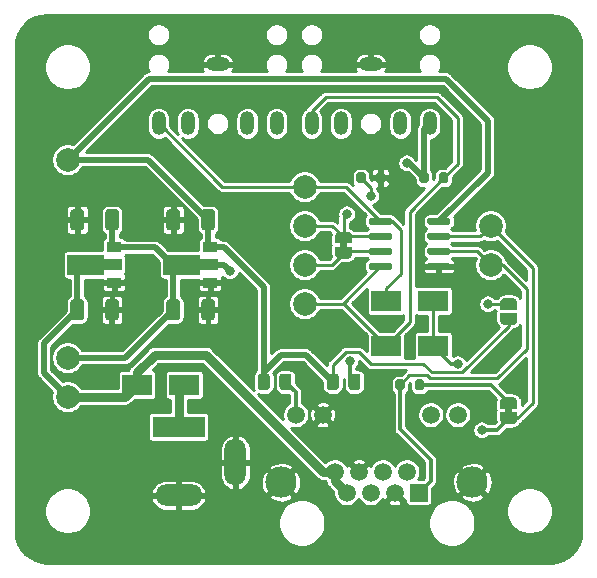
<source format=gbr>
%TF.GenerationSoftware,KiCad,Pcbnew,(5.1.9)-1*%
%TF.CreationDate,2021-03-06T14:53:08-08:00*%
%TF.ProjectId,ir-repeater-booster,69722d72-6570-4656-9174-65722d626f6f,1.0.0*%
%TF.SameCoordinates,Original*%
%TF.FileFunction,Copper,L1,Top*%
%TF.FilePolarity,Positive*%
%FSLAX46Y46*%
G04 Gerber Fmt 4.6, Leading zero omitted, Abs format (unit mm)*
G04 Created by KiCad (PCBNEW (5.1.9)-1) date 2021-03-06 14:53:08*
%MOMM*%
%LPD*%
G01*
G04 APERTURE LIST*
%TA.AperFunction,EtchedComponent*%
%ADD10C,0.100000*%
%TD*%
%TA.AperFunction,ComponentPad*%
%ADD11R,4.400000X1.800000*%
%TD*%
%TA.AperFunction,ComponentPad*%
%ADD12O,4.000000X1.800000*%
%TD*%
%TA.AperFunction,ComponentPad*%
%ADD13O,1.800000X4.000000*%
%TD*%
%TA.AperFunction,SMDPad,CuDef*%
%ADD14C,2.000000*%
%TD*%
%TA.AperFunction,SMDPad,CuDef*%
%ADD15C,0.100000*%
%TD*%
%TA.AperFunction,SMDPad,CuDef*%
%ADD16R,1.300000X0.900000*%
%TD*%
%TA.AperFunction,ComponentPad*%
%ADD17O,1.200000X2.000000*%
%TD*%
%TA.AperFunction,ComponentPad*%
%ADD18O,2.000000X1.200000*%
%TD*%
%TA.AperFunction,ComponentPad*%
%ADD19C,1.499000*%
%TD*%
%TA.AperFunction,ComponentPad*%
%ADD20C,2.642000*%
%TD*%
%TA.AperFunction,ComponentPad*%
%ADD21R,1.499000X1.499000*%
%TD*%
%TA.AperFunction,SMDPad,CuDef*%
%ADD22R,2.500000X1.800000*%
%TD*%
%TA.AperFunction,ViaPad*%
%ADD23C,0.800000*%
%TD*%
%TA.AperFunction,Conductor*%
%ADD24C,0.500000*%
%TD*%
%TA.AperFunction,Conductor*%
%ADD25C,0.270000*%
%TD*%
%TA.AperFunction,Conductor*%
%ADD26C,0.750000*%
%TD*%
%TA.AperFunction,Conductor*%
%ADD27C,0.300000*%
%TD*%
%TA.AperFunction,Conductor*%
%ADD28C,0.100000*%
%TD*%
G04 APERTURE END LIST*
D10*
%TO.C,JP3*%
G36*
X90216000Y-70212000D02*
G01*
X90216000Y-69712000D01*
X89616000Y-69712000D01*
X89616000Y-70212000D01*
X90216000Y-70212000D01*
G37*
%TO.C,JP1*%
G36*
X103586000Y-83712000D02*
G01*
X103586000Y-84212000D01*
X104186000Y-84212000D01*
X104186000Y-83712000D01*
X103586000Y-83712000D01*
G37*
%TD*%
D11*
%TO.P,J1,1*%
%TO.N,Net-(D1-Pad2)*%
X75946000Y-85344000D03*
D12*
%TO.P,J1,2*%
%TO.N,GND*%
X75946000Y-91144000D03*
D13*
%TO.P,J1,3*%
X80746000Y-88344000D03*
%TD*%
D14*
%TO.P,TP9,1*%
%TO.N,+3V3*%
X66548000Y-62738000D03*
%TD*%
%TO.P,TP8,1*%
%TO.N,+5V*%
X66548000Y-79502000D03*
%TD*%
%TO.P,TP7,1*%
%TO.N,+12V*%
X66548000Y-82804000D03*
%TD*%
%TO.P,TP6,1*%
%TO.N,/B*%
X102362000Y-68326000D03*
%TD*%
%TO.P,TP5,1*%
%TO.N,/A*%
X102362000Y-71628000D03*
%TD*%
%TO.P,TP4,1*%
%TO.N,/TXD*%
X86614000Y-74930000D03*
%TD*%
%TO.P,TP3,1*%
%TO.N,/RXD*%
X86614000Y-65024000D03*
%TD*%
%TO.P,TP2,1*%
%TO.N,/DE*%
X86614000Y-71628000D03*
%TD*%
%TO.P,TP1,1*%
%TO.N,/!RE*%
X86614000Y-68326000D03*
%TD*%
%TA.AperFunction,SMDPad,CuDef*%
D15*
%TO.P,JP3,1*%
%TO.N,/!RE*%
G36*
X89166000Y-69812000D02*
G01*
X89166000Y-69312000D01*
X89166602Y-69312000D01*
X89166602Y-69287466D01*
X89171412Y-69238635D01*
X89180984Y-69190510D01*
X89195228Y-69143555D01*
X89214005Y-69098222D01*
X89237136Y-69054949D01*
X89264396Y-69014150D01*
X89295524Y-68976221D01*
X89330221Y-68941524D01*
X89368150Y-68910396D01*
X89408949Y-68883136D01*
X89452222Y-68860005D01*
X89497555Y-68841228D01*
X89544510Y-68826984D01*
X89592635Y-68817412D01*
X89641466Y-68812602D01*
X89666000Y-68812602D01*
X89666000Y-68812000D01*
X90166000Y-68812000D01*
X90166000Y-68812602D01*
X90190534Y-68812602D01*
X90239365Y-68817412D01*
X90287490Y-68826984D01*
X90334445Y-68841228D01*
X90379778Y-68860005D01*
X90423051Y-68883136D01*
X90463850Y-68910396D01*
X90501779Y-68941524D01*
X90536476Y-68976221D01*
X90567604Y-69014150D01*
X90594864Y-69054949D01*
X90617995Y-69098222D01*
X90636772Y-69143555D01*
X90651016Y-69190510D01*
X90660588Y-69238635D01*
X90665398Y-69287466D01*
X90665398Y-69312000D01*
X90666000Y-69312000D01*
X90666000Y-69812000D01*
X89166000Y-69812000D01*
G37*
%TD.AperFunction*%
%TA.AperFunction,SMDPad,CuDef*%
%TO.P,JP3,2*%
%TO.N,/DE*%
G36*
X90665398Y-70612000D02*
G01*
X90665398Y-70636534D01*
X90660588Y-70685365D01*
X90651016Y-70733490D01*
X90636772Y-70780445D01*
X90617995Y-70825778D01*
X90594864Y-70869051D01*
X90567604Y-70909850D01*
X90536476Y-70947779D01*
X90501779Y-70982476D01*
X90463850Y-71013604D01*
X90423051Y-71040864D01*
X90379778Y-71063995D01*
X90334445Y-71082772D01*
X90287490Y-71097016D01*
X90239365Y-71106588D01*
X90190534Y-71111398D01*
X90166000Y-71111398D01*
X90166000Y-71112000D01*
X89666000Y-71112000D01*
X89666000Y-71111398D01*
X89641466Y-71111398D01*
X89592635Y-71106588D01*
X89544510Y-71097016D01*
X89497555Y-71082772D01*
X89452222Y-71063995D01*
X89408949Y-71040864D01*
X89368150Y-71013604D01*
X89330221Y-70982476D01*
X89295524Y-70947779D01*
X89264396Y-70909850D01*
X89237136Y-70869051D01*
X89214005Y-70825778D01*
X89195228Y-70780445D01*
X89180984Y-70733490D01*
X89171412Y-70685365D01*
X89166602Y-70636534D01*
X89166602Y-70612000D01*
X89166000Y-70612000D01*
X89166000Y-70112000D01*
X90666000Y-70112000D01*
X90666000Y-70612000D01*
X90665398Y-70612000D01*
G37*
%TD.AperFunction*%
%TD*%
%TA.AperFunction,SMDPad,CuDef*%
%TO.P,U3,2*%
%TO.N,+5V*%
G36*
X74662000Y-70761500D02*
G01*
X77787000Y-70761500D01*
X77787000Y-71178000D01*
X79262000Y-71178000D01*
X79262000Y-72078000D01*
X77787000Y-72078000D01*
X77787000Y-72494500D01*
X74662000Y-72494500D01*
X74662000Y-70761500D01*
G37*
%TD.AperFunction*%
D16*
%TO.P,U3,3*%
%TO.N,+3V3*%
X78612000Y-70128000D03*
%TO.P,U3,1*%
%TO.N,GND*%
X78612000Y-73128000D03*
%TD*%
%TO.P,U2,8*%
%TO.N,+3V3*%
%TA.AperFunction,SMDPad,CuDef*%
G36*
G01*
X97004000Y-68095000D02*
X97004000Y-67795000D01*
G75*
G02*
X97154000Y-67645000I150000J0D01*
G01*
X98804000Y-67645000D01*
G75*
G02*
X98954000Y-67795000I0J-150000D01*
G01*
X98954000Y-68095000D01*
G75*
G02*
X98804000Y-68245000I-150000J0D01*
G01*
X97154000Y-68245000D01*
G75*
G02*
X97004000Y-68095000I0J150000D01*
G01*
G37*
%TD.AperFunction*%
%TO.P,U2,7*%
%TO.N,/B*%
%TA.AperFunction,SMDPad,CuDef*%
G36*
G01*
X97004000Y-69365000D02*
X97004000Y-69065000D01*
G75*
G02*
X97154000Y-68915000I150000J0D01*
G01*
X98804000Y-68915000D01*
G75*
G02*
X98954000Y-69065000I0J-150000D01*
G01*
X98954000Y-69365000D01*
G75*
G02*
X98804000Y-69515000I-150000J0D01*
G01*
X97154000Y-69515000D01*
G75*
G02*
X97004000Y-69365000I0J150000D01*
G01*
G37*
%TD.AperFunction*%
%TO.P,U2,6*%
%TO.N,/A*%
%TA.AperFunction,SMDPad,CuDef*%
G36*
G01*
X97004000Y-70635000D02*
X97004000Y-70335000D01*
G75*
G02*
X97154000Y-70185000I150000J0D01*
G01*
X98804000Y-70185000D01*
G75*
G02*
X98954000Y-70335000I0J-150000D01*
G01*
X98954000Y-70635000D01*
G75*
G02*
X98804000Y-70785000I-150000J0D01*
G01*
X97154000Y-70785000D01*
G75*
G02*
X97004000Y-70635000I0J150000D01*
G01*
G37*
%TD.AperFunction*%
%TO.P,U2,5*%
%TO.N,GND*%
%TA.AperFunction,SMDPad,CuDef*%
G36*
G01*
X97004000Y-71905000D02*
X97004000Y-71605000D01*
G75*
G02*
X97154000Y-71455000I150000J0D01*
G01*
X98804000Y-71455000D01*
G75*
G02*
X98954000Y-71605000I0J-150000D01*
G01*
X98954000Y-71905000D01*
G75*
G02*
X98804000Y-72055000I-150000J0D01*
G01*
X97154000Y-72055000D01*
G75*
G02*
X97004000Y-71905000I0J150000D01*
G01*
G37*
%TD.AperFunction*%
%TO.P,U2,4*%
%TO.N,/TXD*%
%TA.AperFunction,SMDPad,CuDef*%
G36*
G01*
X92054000Y-71905000D02*
X92054000Y-71605000D01*
G75*
G02*
X92204000Y-71455000I150000J0D01*
G01*
X93854000Y-71455000D01*
G75*
G02*
X94004000Y-71605000I0J-150000D01*
G01*
X94004000Y-71905000D01*
G75*
G02*
X93854000Y-72055000I-150000J0D01*
G01*
X92204000Y-72055000D01*
G75*
G02*
X92054000Y-71905000I0J150000D01*
G01*
G37*
%TD.AperFunction*%
%TO.P,U2,3*%
%TO.N,/DE*%
%TA.AperFunction,SMDPad,CuDef*%
G36*
G01*
X92054000Y-70635000D02*
X92054000Y-70335000D01*
G75*
G02*
X92204000Y-70185000I150000J0D01*
G01*
X93854000Y-70185000D01*
G75*
G02*
X94004000Y-70335000I0J-150000D01*
G01*
X94004000Y-70635000D01*
G75*
G02*
X93854000Y-70785000I-150000J0D01*
G01*
X92204000Y-70785000D01*
G75*
G02*
X92054000Y-70635000I0J150000D01*
G01*
G37*
%TD.AperFunction*%
%TO.P,U2,2*%
%TO.N,/!RE*%
%TA.AperFunction,SMDPad,CuDef*%
G36*
G01*
X92054000Y-69365000D02*
X92054000Y-69065000D01*
G75*
G02*
X92204000Y-68915000I150000J0D01*
G01*
X93854000Y-68915000D01*
G75*
G02*
X94004000Y-69065000I0J-150000D01*
G01*
X94004000Y-69365000D01*
G75*
G02*
X93854000Y-69515000I-150000J0D01*
G01*
X92204000Y-69515000D01*
G75*
G02*
X92054000Y-69365000I0J150000D01*
G01*
G37*
%TD.AperFunction*%
%TO.P,U2,1*%
%TO.N,/RXD*%
%TA.AperFunction,SMDPad,CuDef*%
G36*
G01*
X92054000Y-68095000D02*
X92054000Y-67795000D01*
G75*
G02*
X92204000Y-67645000I150000J0D01*
G01*
X93854000Y-67645000D01*
G75*
G02*
X94004000Y-67795000I0J-150000D01*
G01*
X94004000Y-68095000D01*
G75*
G02*
X93854000Y-68245000I-150000J0D01*
G01*
X92204000Y-68245000D01*
G75*
G02*
X92054000Y-68095000I0J150000D01*
G01*
G37*
%TD.AperFunction*%
%TD*%
%TA.AperFunction,SMDPad,CuDef*%
D15*
%TO.P,U1,2*%
%TO.N,+12V*%
G36*
X66534000Y-70761500D02*
G01*
X69659000Y-70761500D01*
X69659000Y-71178000D01*
X71134000Y-71178000D01*
X71134000Y-72078000D01*
X69659000Y-72078000D01*
X69659000Y-72494500D01*
X66534000Y-72494500D01*
X66534000Y-70761500D01*
G37*
%TD.AperFunction*%
D16*
%TO.P,U1,3*%
%TO.N,+5V*%
X70484000Y-70128000D03*
%TO.P,U1,1*%
%TO.N,GND*%
X70484000Y-73128000D03*
%TD*%
D17*
%TO.P,TX1,5*%
%TO.N,/TXD*%
X87198000Y-59650000D03*
%TO.P,TX1,4*%
%TO.N,N/C*%
X89691000Y-59650000D03*
%TO.P,TX1,3*%
X94691000Y-59650000D03*
%TO.P,TX1,2*%
%TO.N,+5V*%
X97206000Y-59650000D03*
D18*
%TO.P,TX1,1*%
%TO.N,GND*%
X92202000Y-54650000D03*
%TD*%
D17*
%TO.P,RX1,5*%
%TO.N,/RXD*%
X74244000Y-59650000D03*
%TO.P,RX1,4*%
%TO.N,N/C*%
X76737000Y-59650000D03*
%TO.P,RX1,3*%
X81737000Y-59650000D03*
%TO.P,RX1,2*%
X84252000Y-59650000D03*
D18*
%TO.P,RX1,1*%
%TO.N,GND*%
X79248000Y-54650000D03*
%TD*%
%TO.P,R5,2*%
%TO.N,/YLED_A*%
%TA.AperFunction,SMDPad,CuDef*%
G36*
G01*
X90316000Y-81984002D02*
X90316000Y-81083998D01*
G75*
G02*
X90565998Y-80834000I249998J0D01*
G01*
X91091002Y-80834000D01*
G75*
G02*
X91341000Y-81083998I0J-249998D01*
G01*
X91341000Y-81984002D01*
G75*
G02*
X91091002Y-82234000I-249998J0D01*
G01*
X90565998Y-82234000D01*
G75*
G02*
X90316000Y-81984002I0J249998D01*
G01*
G37*
%TD.AperFunction*%
%TO.P,R5,1*%
%TO.N,+3V3*%
%TA.AperFunction,SMDPad,CuDef*%
G36*
G01*
X88491000Y-81984002D02*
X88491000Y-81083998D01*
G75*
G02*
X88740998Y-80834000I249998J0D01*
G01*
X89266002Y-80834000D01*
G75*
G02*
X89516000Y-81083998I0J-249998D01*
G01*
X89516000Y-81984002D01*
G75*
G02*
X89266002Y-82234000I-249998J0D01*
G01*
X88740998Y-82234000D01*
G75*
G02*
X88491000Y-81984002I0J249998D01*
G01*
G37*
%TD.AperFunction*%
%TD*%
%TO.P,R4,2*%
%TO.N,/GLED_A*%
%TA.AperFunction,SMDPad,CuDef*%
G36*
G01*
X84474000Y-81984002D02*
X84474000Y-81083998D01*
G75*
G02*
X84723998Y-80834000I249998J0D01*
G01*
X85249002Y-80834000D01*
G75*
G02*
X85499000Y-81083998I0J-249998D01*
G01*
X85499000Y-81984002D01*
G75*
G02*
X85249002Y-82234000I-249998J0D01*
G01*
X84723998Y-82234000D01*
G75*
G02*
X84474000Y-81984002I0J249998D01*
G01*
G37*
%TD.AperFunction*%
%TO.P,R4,1*%
%TO.N,+3V3*%
%TA.AperFunction,SMDPad,CuDef*%
G36*
G01*
X82649000Y-81984002D02*
X82649000Y-81083998D01*
G75*
G02*
X82898998Y-80834000I249998J0D01*
G01*
X83424002Y-80834000D01*
G75*
G02*
X83674000Y-81083998I0J-249998D01*
G01*
X83674000Y-81984002D01*
G75*
G02*
X83424002Y-82234000I-249998J0D01*
G01*
X82898998Y-82234000D01*
G75*
G02*
X82649000Y-81984002I0J249998D01*
G01*
G37*
%TD.AperFunction*%
%TD*%
%TO.P,R3,2*%
%TO.N,GND*%
%TA.AperFunction,SMDPad,CuDef*%
G36*
G01*
X92627000Y-64537000D02*
X92627000Y-63987000D01*
G75*
G02*
X92827000Y-63787000I200000J0D01*
G01*
X93227000Y-63787000D01*
G75*
G02*
X93427000Y-63987000I0J-200000D01*
G01*
X93427000Y-64537000D01*
G75*
G02*
X93227000Y-64737000I-200000J0D01*
G01*
X92827000Y-64737000D01*
G75*
G02*
X92627000Y-64537000I0J200000D01*
G01*
G37*
%TD.AperFunction*%
%TO.P,R3,1*%
%TO.N,/!RE*%
%TA.AperFunction,SMDPad,CuDef*%
G36*
G01*
X90977000Y-64537000D02*
X90977000Y-63987000D01*
G75*
G02*
X91177000Y-63787000I200000J0D01*
G01*
X91577000Y-63787000D01*
G75*
G02*
X91777000Y-63987000I0J-200000D01*
G01*
X91777000Y-64537000D01*
G75*
G02*
X91577000Y-64737000I-200000J0D01*
G01*
X91177000Y-64737000D01*
G75*
G02*
X90977000Y-64537000I0J200000D01*
G01*
G37*
%TD.AperFunction*%
%TD*%
%TO.P,R2,2*%
%TO.N,/A*%
%TA.AperFunction,SMDPad,CuDef*%
G36*
G01*
X95079000Y-81513000D02*
X95079000Y-82063000D01*
G75*
G02*
X94879000Y-82263000I-200000J0D01*
G01*
X94479000Y-82263000D01*
G75*
G02*
X94279000Y-82063000I0J200000D01*
G01*
X94279000Y-81513000D01*
G75*
G02*
X94479000Y-81313000I200000J0D01*
G01*
X94879000Y-81313000D01*
G75*
G02*
X95079000Y-81513000I0J-200000D01*
G01*
G37*
%TD.AperFunction*%
%TO.P,R2,1*%
%TO.N,Net-(JP1-Pad2)*%
%TA.AperFunction,SMDPad,CuDef*%
G36*
G01*
X96729000Y-81513000D02*
X96729000Y-82063000D01*
G75*
G02*
X96529000Y-82263000I-200000J0D01*
G01*
X96129000Y-82263000D01*
G75*
G02*
X95929000Y-82063000I0J200000D01*
G01*
X95929000Y-81513000D01*
G75*
G02*
X96129000Y-81313000I200000J0D01*
G01*
X96529000Y-81313000D01*
G75*
G02*
X96729000Y-81513000I0J-200000D01*
G01*
G37*
%TD.AperFunction*%
%TD*%
%TO.P,R1,2*%
%TO.N,/TXD*%
%TA.AperFunction,SMDPad,CuDef*%
G36*
G01*
X97961000Y-64537000D02*
X97961000Y-63987000D01*
G75*
G02*
X98161000Y-63787000I200000J0D01*
G01*
X98561000Y-63787000D01*
G75*
G02*
X98761000Y-63987000I0J-200000D01*
G01*
X98761000Y-64537000D01*
G75*
G02*
X98561000Y-64737000I-200000J0D01*
G01*
X98161000Y-64737000D01*
G75*
G02*
X97961000Y-64537000I0J200000D01*
G01*
G37*
%TD.AperFunction*%
%TO.P,R1,1*%
%TO.N,+5V*%
%TA.AperFunction,SMDPad,CuDef*%
G36*
G01*
X96311000Y-64537000D02*
X96311000Y-63987000D01*
G75*
G02*
X96511000Y-63787000I200000J0D01*
G01*
X96911000Y-63787000D01*
G75*
G02*
X97111000Y-63987000I0J-200000D01*
G01*
X97111000Y-64537000D01*
G75*
G02*
X96911000Y-64737000I-200000J0D01*
G01*
X96511000Y-64737000D01*
G75*
G02*
X96311000Y-64537000I0J200000D01*
G01*
G37*
%TD.AperFunction*%
%TD*%
%TA.AperFunction,SMDPad,CuDef*%
D15*
%TO.P,JP2,2*%
%TO.N,/!RE*%
G36*
X103136602Y-74930000D02*
G01*
X103136602Y-74905466D01*
X103141412Y-74856635D01*
X103150984Y-74808510D01*
X103165228Y-74761555D01*
X103184005Y-74716222D01*
X103207136Y-74672949D01*
X103234396Y-74632150D01*
X103265524Y-74594221D01*
X103300221Y-74559524D01*
X103338150Y-74528396D01*
X103378949Y-74501136D01*
X103422222Y-74478005D01*
X103467555Y-74459228D01*
X103514510Y-74444984D01*
X103562635Y-74435412D01*
X103611466Y-74430602D01*
X103636000Y-74430602D01*
X103636000Y-74430000D01*
X104136000Y-74430000D01*
X104136000Y-74430602D01*
X104160534Y-74430602D01*
X104209365Y-74435412D01*
X104257490Y-74444984D01*
X104304445Y-74459228D01*
X104349778Y-74478005D01*
X104393051Y-74501136D01*
X104433850Y-74528396D01*
X104471779Y-74559524D01*
X104506476Y-74594221D01*
X104537604Y-74632150D01*
X104564864Y-74672949D01*
X104587995Y-74716222D01*
X104606772Y-74761555D01*
X104621016Y-74808510D01*
X104630588Y-74856635D01*
X104635398Y-74905466D01*
X104635398Y-74930000D01*
X104636000Y-74930000D01*
X104636000Y-75430000D01*
X103136000Y-75430000D01*
X103136000Y-74930000D01*
X103136602Y-74930000D01*
G37*
%TD.AperFunction*%
%TA.AperFunction,SMDPad,CuDef*%
%TO.P,JP2,1*%
%TO.N,+3V3*%
G36*
X104636000Y-75730000D02*
G01*
X104636000Y-76230000D01*
X104635398Y-76230000D01*
X104635398Y-76254534D01*
X104630588Y-76303365D01*
X104621016Y-76351490D01*
X104606772Y-76398445D01*
X104587995Y-76443778D01*
X104564864Y-76487051D01*
X104537604Y-76527850D01*
X104506476Y-76565779D01*
X104471779Y-76600476D01*
X104433850Y-76631604D01*
X104393051Y-76658864D01*
X104349778Y-76681995D01*
X104304445Y-76700772D01*
X104257490Y-76715016D01*
X104209365Y-76724588D01*
X104160534Y-76729398D01*
X104136000Y-76729398D01*
X104136000Y-76730000D01*
X103636000Y-76730000D01*
X103636000Y-76729398D01*
X103611466Y-76729398D01*
X103562635Y-76724588D01*
X103514510Y-76715016D01*
X103467555Y-76700772D01*
X103422222Y-76681995D01*
X103378949Y-76658864D01*
X103338150Y-76631604D01*
X103300221Y-76600476D01*
X103265524Y-76565779D01*
X103234396Y-76527850D01*
X103207136Y-76487051D01*
X103184005Y-76443778D01*
X103165228Y-76398445D01*
X103150984Y-76351490D01*
X103141412Y-76303365D01*
X103136602Y-76254534D01*
X103136602Y-76230000D01*
X103136000Y-76230000D01*
X103136000Y-75730000D01*
X104636000Y-75730000D01*
G37*
%TD.AperFunction*%
%TD*%
%TA.AperFunction,SMDPad,CuDef*%
%TO.P,JP1,1*%
%TO.N,/B*%
G36*
X104636000Y-84112000D02*
G01*
X104636000Y-84612000D01*
X104635398Y-84612000D01*
X104635398Y-84636534D01*
X104630588Y-84685365D01*
X104621016Y-84733490D01*
X104606772Y-84780445D01*
X104587995Y-84825778D01*
X104564864Y-84869051D01*
X104537604Y-84909850D01*
X104506476Y-84947779D01*
X104471779Y-84982476D01*
X104433850Y-85013604D01*
X104393051Y-85040864D01*
X104349778Y-85063995D01*
X104304445Y-85082772D01*
X104257490Y-85097016D01*
X104209365Y-85106588D01*
X104160534Y-85111398D01*
X104136000Y-85111398D01*
X104136000Y-85112000D01*
X103636000Y-85112000D01*
X103636000Y-85111398D01*
X103611466Y-85111398D01*
X103562635Y-85106588D01*
X103514510Y-85097016D01*
X103467555Y-85082772D01*
X103422222Y-85063995D01*
X103378949Y-85040864D01*
X103338150Y-85013604D01*
X103300221Y-84982476D01*
X103265524Y-84947779D01*
X103234396Y-84909850D01*
X103207136Y-84869051D01*
X103184005Y-84825778D01*
X103165228Y-84780445D01*
X103150984Y-84733490D01*
X103141412Y-84685365D01*
X103136602Y-84636534D01*
X103136602Y-84612000D01*
X103136000Y-84612000D01*
X103136000Y-84112000D01*
X104636000Y-84112000D01*
G37*
%TD.AperFunction*%
%TA.AperFunction,SMDPad,CuDef*%
%TO.P,JP1,2*%
%TO.N,Net-(JP1-Pad2)*%
G36*
X103136602Y-83312000D02*
G01*
X103136602Y-83287466D01*
X103141412Y-83238635D01*
X103150984Y-83190510D01*
X103165228Y-83143555D01*
X103184005Y-83098222D01*
X103207136Y-83054949D01*
X103234396Y-83014150D01*
X103265524Y-82976221D01*
X103300221Y-82941524D01*
X103338150Y-82910396D01*
X103378949Y-82883136D01*
X103422222Y-82860005D01*
X103467555Y-82841228D01*
X103514510Y-82826984D01*
X103562635Y-82817412D01*
X103611466Y-82812602D01*
X103636000Y-82812602D01*
X103636000Y-82812000D01*
X104136000Y-82812000D01*
X104136000Y-82812602D01*
X104160534Y-82812602D01*
X104209365Y-82817412D01*
X104257490Y-82826984D01*
X104304445Y-82841228D01*
X104349778Y-82860005D01*
X104393051Y-82883136D01*
X104433850Y-82910396D01*
X104471779Y-82941524D01*
X104506476Y-82976221D01*
X104537604Y-83014150D01*
X104564864Y-83054949D01*
X104587995Y-83098222D01*
X104606772Y-83143555D01*
X104621016Y-83190510D01*
X104630588Y-83238635D01*
X104635398Y-83287466D01*
X104635398Y-83312000D01*
X104636000Y-83312000D01*
X104636000Y-83812000D01*
X103136000Y-83812000D01*
X103136000Y-83312000D01*
X103136602Y-83312000D01*
G37*
%TD.AperFunction*%
%TD*%
D19*
%TO.P,J2,10*%
%TO.N,/YLED_A*%
X97279000Y-84331000D03*
%TO.P,J2,9*%
%TO.N,/YLED_C*%
X99571000Y-84331000D03*
%TO.P,J2,12*%
%TO.N,/GLED_A*%
X85849000Y-84331000D03*
%TO.P,J2,11*%
%TO.N,GND*%
X88141000Y-84331000D03*
%TO.P,J2,6*%
X91186000Y-89149000D03*
D20*
%TO.P,J2,SH*%
X84607000Y-90040000D03*
X100813000Y-90040000D03*
D19*
%TO.P,J2,7*%
%TO.N,+12V*%
X90170000Y-90929000D03*
%TO.P,J2,2*%
%TO.N,/B*%
X95250000Y-89149000D03*
%TO.P,J2,4*%
%TO.N,N/C*%
X93218000Y-89149000D03*
%TO.P,J2,3*%
%TO.N,GND*%
X94234000Y-90929000D03*
%TO.P,J2,5*%
%TO.N,N/C*%
X92202000Y-90929000D03*
D21*
%TO.P,J2,1*%
%TO.N,/A*%
X96266000Y-90929000D03*
D19*
%TO.P,J2,8*%
%TO.N,+12V*%
X89154000Y-89149000D03*
%TD*%
D22*
%TO.P,D3,2*%
%TO.N,/YLED_C*%
X97504000Y-74676000D03*
%TO.P,D3,1*%
%TO.N,/RXD*%
X93504000Y-74676000D03*
%TD*%
%TO.P,D2,2*%
%TO.N,/YLED_C*%
X97504000Y-78486000D03*
%TO.P,D2,1*%
%TO.N,/TXD*%
X93504000Y-78486000D03*
%TD*%
%TO.P,D1,2*%
%TO.N,Net-(D1-Pad2)*%
X76422000Y-81788000D03*
%TO.P,D1,1*%
%TO.N,+12V*%
X72422000Y-81788000D03*
%TD*%
%TO.P,C4,2*%
%TO.N,GND*%
%TA.AperFunction,SMDPad,CuDef*%
G36*
G01*
X76062000Y-67167999D02*
X76062000Y-68468001D01*
G75*
G02*
X75812001Y-68718000I-249999J0D01*
G01*
X75161999Y-68718000D01*
G75*
G02*
X74912000Y-68468001I0J249999D01*
G01*
X74912000Y-67167999D01*
G75*
G02*
X75161999Y-66918000I249999J0D01*
G01*
X75812001Y-66918000D01*
G75*
G02*
X76062000Y-67167999I0J-249999D01*
G01*
G37*
%TD.AperFunction*%
%TO.P,C4,1*%
%TO.N,+3V3*%
%TA.AperFunction,SMDPad,CuDef*%
G36*
G01*
X79012000Y-67167999D02*
X79012000Y-68468001D01*
G75*
G02*
X78762001Y-68718000I-249999J0D01*
G01*
X78111999Y-68718000D01*
G75*
G02*
X77862000Y-68468001I0J249999D01*
G01*
X77862000Y-67167999D01*
G75*
G02*
X78111999Y-66918000I249999J0D01*
G01*
X78762001Y-66918000D01*
G75*
G02*
X79012000Y-67167999I0J-249999D01*
G01*
G37*
%TD.AperFunction*%
%TD*%
%TO.P,C3,2*%
%TO.N,GND*%
%TA.AperFunction,SMDPad,CuDef*%
G36*
G01*
X77862000Y-76088001D02*
X77862000Y-74787999D01*
G75*
G02*
X78111999Y-74538000I249999J0D01*
G01*
X78762001Y-74538000D01*
G75*
G02*
X79012000Y-74787999I0J-249999D01*
G01*
X79012000Y-76088001D01*
G75*
G02*
X78762001Y-76338000I-249999J0D01*
G01*
X78111999Y-76338000D01*
G75*
G02*
X77862000Y-76088001I0J249999D01*
G01*
G37*
%TD.AperFunction*%
%TO.P,C3,1*%
%TO.N,+5V*%
%TA.AperFunction,SMDPad,CuDef*%
G36*
G01*
X74912000Y-76088001D02*
X74912000Y-74787999D01*
G75*
G02*
X75161999Y-74538000I249999J0D01*
G01*
X75812001Y-74538000D01*
G75*
G02*
X76062000Y-74787999I0J-249999D01*
G01*
X76062000Y-76088001D01*
G75*
G02*
X75812001Y-76338000I-249999J0D01*
G01*
X75161999Y-76338000D01*
G75*
G02*
X74912000Y-76088001I0J249999D01*
G01*
G37*
%TD.AperFunction*%
%TD*%
%TO.P,C2,2*%
%TO.N,GND*%
%TA.AperFunction,SMDPad,CuDef*%
G36*
G01*
X67934000Y-67167999D02*
X67934000Y-68468001D01*
G75*
G02*
X67684001Y-68718000I-249999J0D01*
G01*
X67033999Y-68718000D01*
G75*
G02*
X66784000Y-68468001I0J249999D01*
G01*
X66784000Y-67167999D01*
G75*
G02*
X67033999Y-66918000I249999J0D01*
G01*
X67684001Y-66918000D01*
G75*
G02*
X67934000Y-67167999I0J-249999D01*
G01*
G37*
%TD.AperFunction*%
%TO.P,C2,1*%
%TO.N,+5V*%
%TA.AperFunction,SMDPad,CuDef*%
G36*
G01*
X70884000Y-67167999D02*
X70884000Y-68468001D01*
G75*
G02*
X70634001Y-68718000I-249999J0D01*
G01*
X69983999Y-68718000D01*
G75*
G02*
X69734000Y-68468001I0J249999D01*
G01*
X69734000Y-67167999D01*
G75*
G02*
X69983999Y-66918000I249999J0D01*
G01*
X70634001Y-66918000D01*
G75*
G02*
X70884000Y-67167999I0J-249999D01*
G01*
G37*
%TD.AperFunction*%
%TD*%
%TO.P,C1,2*%
%TO.N,GND*%
%TA.AperFunction,SMDPad,CuDef*%
G36*
G01*
X69734000Y-76088001D02*
X69734000Y-74787999D01*
G75*
G02*
X69983999Y-74538000I249999J0D01*
G01*
X70634001Y-74538000D01*
G75*
G02*
X70884000Y-74787999I0J-249999D01*
G01*
X70884000Y-76088001D01*
G75*
G02*
X70634001Y-76338000I-249999J0D01*
G01*
X69983999Y-76338000D01*
G75*
G02*
X69734000Y-76088001I0J249999D01*
G01*
G37*
%TD.AperFunction*%
%TO.P,C1,1*%
%TO.N,+12V*%
%TA.AperFunction,SMDPad,CuDef*%
G36*
G01*
X66784000Y-76088001D02*
X66784000Y-74787999D01*
G75*
G02*
X67033999Y-74538000I249999J0D01*
G01*
X67684001Y-74538000D01*
G75*
G02*
X67934000Y-74787999I0J-249999D01*
G01*
X67934000Y-76088001D01*
G75*
G02*
X67684001Y-76338000I-249999J0D01*
G01*
X67033999Y-76338000D01*
G75*
G02*
X66784000Y-76088001I0J249999D01*
G01*
G37*
%TD.AperFunction*%
%TD*%
D23*
%TO.N,GND*%
X69850000Y-77470000D03*
X72390000Y-72136000D03*
X94488000Y-65278000D03*
X103124000Y-79248000D03*
X104394000Y-81280000D03*
X95504000Y-78486000D03*
X93472000Y-76708000D03*
X104570000Y-71628000D03*
%TO.N,+5V*%
X80264000Y-72136000D03*
X95250000Y-62992000D03*
%TO.N,/YLED_C*%
X99568000Y-80010000D03*
%TO.N,/YLED_A*%
X90424000Y-79756000D03*
%TO.N,/B*%
X101600000Y-85598000D03*
%TO.N,/!RE*%
X90170000Y-67310000D03*
X92202000Y-65786000D03*
X102108000Y-74930000D03*
%TD*%
D24*
%TO.N,GND*%
X70309000Y-77011000D02*
X69850000Y-77470000D01*
X70309000Y-75438000D02*
X70309000Y-77011000D01*
X71398000Y-73128000D02*
X72390000Y-72136000D01*
X70484000Y-73128000D02*
X71398000Y-73128000D01*
D25*
X93472000Y-64262000D02*
X94488000Y-65278000D01*
X93027000Y-64262000D02*
X93472000Y-64262000D01*
D26*
%TO.N,+12V*%
X71406000Y-82804000D02*
X72422000Y-81788000D01*
X66548000Y-82804000D02*
X71406000Y-82804000D01*
D24*
X66548000Y-82804000D02*
X64516000Y-80772000D01*
X64516000Y-78281000D02*
X67359000Y-75438000D01*
X64516000Y-80772000D02*
X64516000Y-78281000D01*
X67359000Y-71677000D02*
X67310000Y-71628000D01*
X67359000Y-75438000D02*
X67359000Y-71677000D01*
D26*
X89154000Y-89913000D02*
X90170000Y-90929000D01*
X89154000Y-89149000D02*
X89154000Y-89913000D01*
X72422000Y-81788000D02*
X72422000Y-80740000D01*
X72422000Y-80740000D02*
X73914000Y-79248000D01*
X73914000Y-79248000D02*
X78232000Y-79248000D01*
X88133000Y-89149000D02*
X89154000Y-89149000D01*
X78232000Y-79248000D02*
X88133000Y-89149000D01*
D24*
%TO.N,+5V*%
X71423000Y-79502000D02*
X75487000Y-75438000D01*
X66548000Y-79502000D02*
X71423000Y-79502000D01*
X75487000Y-72341000D02*
X76200000Y-71628000D01*
X75487000Y-75438000D02*
X75487000Y-72341000D01*
X70309000Y-69953000D02*
X70484000Y-70128000D01*
X70309000Y-67818000D02*
X70309000Y-69953000D01*
X73938000Y-70128000D02*
X75438000Y-71628000D01*
X70484000Y-70128000D02*
X73938000Y-70128000D01*
X96711000Y-60145000D02*
X97206000Y-59650000D01*
X96711000Y-64262000D02*
X96711000Y-60145000D01*
X79756000Y-71628000D02*
X80264000Y-72136000D01*
X78524500Y-71628000D02*
X79756000Y-71628000D01*
X95441000Y-62992000D02*
X96711000Y-64262000D01*
X95250000Y-62992000D02*
X95441000Y-62992000D01*
%TO.N,+3V3*%
X83161500Y-81534000D02*
X83161500Y-80668500D01*
X83161500Y-80668500D02*
X84582000Y-79248000D01*
X86717500Y-79248000D02*
X89003500Y-81534000D01*
X84582000Y-79248000D02*
X86717500Y-79248000D01*
X78437000Y-69953000D02*
X78612000Y-70128000D01*
X78437000Y-67818000D02*
X78437000Y-69953000D01*
X83161500Y-73527500D02*
X83161500Y-81534000D01*
X79762000Y-70128000D02*
X83161500Y-73527500D01*
X78612000Y-70128000D02*
X79762000Y-70128000D01*
X73357000Y-62738000D02*
X66548000Y-62738000D01*
X78437000Y-67818000D02*
X73357000Y-62738000D01*
D25*
X103886000Y-76779802D02*
X103886000Y-76230000D01*
X99920801Y-80745001D02*
X103886000Y-76779802D01*
X90098198Y-78994000D02*
X91186000Y-78994000D01*
X89003500Y-80088698D02*
X90098198Y-78994000D01*
X89003500Y-81534000D02*
X89003500Y-80088698D01*
D24*
X102108000Y-63816000D02*
X97979000Y-67945000D01*
X102108000Y-59436000D02*
X102108000Y-63816000D01*
X73406000Y-55880000D02*
X98552000Y-55880000D01*
X98552000Y-55880000D02*
X102108000Y-59436000D01*
X66548000Y-62738000D02*
X73406000Y-55880000D01*
D25*
X97411695Y-80745001D02*
X96676694Y-80010000D01*
X99920801Y-80745001D02*
X97411695Y-80745001D01*
X92202000Y-80010000D02*
X91186000Y-78994000D01*
X96676694Y-80010000D02*
X92202000Y-80010000D01*
D26*
%TO.N,Net-(D1-Pad2)*%
X75946000Y-82264000D02*
X76422000Y-81788000D01*
X75946000Y-85344000D02*
X75946000Y-82264000D01*
D27*
%TO.N,/YLED_C*%
X99028000Y-80010000D02*
X97504000Y-78486000D01*
X99568000Y-80010000D02*
X99028000Y-80010000D01*
D25*
X97504000Y-74676000D02*
X97504000Y-78486000D01*
%TO.N,/TXD*%
X89854000Y-74930000D02*
X93029000Y-71755000D01*
X86614000Y-74930000D02*
X89854000Y-74930000D01*
X87198000Y-59650000D02*
X87198000Y-58598000D01*
X87198000Y-58598000D02*
X88392000Y-57404000D01*
X88392000Y-57404000D02*
X97790000Y-57404000D01*
X97790000Y-57404000D02*
X99568000Y-59182000D01*
X99568000Y-63055000D02*
X98361000Y-64262000D01*
X99568000Y-59182000D02*
X99568000Y-63055000D01*
X89948000Y-74930000D02*
X93504000Y-78486000D01*
X86614000Y-74930000D02*
X89948000Y-74930000D01*
X98361000Y-64262000D02*
X95504000Y-67119000D01*
X95504000Y-76486000D02*
X93504000Y-78486000D01*
X95504000Y-67119000D02*
X95504000Y-76486000D01*
%TO.N,/RXD*%
X90108000Y-65024000D02*
X93029000Y-67945000D01*
X86614000Y-65024000D02*
X90108000Y-65024000D01*
X79618000Y-65024000D02*
X86614000Y-65024000D01*
X74244000Y-59650000D02*
X79618000Y-65024000D01*
X93504000Y-74676000D02*
X93504000Y-73628000D01*
X93504000Y-73628000D02*
X94742000Y-72390000D01*
X94742000Y-68683000D02*
X94004000Y-67945000D01*
X94004000Y-67945000D02*
X93029000Y-67945000D01*
X94742000Y-72390000D02*
X94742000Y-68683000D01*
X74244000Y-59650000D02*
X74244000Y-59360000D01*
D27*
%TO.N,/YLED_A*%
X90424000Y-81129500D02*
X90828500Y-81534000D01*
X90424000Y-79756000D02*
X90424000Y-81129500D01*
%TO.N,/GLED_A*%
X85849000Y-82396500D02*
X84986500Y-81534000D01*
X85849000Y-84331000D02*
X85849000Y-82396500D01*
%TO.N,/B*%
X102900000Y-85598000D02*
X103886000Y-84612000D01*
X101600000Y-85598000D02*
X102900000Y-85598000D01*
D25*
X101473000Y-69215000D02*
X102362000Y-68326000D01*
X97979000Y-69215000D02*
X101473000Y-69215000D01*
X104633592Y-84612000D02*
X105918000Y-83327592D01*
X103886000Y-84612000D02*
X104633592Y-84612000D01*
X105918000Y-71882000D02*
X102362000Y-68326000D01*
X105918000Y-83327592D02*
X105918000Y-71882000D01*
D27*
%TO.N,/A*%
X96266000Y-90929000D02*
X96269000Y-90929000D01*
X96269000Y-90929000D02*
X97282000Y-89916000D01*
X97282000Y-89916000D02*
X97282000Y-88138000D01*
X94679000Y-85535000D02*
X94679000Y-81788000D01*
X97282000Y-88138000D02*
X94679000Y-85535000D01*
D25*
X101219000Y-70485000D02*
X102362000Y-71628000D01*
X97979000Y-70485000D02*
X101219000Y-70485000D01*
X95489010Y-80977990D02*
X96979990Y-80977990D01*
X94679000Y-81788000D02*
X95489010Y-80977990D01*
X97217010Y-81215010D02*
X102934990Y-81215010D01*
X96979990Y-80977990D02*
X97217010Y-81215010D01*
X102934990Y-81215010D02*
X105410000Y-78740000D01*
X105410000Y-78740000D02*
X105410000Y-73660000D01*
X103378000Y-71628000D02*
X102362000Y-71628000D01*
X105410000Y-73660000D02*
X103378000Y-71628000D01*
D27*
%TO.N,Net-(JP1-Pad2)*%
X102362000Y-81788000D02*
X103886000Y-83312000D01*
X96329000Y-81788000D02*
X102362000Y-81788000D01*
D25*
%TO.N,/!RE*%
X90013000Y-69215000D02*
X89916000Y-69312000D01*
X93029000Y-69215000D02*
X90013000Y-69215000D01*
X88930000Y-68326000D02*
X89916000Y-69312000D01*
X86614000Y-68326000D02*
X88930000Y-68326000D01*
X89916000Y-67564000D02*
X90170000Y-67310000D01*
X89916000Y-69312000D02*
X89916000Y-67564000D01*
X92202000Y-65087000D02*
X91377000Y-64262000D01*
X92202000Y-65786000D02*
X92202000Y-65087000D01*
X102108000Y-74930000D02*
X103886000Y-74930000D01*
%TO.N,/DE*%
X90043000Y-70485000D02*
X89916000Y-70612000D01*
X93029000Y-70485000D02*
X90043000Y-70485000D01*
X88900000Y-71628000D02*
X89916000Y-70612000D01*
X86614000Y-71628000D02*
X88900000Y-71628000D01*
%TD*%
%TO.N,GND*%
X107948350Y-50528754D02*
X108435410Y-50675806D01*
X108884632Y-50914661D01*
X109278910Y-51236226D01*
X109603213Y-51628241D01*
X109845201Y-52075789D01*
X109995649Y-52561809D01*
X110051001Y-53088442D01*
X110051000Y-94212527D01*
X109999246Y-94740350D01*
X109852194Y-95227410D01*
X109613338Y-95676634D01*
X109291774Y-96070910D01*
X108899759Y-96395213D01*
X108452211Y-96637201D01*
X107966190Y-96787649D01*
X107439569Y-96843000D01*
X64791473Y-96843000D01*
X64263650Y-96791246D01*
X63776590Y-96644194D01*
X63327366Y-96405338D01*
X62933090Y-96083774D01*
X62608787Y-95691759D01*
X62366799Y-95244211D01*
X62216351Y-94758190D01*
X62161000Y-94231569D01*
X62161000Y-92260101D01*
X64559000Y-92260101D01*
X64559000Y-92651899D01*
X64635436Y-93036170D01*
X64785371Y-93398145D01*
X65003043Y-93723914D01*
X65280086Y-94000957D01*
X65605855Y-94218629D01*
X65967830Y-94368564D01*
X66352101Y-94445000D01*
X66743899Y-94445000D01*
X67128170Y-94368564D01*
X67490145Y-94218629D01*
X67815914Y-94000957D01*
X68092957Y-93723914D01*
X68310629Y-93398145D01*
X68363444Y-93270638D01*
X84346000Y-93270638D01*
X84346000Y-93667362D01*
X84423397Y-94056462D01*
X84575216Y-94422987D01*
X84795624Y-94752850D01*
X85076150Y-95033376D01*
X85406013Y-95253784D01*
X85772538Y-95405603D01*
X86161638Y-95483000D01*
X86558362Y-95483000D01*
X86947462Y-95405603D01*
X87313987Y-95253784D01*
X87643850Y-95033376D01*
X87924376Y-94752850D01*
X88144784Y-94422987D01*
X88296603Y-94056462D01*
X88374000Y-93667362D01*
X88374000Y-93270638D01*
X97046000Y-93270638D01*
X97046000Y-93667362D01*
X97123397Y-94056462D01*
X97275216Y-94422987D01*
X97495624Y-94752850D01*
X97776150Y-95033376D01*
X98106013Y-95253784D01*
X98472538Y-95405603D01*
X98861638Y-95483000D01*
X99258362Y-95483000D01*
X99647462Y-95405603D01*
X100013987Y-95253784D01*
X100343850Y-95033376D01*
X100624376Y-94752850D01*
X100844784Y-94422987D01*
X100996603Y-94056462D01*
X101074000Y-93667362D01*
X101074000Y-93270638D01*
X100996603Y-92881538D01*
X100844784Y-92515013D01*
X100674457Y-92260101D01*
X103675000Y-92260101D01*
X103675000Y-92651899D01*
X103751436Y-93036170D01*
X103901371Y-93398145D01*
X104119043Y-93723914D01*
X104396086Y-94000957D01*
X104721855Y-94218629D01*
X105083830Y-94368564D01*
X105468101Y-94445000D01*
X105859899Y-94445000D01*
X106244170Y-94368564D01*
X106606145Y-94218629D01*
X106931914Y-94000957D01*
X107208957Y-93723914D01*
X107426629Y-93398145D01*
X107576564Y-93036170D01*
X107653000Y-92651899D01*
X107653000Y-92260101D01*
X107576564Y-91875830D01*
X107426629Y-91513855D01*
X107208957Y-91188086D01*
X106931914Y-90911043D01*
X106606145Y-90693371D01*
X106244170Y-90543436D01*
X105859899Y-90467000D01*
X105468101Y-90467000D01*
X105083830Y-90543436D01*
X104721855Y-90693371D01*
X104396086Y-90911043D01*
X104119043Y-91188086D01*
X103901371Y-91513855D01*
X103751436Y-91875830D01*
X103675000Y-92260101D01*
X100674457Y-92260101D01*
X100624376Y-92185150D01*
X100343850Y-91904624D01*
X100013987Y-91684216D01*
X99647462Y-91532397D01*
X99258362Y-91455000D01*
X98861638Y-91455000D01*
X98472538Y-91532397D01*
X98106013Y-91684216D01*
X97776150Y-91904624D01*
X97495624Y-92185150D01*
X97275216Y-92515013D01*
X97123397Y-92881538D01*
X97046000Y-93270638D01*
X88374000Y-93270638D01*
X88296603Y-92881538D01*
X88144784Y-92515013D01*
X87924376Y-92185150D01*
X87643850Y-91904624D01*
X87313987Y-91684216D01*
X86947462Y-91532397D01*
X86558362Y-91455000D01*
X86161638Y-91455000D01*
X85772538Y-91532397D01*
X85406013Y-91684216D01*
X85076150Y-91904624D01*
X84795624Y-92185150D01*
X84575216Y-92515013D01*
X84423397Y-92881538D01*
X84346000Y-93270638D01*
X68363444Y-93270638D01*
X68460564Y-93036170D01*
X68537000Y-92651899D01*
X68537000Y-92260101D01*
X68460564Y-91875830D01*
X68310629Y-91513855D01*
X68276194Y-91462318D01*
X73596923Y-91462318D01*
X73609580Y-91527336D01*
X73708123Y-91761184D01*
X73850394Y-91971314D01*
X74030925Y-92149651D01*
X74242779Y-92289341D01*
X74477815Y-92385016D01*
X74727000Y-92433000D01*
X75827000Y-92433000D01*
X75827000Y-91263000D01*
X76065000Y-91263000D01*
X76065000Y-92433000D01*
X77165000Y-92433000D01*
X77414185Y-92385016D01*
X77649221Y-92289341D01*
X77861075Y-92149651D01*
X78041606Y-91971314D01*
X78183877Y-91761184D01*
X78282420Y-91527336D01*
X78295077Y-91462318D01*
X78233157Y-91267290D01*
X83548002Y-91267290D01*
X83695722Y-91496721D01*
X83997424Y-91646513D01*
X84322552Y-91734566D01*
X84658611Y-91757498D01*
X84992686Y-91714428D01*
X85311940Y-91607011D01*
X85518278Y-91496721D01*
X85665998Y-91267290D01*
X84607000Y-90208291D01*
X83548002Y-91267290D01*
X78233157Y-91267290D01*
X78231794Y-91263000D01*
X76065000Y-91263000D01*
X75827000Y-91263000D01*
X73660206Y-91263000D01*
X73596923Y-91462318D01*
X68276194Y-91462318D01*
X68092957Y-91188086D01*
X67815914Y-90911043D01*
X67688163Y-90825682D01*
X73596923Y-90825682D01*
X73660206Y-91025000D01*
X75827000Y-91025000D01*
X75827000Y-89855000D01*
X76065000Y-89855000D01*
X76065000Y-91025000D01*
X78231794Y-91025000D01*
X78295077Y-90825682D01*
X78282420Y-90760664D01*
X78183877Y-90526816D01*
X78041606Y-90316686D01*
X77861075Y-90138349D01*
X77649221Y-89998659D01*
X77414185Y-89902984D01*
X77165000Y-89855000D01*
X76065000Y-89855000D01*
X75827000Y-89855000D01*
X74727000Y-89855000D01*
X74477815Y-89902984D01*
X74242779Y-89998659D01*
X74030925Y-90138349D01*
X73850394Y-90316686D01*
X73708123Y-90526816D01*
X73609580Y-90760664D01*
X73596923Y-90825682D01*
X67688163Y-90825682D01*
X67490145Y-90693371D01*
X67128170Y-90543436D01*
X66743899Y-90467000D01*
X66352101Y-90467000D01*
X65967830Y-90543436D01*
X65605855Y-90693371D01*
X65280086Y-90911043D01*
X65003043Y-91188086D01*
X64785371Y-91513855D01*
X64635436Y-91875830D01*
X64559000Y-92260101D01*
X62161000Y-92260101D01*
X62161000Y-88463000D01*
X79457000Y-88463000D01*
X79457000Y-89563000D01*
X79504984Y-89812185D01*
X79600659Y-90047221D01*
X79740349Y-90259075D01*
X79918686Y-90439606D01*
X80128816Y-90581877D01*
X80362664Y-90680420D01*
X80427682Y-90693077D01*
X80627000Y-90629794D01*
X80627000Y-88463000D01*
X80865000Y-88463000D01*
X80865000Y-90629794D01*
X81064318Y-90693077D01*
X81129336Y-90680420D01*
X81363184Y-90581877D01*
X81573314Y-90439606D01*
X81751651Y-90259075D01*
X81862071Y-90091611D01*
X82889502Y-90091611D01*
X82932572Y-90425686D01*
X83039989Y-90744940D01*
X83150279Y-90951278D01*
X83379710Y-91098998D01*
X84438709Y-90040000D01*
X84775291Y-90040000D01*
X85834290Y-91098998D01*
X86063721Y-90951278D01*
X86213513Y-90649576D01*
X86301566Y-90324448D01*
X86324498Y-89988389D01*
X86281428Y-89654314D01*
X86174011Y-89335060D01*
X86063721Y-89128722D01*
X85834290Y-88981002D01*
X84775291Y-90040000D01*
X84438709Y-90040000D01*
X83379710Y-88981002D01*
X83150279Y-89128722D01*
X83000487Y-89430424D01*
X82912434Y-89755552D01*
X82889502Y-90091611D01*
X81862071Y-90091611D01*
X81891341Y-90047221D01*
X81987016Y-89812185D01*
X82035000Y-89563000D01*
X82035000Y-88812710D01*
X83548002Y-88812710D01*
X84607000Y-89871709D01*
X85665998Y-88812710D01*
X85518278Y-88583279D01*
X85216576Y-88433487D01*
X84891448Y-88345434D01*
X84555389Y-88322502D01*
X84221314Y-88365572D01*
X83902060Y-88472989D01*
X83695722Y-88583279D01*
X83548002Y-88812710D01*
X82035000Y-88812710D01*
X82035000Y-88463000D01*
X80865000Y-88463000D01*
X80627000Y-88463000D01*
X79457000Y-88463000D01*
X62161000Y-88463000D01*
X62161000Y-87125000D01*
X79457000Y-87125000D01*
X79457000Y-88225000D01*
X80627000Y-88225000D01*
X80627000Y-86058206D01*
X80865000Y-86058206D01*
X80865000Y-88225000D01*
X82035000Y-88225000D01*
X82035000Y-87125000D01*
X81987016Y-86875815D01*
X81891341Y-86640779D01*
X81751651Y-86428925D01*
X81573314Y-86248394D01*
X81363184Y-86106123D01*
X81129336Y-86007580D01*
X81064318Y-85994923D01*
X80865000Y-86058206D01*
X80627000Y-86058206D01*
X80427682Y-85994923D01*
X80362664Y-86007580D01*
X80128816Y-86106123D01*
X79918686Y-86248394D01*
X79740349Y-86428925D01*
X79600659Y-86640779D01*
X79504984Y-86875815D01*
X79457000Y-87125000D01*
X62161000Y-87125000D01*
X62161000Y-84444000D01*
X73355118Y-84444000D01*
X73355118Y-86244000D01*
X73362629Y-86320257D01*
X73384872Y-86393584D01*
X73420993Y-86461162D01*
X73469605Y-86520395D01*
X73528838Y-86569007D01*
X73596416Y-86605128D01*
X73669743Y-86627371D01*
X73746000Y-86634882D01*
X78146000Y-86634882D01*
X78222257Y-86627371D01*
X78295584Y-86605128D01*
X78363162Y-86569007D01*
X78422395Y-86520395D01*
X78471007Y-86461162D01*
X78507128Y-86393584D01*
X78529371Y-86320257D01*
X78536882Y-86244000D01*
X78536882Y-84444000D01*
X78529371Y-84367743D01*
X78507128Y-84294416D01*
X78471007Y-84226838D01*
X78422395Y-84167605D01*
X78363162Y-84118993D01*
X78295584Y-84082872D01*
X78222257Y-84060629D01*
X78146000Y-84053118D01*
X76710000Y-84053118D01*
X76710000Y-83078882D01*
X77672000Y-83078882D01*
X77748257Y-83071371D01*
X77821584Y-83049128D01*
X77889162Y-83013007D01*
X77948395Y-82964395D01*
X77997007Y-82905162D01*
X78033128Y-82837584D01*
X78055371Y-82764257D01*
X78062882Y-82688000D01*
X78062882Y-80888000D01*
X78055371Y-80811743D01*
X78033128Y-80738416D01*
X77997007Y-80670838D01*
X77948395Y-80611605D01*
X77889162Y-80562993D01*
X77821584Y-80526872D01*
X77748257Y-80504629D01*
X77672000Y-80497118D01*
X75172000Y-80497118D01*
X75095743Y-80504629D01*
X75022416Y-80526872D01*
X74954838Y-80562993D01*
X74895605Y-80611605D01*
X74846993Y-80670838D01*
X74810872Y-80738416D01*
X74788629Y-80811743D01*
X74781118Y-80888000D01*
X74781118Y-82688000D01*
X74788629Y-82764257D01*
X74810872Y-82837584D01*
X74846993Y-82905162D01*
X74895605Y-82964395D01*
X74954838Y-83013007D01*
X75022416Y-83049128D01*
X75095743Y-83071371D01*
X75172000Y-83078882D01*
X75182001Y-83078882D01*
X75182000Y-84053118D01*
X73746000Y-84053118D01*
X73669743Y-84060629D01*
X73596416Y-84082872D01*
X73528838Y-84118993D01*
X73469605Y-84167605D01*
X73420993Y-84226838D01*
X73384872Y-84294416D01*
X73362629Y-84367743D01*
X73355118Y-84444000D01*
X62161000Y-84444000D01*
X62161000Y-78281000D01*
X63873909Y-78281000D01*
X63877001Y-78312392D01*
X63877000Y-80740618D01*
X63873909Y-80772000D01*
X63880483Y-80838744D01*
X63886247Y-80897265D01*
X63922785Y-81017717D01*
X63982121Y-81128726D01*
X64061973Y-81226027D01*
X64086359Y-81246040D01*
X65220223Y-82379905D01*
X65212378Y-82398844D01*
X65159000Y-82667195D01*
X65159000Y-82940805D01*
X65212378Y-83209156D01*
X65317084Y-83461938D01*
X65469093Y-83689436D01*
X65662564Y-83882907D01*
X65890062Y-84034916D01*
X66142844Y-84139622D01*
X66411195Y-84193000D01*
X66684805Y-84193000D01*
X66953156Y-84139622D01*
X67205938Y-84034916D01*
X67433436Y-83882907D01*
X67626907Y-83689436D01*
X67708048Y-83568000D01*
X71368484Y-83568000D01*
X71406000Y-83571695D01*
X71443516Y-83568000D01*
X71443526Y-83568000D01*
X71555770Y-83556945D01*
X71699785Y-83513259D01*
X71832509Y-83442316D01*
X71948843Y-83346843D01*
X71972769Y-83317689D01*
X72211576Y-83078882D01*
X73672000Y-83078882D01*
X73748257Y-83071371D01*
X73821584Y-83049128D01*
X73889162Y-83013007D01*
X73948395Y-82964395D01*
X73997007Y-82905162D01*
X74033128Y-82837584D01*
X74055371Y-82764257D01*
X74062882Y-82688000D01*
X74062882Y-80888000D01*
X74055371Y-80811743D01*
X74033128Y-80738416D01*
X73997007Y-80670838D01*
X73948395Y-80611605D01*
X73889162Y-80562993D01*
X73821584Y-80526872D01*
X73748257Y-80504629D01*
X73738764Y-80503694D01*
X74230459Y-80012000D01*
X77915542Y-80012000D01*
X87566240Y-89662699D01*
X87590157Y-89691843D01*
X87619300Y-89715760D01*
X87619304Y-89715764D01*
X87677142Y-89763230D01*
X87706491Y-89787316D01*
X87839215Y-89858259D01*
X87983230Y-89901945D01*
X88095474Y-89913000D01*
X88095483Y-89913000D01*
X88132999Y-89916695D01*
X88170515Y-89913000D01*
X88307917Y-89913000D01*
X88394868Y-89999951D01*
X88401055Y-90062770D01*
X88419406Y-90123263D01*
X88444741Y-90206784D01*
X88483029Y-90278415D01*
X88515685Y-90339509D01*
X88611158Y-90455843D01*
X88640307Y-90479765D01*
X89031500Y-90870958D01*
X89031500Y-91041132D01*
X89075252Y-91261088D01*
X89161074Y-91468282D01*
X89285669Y-91654752D01*
X89444248Y-91813331D01*
X89630718Y-91937926D01*
X89837912Y-92023748D01*
X90057868Y-92067500D01*
X90282132Y-92067500D01*
X90502088Y-92023748D01*
X90709282Y-91937926D01*
X90895752Y-91813331D01*
X91054331Y-91654752D01*
X91178926Y-91468282D01*
X91186000Y-91451204D01*
X91193074Y-91468282D01*
X91317669Y-91654752D01*
X91476248Y-91813331D01*
X91662718Y-91937926D01*
X91869912Y-92023748D01*
X92089868Y-92067500D01*
X92314132Y-92067500D01*
X92534088Y-92023748D01*
X92741282Y-91937926D01*
X92927752Y-91813331D01*
X92992565Y-91748518D01*
X93582774Y-91748518D01*
X93661490Y-91919449D01*
X93865717Y-92012109D01*
X94084098Y-92063146D01*
X94308238Y-92070598D01*
X94529526Y-92034179D01*
X94739457Y-91955289D01*
X94806510Y-91919449D01*
X94885226Y-91748518D01*
X94234000Y-91097291D01*
X93582774Y-91748518D01*
X92992565Y-91748518D01*
X93086331Y-91654752D01*
X93210926Y-91468282D01*
X93217416Y-91452614D01*
X93243551Y-91501510D01*
X93414482Y-91580226D01*
X94065709Y-90929000D01*
X94051566Y-90914858D01*
X94219858Y-90746566D01*
X94234000Y-90760709D01*
X94248142Y-90746566D01*
X94416434Y-90914858D01*
X94402291Y-90929000D01*
X95053518Y-91580226D01*
X95125618Y-91547023D01*
X95125618Y-91678500D01*
X95133129Y-91754757D01*
X95155372Y-91828084D01*
X95191493Y-91895662D01*
X95240105Y-91954895D01*
X95299338Y-92003507D01*
X95366916Y-92039628D01*
X95440243Y-92061871D01*
X95516500Y-92069382D01*
X97015500Y-92069382D01*
X97091757Y-92061871D01*
X97165084Y-92039628D01*
X97232662Y-92003507D01*
X97291895Y-91954895D01*
X97340507Y-91895662D01*
X97376628Y-91828084D01*
X97398871Y-91754757D01*
X97406382Y-91678500D01*
X97406382Y-91267290D01*
X99754002Y-91267290D01*
X99901722Y-91496721D01*
X100203424Y-91646513D01*
X100528552Y-91734566D01*
X100864611Y-91757498D01*
X101198686Y-91714428D01*
X101517940Y-91607011D01*
X101724278Y-91496721D01*
X101871998Y-91267290D01*
X100813000Y-90208291D01*
X99754002Y-91267290D01*
X97406382Y-91267290D01*
X97406382Y-90553879D01*
X97644412Y-90315849D01*
X97664974Y-90298974D01*
X97732330Y-90216901D01*
X97782380Y-90123264D01*
X97791981Y-90091611D01*
X99095502Y-90091611D01*
X99138572Y-90425686D01*
X99245989Y-90744940D01*
X99356279Y-90951278D01*
X99585710Y-91098998D01*
X100644709Y-90040000D01*
X100981291Y-90040000D01*
X102040290Y-91098998D01*
X102269721Y-90951278D01*
X102419513Y-90649576D01*
X102507566Y-90324448D01*
X102530498Y-89988389D01*
X102487428Y-89654314D01*
X102380011Y-89335060D01*
X102269721Y-89128722D01*
X102040290Y-88981002D01*
X100981291Y-90040000D01*
X100644709Y-90040000D01*
X99585710Y-88981002D01*
X99356279Y-89128722D01*
X99206487Y-89430424D01*
X99118434Y-89755552D01*
X99095502Y-90091611D01*
X97791981Y-90091611D01*
X97807637Y-90040000D01*
X97813200Y-90021663D01*
X97820206Y-89950526D01*
X97821000Y-89942469D01*
X97821000Y-89942462D01*
X97823606Y-89916001D01*
X97821000Y-89889540D01*
X97821000Y-88812710D01*
X99754002Y-88812710D01*
X100813000Y-89871709D01*
X101871998Y-88812710D01*
X101724278Y-88583279D01*
X101422576Y-88433487D01*
X101097448Y-88345434D01*
X100761389Y-88322502D01*
X100427314Y-88365572D01*
X100108060Y-88472989D01*
X99901722Y-88583279D01*
X99754002Y-88812710D01*
X97821000Y-88812710D01*
X97821000Y-88164469D01*
X97823607Y-88138000D01*
X97813200Y-88032337D01*
X97803851Y-88001517D01*
X97782380Y-87930736D01*
X97732330Y-87837099D01*
X97699909Y-87797594D01*
X97681847Y-87775585D01*
X97681844Y-87775582D01*
X97664974Y-87755026D01*
X97644418Y-87738156D01*
X95218000Y-85311740D01*
X95218000Y-84218868D01*
X96140500Y-84218868D01*
X96140500Y-84443132D01*
X96184252Y-84663088D01*
X96270074Y-84870282D01*
X96394669Y-85056752D01*
X96553248Y-85215331D01*
X96739718Y-85339926D01*
X96946912Y-85425748D01*
X97166868Y-85469500D01*
X97391132Y-85469500D01*
X97611088Y-85425748D01*
X97818282Y-85339926D01*
X98004752Y-85215331D01*
X98163331Y-85056752D01*
X98287926Y-84870282D01*
X98373748Y-84663088D01*
X98417500Y-84443132D01*
X98417500Y-84218868D01*
X98432500Y-84218868D01*
X98432500Y-84443132D01*
X98476252Y-84663088D01*
X98562074Y-84870282D01*
X98686669Y-85056752D01*
X98845248Y-85215331D01*
X99031718Y-85339926D01*
X99238912Y-85425748D01*
X99458868Y-85469500D01*
X99683132Y-85469500D01*
X99903088Y-85425748D01*
X100110282Y-85339926D01*
X100296752Y-85215331D01*
X100455331Y-85056752D01*
X100579926Y-84870282D01*
X100665748Y-84663088D01*
X100709500Y-84443132D01*
X100709500Y-84218868D01*
X100665748Y-83998912D01*
X100579926Y-83791718D01*
X100455331Y-83605248D01*
X100296752Y-83446669D01*
X100110282Y-83322074D01*
X99903088Y-83236252D01*
X99683132Y-83192500D01*
X99458868Y-83192500D01*
X99238912Y-83236252D01*
X99031718Y-83322074D01*
X98845248Y-83446669D01*
X98686669Y-83605248D01*
X98562074Y-83791718D01*
X98476252Y-83998912D01*
X98432500Y-84218868D01*
X98417500Y-84218868D01*
X98373748Y-83998912D01*
X98287926Y-83791718D01*
X98163331Y-83605248D01*
X98004752Y-83446669D01*
X97818282Y-83322074D01*
X97611088Y-83236252D01*
X97391132Y-83192500D01*
X97166868Y-83192500D01*
X96946912Y-83236252D01*
X96739718Y-83322074D01*
X96553248Y-83446669D01*
X96394669Y-83605248D01*
X96270074Y-83791718D01*
X96184252Y-83998912D01*
X96140500Y-84218868D01*
X95218000Y-84218868D01*
X95218000Y-82545499D01*
X95296817Y-82480817D01*
X95370300Y-82391276D01*
X95424904Y-82289121D01*
X95458528Y-82178275D01*
X95469882Y-82063000D01*
X95469882Y-81738166D01*
X95538118Y-81669930D01*
X95538118Y-82063000D01*
X95549472Y-82178275D01*
X95583096Y-82289121D01*
X95637700Y-82391276D01*
X95711183Y-82480817D01*
X95800724Y-82554300D01*
X95902879Y-82608904D01*
X96013725Y-82642528D01*
X96129000Y-82653882D01*
X96529000Y-82653882D01*
X96644275Y-82642528D01*
X96755121Y-82608904D01*
X96857276Y-82554300D01*
X96946817Y-82480817D01*
X97020300Y-82391276D01*
X97054657Y-82327000D01*
X102138740Y-82327000D01*
X102805953Y-82994214D01*
X102796401Y-83017276D01*
X102774159Y-83090601D01*
X102755037Y-83186734D01*
X102747526Y-83262991D01*
X102747526Y-83287552D01*
X102745118Y-83312000D01*
X102745118Y-83812000D01*
X102752629Y-83888257D01*
X102774872Y-83961584D01*
X102775094Y-83962000D01*
X102774872Y-83962416D01*
X102752629Y-84035743D01*
X102745118Y-84112000D01*
X102745118Y-84612000D01*
X102747526Y-84636448D01*
X102747526Y-84661009D01*
X102755037Y-84737266D01*
X102774159Y-84833399D01*
X102796401Y-84906724D01*
X102805954Y-84929786D01*
X102676740Y-85059000D01*
X102176815Y-85059000D01*
X102102958Y-84985143D01*
X101973732Y-84898797D01*
X101830143Y-84839320D01*
X101677710Y-84809000D01*
X101522290Y-84809000D01*
X101369857Y-84839320D01*
X101226268Y-84898797D01*
X101097042Y-84985143D01*
X100987143Y-85095042D01*
X100900797Y-85224268D01*
X100841320Y-85367857D01*
X100811000Y-85520290D01*
X100811000Y-85675710D01*
X100841320Y-85828143D01*
X100900797Y-85971732D01*
X100987143Y-86100958D01*
X101097042Y-86210857D01*
X101226268Y-86297203D01*
X101369857Y-86356680D01*
X101522290Y-86387000D01*
X101677710Y-86387000D01*
X101830143Y-86356680D01*
X101973732Y-86297203D01*
X102102958Y-86210857D01*
X102176815Y-86137000D01*
X102873531Y-86137000D01*
X102900000Y-86139607D01*
X103005662Y-86129200D01*
X103107264Y-86098380D01*
X103200901Y-86048330D01*
X103282974Y-85980974D01*
X103299853Y-85960407D01*
X103757378Y-85502882D01*
X104136000Y-85502882D01*
X104160448Y-85500474D01*
X104185009Y-85500474D01*
X104261266Y-85492963D01*
X104357399Y-85473841D01*
X104430724Y-85451599D01*
X104521280Y-85414090D01*
X104588861Y-85377967D01*
X104670360Y-85323511D01*
X104729592Y-85274900D01*
X104798900Y-85205592D01*
X104847511Y-85146360D01*
X104901967Y-85064861D01*
X104903578Y-85061846D01*
X104926119Y-85049798D01*
X105005908Y-84984316D01*
X105022316Y-84964323D01*
X106270328Y-83716312D01*
X106290316Y-83699908D01*
X106306720Y-83679920D01*
X106306724Y-83679916D01*
X106355797Y-83620120D01*
X106355798Y-83620119D01*
X106404455Y-83529088D01*
X106434418Y-83430314D01*
X106442000Y-83353331D01*
X106442000Y-83353322D01*
X106444534Y-83327593D01*
X106442000Y-83301864D01*
X106442000Y-71907728D01*
X106444534Y-71881999D01*
X106442000Y-71856270D01*
X106442000Y-71856261D01*
X106434418Y-71779278D01*
X106404455Y-71680504D01*
X106355798Y-71589473D01*
X106324826Y-71551734D01*
X106306723Y-71529675D01*
X106306720Y-71529672D01*
X106290316Y-71509684D01*
X106270328Y-71493280D01*
X103642142Y-68865095D01*
X103697622Y-68731156D01*
X103751000Y-68462805D01*
X103751000Y-68189195D01*
X103697622Y-67920844D01*
X103592916Y-67668062D01*
X103440907Y-67440564D01*
X103247436Y-67247093D01*
X103019938Y-67095084D01*
X102767156Y-66990378D01*
X102498805Y-66937000D01*
X102225195Y-66937000D01*
X101956844Y-66990378D01*
X101704062Y-67095084D01*
X101476564Y-67247093D01*
X101283093Y-67440564D01*
X101131084Y-67668062D01*
X101026378Y-67920844D01*
X100973000Y-68189195D01*
X100973000Y-68462805D01*
X101018391Y-68691000D01*
X99193405Y-68691000D01*
X99186461Y-68682539D01*
X99104498Y-68615273D01*
X99038507Y-68580000D01*
X99104498Y-68544727D01*
X99186461Y-68477461D01*
X99253727Y-68395498D01*
X99303710Y-68301987D01*
X99334489Y-68200521D01*
X99344882Y-68095000D01*
X99344882Y-67795000D01*
X99334489Y-67689479D01*
X99303710Y-67588013D01*
X99281402Y-67546279D01*
X102537646Y-64290036D01*
X102562027Y-64270027D01*
X102641879Y-64172727D01*
X102701215Y-64061718D01*
X102737753Y-63941266D01*
X102747000Y-63847382D01*
X102750091Y-63816000D01*
X102747000Y-63784618D01*
X102747000Y-59467374D01*
X102750090Y-59435999D01*
X102747000Y-59404624D01*
X102747000Y-59404618D01*
X102737753Y-59310734D01*
X102701215Y-59190282D01*
X102641879Y-59079273D01*
X102562027Y-58981973D01*
X102537653Y-58961970D01*
X99026040Y-55450359D01*
X99006027Y-55425973D01*
X98908727Y-55346121D01*
X98797718Y-55286785D01*
X98677266Y-55250247D01*
X98583382Y-55241000D01*
X98552000Y-55237909D01*
X98520618Y-55241000D01*
X97996566Y-55241000D01*
X98078440Y-55118467D01*
X98152993Y-54938481D01*
X98191000Y-54747408D01*
X98191000Y-54668101D01*
X103675000Y-54668101D01*
X103675000Y-55059899D01*
X103751436Y-55444170D01*
X103901371Y-55806145D01*
X104119043Y-56131914D01*
X104396086Y-56408957D01*
X104721855Y-56626629D01*
X105083830Y-56776564D01*
X105468101Y-56853000D01*
X105859899Y-56853000D01*
X106244170Y-56776564D01*
X106606145Y-56626629D01*
X106931914Y-56408957D01*
X107208957Y-56131914D01*
X107426629Y-55806145D01*
X107576564Y-55444170D01*
X107653000Y-55059899D01*
X107653000Y-54668101D01*
X107576564Y-54283830D01*
X107426629Y-53921855D01*
X107208957Y-53596086D01*
X106931914Y-53319043D01*
X106606145Y-53101371D01*
X106244170Y-52951436D01*
X105859899Y-52875000D01*
X105468101Y-52875000D01*
X105083830Y-52951436D01*
X104721855Y-53101371D01*
X104396086Y-53319043D01*
X104119043Y-53596086D01*
X103901371Y-53921855D01*
X103751436Y-54283830D01*
X103675000Y-54668101D01*
X98191000Y-54668101D01*
X98191000Y-54552592D01*
X98152993Y-54361519D01*
X98078440Y-54181533D01*
X97970206Y-54019549D01*
X97832451Y-53881794D01*
X97670467Y-53773560D01*
X97490481Y-53699007D01*
X97299408Y-53661000D01*
X97104592Y-53661000D01*
X96913519Y-53699007D01*
X96733533Y-53773560D01*
X96571549Y-53881794D01*
X96433794Y-54019549D01*
X96325560Y-54181533D01*
X96251007Y-54361519D01*
X96213000Y-54552592D01*
X96213000Y-54747408D01*
X96251007Y-54938481D01*
X96325560Y-55118467D01*
X96407434Y-55241000D01*
X93400890Y-55241000D01*
X93490437Y-55100514D01*
X93553112Y-54921125D01*
X93485774Y-54769000D01*
X92321000Y-54769000D01*
X92321000Y-54789000D01*
X92083000Y-54789000D01*
X92083000Y-54769000D01*
X90918226Y-54769000D01*
X90850888Y-54921125D01*
X90913563Y-55100514D01*
X91003110Y-55241000D01*
X87996566Y-55241000D01*
X88078440Y-55118467D01*
X88152993Y-54938481D01*
X88191000Y-54747408D01*
X88191000Y-54552592D01*
X88156446Y-54378875D01*
X90850888Y-54378875D01*
X90918226Y-54531000D01*
X92083000Y-54531000D01*
X92083000Y-53661000D01*
X92321000Y-53661000D01*
X92321000Y-54531000D01*
X93485774Y-54531000D01*
X93553112Y-54378875D01*
X93490437Y-54199486D01*
X93385475Y-54034817D01*
X93250404Y-53893789D01*
X93090416Y-53781822D01*
X92911658Y-53703219D01*
X92721000Y-53661000D01*
X92321000Y-53661000D01*
X92083000Y-53661000D01*
X91683000Y-53661000D01*
X91492342Y-53703219D01*
X91313584Y-53781822D01*
X91153596Y-53893789D01*
X91018525Y-54034817D01*
X90913563Y-54199486D01*
X90850888Y-54378875D01*
X88156446Y-54378875D01*
X88152993Y-54361519D01*
X88078440Y-54181533D01*
X87970206Y-54019549D01*
X87832451Y-53881794D01*
X87670467Y-53773560D01*
X87490481Y-53699007D01*
X87299408Y-53661000D01*
X87104592Y-53661000D01*
X86913519Y-53699007D01*
X86733533Y-53773560D01*
X86571549Y-53881794D01*
X86433794Y-54019549D01*
X86325560Y-54181533D01*
X86251007Y-54361519D01*
X86213000Y-54552592D01*
X86213000Y-54747408D01*
X86251007Y-54938481D01*
X86325560Y-55118467D01*
X86407434Y-55241000D01*
X85042566Y-55241000D01*
X85124440Y-55118467D01*
X85198993Y-54938481D01*
X85237000Y-54747408D01*
X85237000Y-54552592D01*
X85198993Y-54361519D01*
X85124440Y-54181533D01*
X85016206Y-54019549D01*
X84878451Y-53881794D01*
X84716467Y-53773560D01*
X84536481Y-53699007D01*
X84345408Y-53661000D01*
X84150592Y-53661000D01*
X83959519Y-53699007D01*
X83779533Y-53773560D01*
X83617549Y-53881794D01*
X83479794Y-54019549D01*
X83371560Y-54181533D01*
X83297007Y-54361519D01*
X83259000Y-54552592D01*
X83259000Y-54747408D01*
X83297007Y-54938481D01*
X83371560Y-55118467D01*
X83453434Y-55241000D01*
X80446890Y-55241000D01*
X80536437Y-55100514D01*
X80599112Y-54921125D01*
X80531774Y-54769000D01*
X79367000Y-54769000D01*
X79367000Y-54789000D01*
X79129000Y-54789000D01*
X79129000Y-54769000D01*
X77964226Y-54769000D01*
X77896888Y-54921125D01*
X77959563Y-55100514D01*
X78049110Y-55241000D01*
X75042566Y-55241000D01*
X75124440Y-55118467D01*
X75198993Y-54938481D01*
X75237000Y-54747408D01*
X75237000Y-54552592D01*
X75202446Y-54378875D01*
X77896888Y-54378875D01*
X77964226Y-54531000D01*
X79129000Y-54531000D01*
X79129000Y-53661000D01*
X79367000Y-53661000D01*
X79367000Y-54531000D01*
X80531774Y-54531000D01*
X80599112Y-54378875D01*
X80536437Y-54199486D01*
X80431475Y-54034817D01*
X80296404Y-53893789D01*
X80136416Y-53781822D01*
X79957658Y-53703219D01*
X79767000Y-53661000D01*
X79367000Y-53661000D01*
X79129000Y-53661000D01*
X78729000Y-53661000D01*
X78538342Y-53703219D01*
X78359584Y-53781822D01*
X78199596Y-53893789D01*
X78064525Y-54034817D01*
X77959563Y-54199486D01*
X77896888Y-54378875D01*
X75202446Y-54378875D01*
X75198993Y-54361519D01*
X75124440Y-54181533D01*
X75016206Y-54019549D01*
X74878451Y-53881794D01*
X74716467Y-53773560D01*
X74536481Y-53699007D01*
X74345408Y-53661000D01*
X74150592Y-53661000D01*
X73959519Y-53699007D01*
X73779533Y-53773560D01*
X73617549Y-53881794D01*
X73479794Y-54019549D01*
X73371560Y-54181533D01*
X73297007Y-54361519D01*
X73259000Y-54552592D01*
X73259000Y-54747408D01*
X73297007Y-54938481D01*
X73371560Y-55118467D01*
X73453434Y-55241000D01*
X73437382Y-55241000D01*
X73406000Y-55237909D01*
X73374618Y-55241000D01*
X73280734Y-55250247D01*
X73160282Y-55286785D01*
X73049273Y-55346121D01*
X72951973Y-55425973D01*
X72931964Y-55450354D01*
X66972096Y-61410223D01*
X66953156Y-61402378D01*
X66684805Y-61349000D01*
X66411195Y-61349000D01*
X66142844Y-61402378D01*
X65890062Y-61507084D01*
X65662564Y-61659093D01*
X65469093Y-61852564D01*
X65317084Y-62080062D01*
X65212378Y-62332844D01*
X65159000Y-62601195D01*
X65159000Y-62874805D01*
X65212378Y-63143156D01*
X65317084Y-63395938D01*
X65469093Y-63623436D01*
X65662564Y-63816907D01*
X65890062Y-63968916D01*
X66142844Y-64073622D01*
X66411195Y-64127000D01*
X66684805Y-64127000D01*
X66953156Y-64073622D01*
X67205938Y-63968916D01*
X67433436Y-63816907D01*
X67626907Y-63623436D01*
X67778916Y-63395938D01*
X67786760Y-63377000D01*
X73092319Y-63377000D01*
X77471118Y-67755800D01*
X77471118Y-68468001D01*
X77483432Y-68593031D01*
X77519902Y-68713256D01*
X77579126Y-68824055D01*
X77658828Y-68921172D01*
X77755945Y-69000874D01*
X77798001Y-69023353D01*
X77798001Y-69324577D01*
X77744838Y-69352993D01*
X77685605Y-69401605D01*
X77636993Y-69460838D01*
X77600872Y-69528416D01*
X77578629Y-69601743D01*
X77571118Y-69678000D01*
X77571118Y-70370618D01*
X75084300Y-70370618D01*
X74412040Y-69698359D01*
X74392027Y-69673973D01*
X74294727Y-69594121D01*
X74183718Y-69534785D01*
X74063266Y-69498247D01*
X73969382Y-69489000D01*
X73938000Y-69485909D01*
X73906618Y-69489000D01*
X71474060Y-69489000D01*
X71459007Y-69460838D01*
X71410395Y-69401605D01*
X71351162Y-69352993D01*
X71283584Y-69316872D01*
X71210257Y-69294629D01*
X71134000Y-69287118D01*
X70948000Y-69287118D01*
X70948000Y-69023353D01*
X70990055Y-69000874D01*
X71087172Y-68921172D01*
X71166874Y-68824055D01*
X71223562Y-68718000D01*
X74521118Y-68718000D01*
X74528629Y-68794257D01*
X74550872Y-68867584D01*
X74586993Y-68935162D01*
X74635605Y-68994395D01*
X74694838Y-69043007D01*
X74762416Y-69079128D01*
X74835743Y-69101371D01*
X74912000Y-69108882D01*
X75270750Y-69107000D01*
X75368000Y-69009750D01*
X75368000Y-67937000D01*
X75606000Y-67937000D01*
X75606000Y-69009750D01*
X75703250Y-69107000D01*
X76062000Y-69108882D01*
X76138257Y-69101371D01*
X76211584Y-69079128D01*
X76279162Y-69043007D01*
X76338395Y-68994395D01*
X76387007Y-68935162D01*
X76423128Y-68867584D01*
X76445371Y-68794257D01*
X76452882Y-68718000D01*
X76451000Y-68034250D01*
X76353750Y-67937000D01*
X75606000Y-67937000D01*
X75368000Y-67937000D01*
X74620250Y-67937000D01*
X74523000Y-68034250D01*
X74521118Y-68718000D01*
X71223562Y-68718000D01*
X71226098Y-68713256D01*
X71262568Y-68593031D01*
X71274882Y-68468001D01*
X71274882Y-67167999D01*
X71262568Y-67042969D01*
X71226098Y-66922744D01*
X71223563Y-66918000D01*
X74521118Y-66918000D01*
X74523000Y-67601750D01*
X74620250Y-67699000D01*
X75368000Y-67699000D01*
X75368000Y-66626250D01*
X75606000Y-66626250D01*
X75606000Y-67699000D01*
X76353750Y-67699000D01*
X76451000Y-67601750D01*
X76452882Y-66918000D01*
X76445371Y-66841743D01*
X76423128Y-66768416D01*
X76387007Y-66700838D01*
X76338395Y-66641605D01*
X76279162Y-66592993D01*
X76211584Y-66556872D01*
X76138257Y-66534629D01*
X76062000Y-66527118D01*
X75703250Y-66529000D01*
X75606000Y-66626250D01*
X75368000Y-66626250D01*
X75270750Y-66529000D01*
X74912000Y-66527118D01*
X74835743Y-66534629D01*
X74762416Y-66556872D01*
X74694838Y-66592993D01*
X74635605Y-66641605D01*
X74586993Y-66700838D01*
X74550872Y-66768416D01*
X74528629Y-66841743D01*
X74521118Y-66918000D01*
X71223563Y-66918000D01*
X71166874Y-66811945D01*
X71087172Y-66714828D01*
X70990055Y-66635126D01*
X70879256Y-66575902D01*
X70759031Y-66539432D01*
X70634001Y-66527118D01*
X69983999Y-66527118D01*
X69858969Y-66539432D01*
X69738744Y-66575902D01*
X69627945Y-66635126D01*
X69530828Y-66714828D01*
X69451126Y-66811945D01*
X69391902Y-66922744D01*
X69355432Y-67042969D01*
X69343118Y-67167999D01*
X69343118Y-68468001D01*
X69355432Y-68593031D01*
X69391902Y-68713256D01*
X69451126Y-68824055D01*
X69530828Y-68921172D01*
X69627945Y-69000874D01*
X69670001Y-69023353D01*
X69670001Y-69324577D01*
X69616838Y-69352993D01*
X69557605Y-69401605D01*
X69508993Y-69460838D01*
X69472872Y-69528416D01*
X69450629Y-69601743D01*
X69443118Y-69678000D01*
X69443118Y-70370618D01*
X66534000Y-70370618D01*
X66457743Y-70378129D01*
X66384416Y-70400372D01*
X66316838Y-70436493D01*
X66257605Y-70485105D01*
X66208993Y-70544338D01*
X66172872Y-70611916D01*
X66150629Y-70685243D01*
X66143118Y-70761500D01*
X66143118Y-72494500D01*
X66150629Y-72570757D01*
X66172872Y-72644084D01*
X66208993Y-72711662D01*
X66257605Y-72770895D01*
X66316838Y-72819507D01*
X66384416Y-72855628D01*
X66457743Y-72877871D01*
X66534000Y-72885382D01*
X66720001Y-72885382D01*
X66720000Y-74232647D01*
X66677945Y-74255126D01*
X66580828Y-74334828D01*
X66501126Y-74431945D01*
X66441902Y-74542744D01*
X66405432Y-74662969D01*
X66393118Y-74787999D01*
X66393118Y-75500200D01*
X64086355Y-77806964D01*
X64061974Y-77826973D01*
X63994679Y-77908972D01*
X63982121Y-77924274D01*
X63922785Y-78035283D01*
X63886247Y-78155735D01*
X63873909Y-78281000D01*
X62161000Y-78281000D01*
X62161000Y-68718000D01*
X66393118Y-68718000D01*
X66400629Y-68794257D01*
X66422872Y-68867584D01*
X66458993Y-68935162D01*
X66507605Y-68994395D01*
X66566838Y-69043007D01*
X66634416Y-69079128D01*
X66707743Y-69101371D01*
X66784000Y-69108882D01*
X67142750Y-69107000D01*
X67240000Y-69009750D01*
X67240000Y-67937000D01*
X67478000Y-67937000D01*
X67478000Y-69009750D01*
X67575250Y-69107000D01*
X67934000Y-69108882D01*
X68010257Y-69101371D01*
X68083584Y-69079128D01*
X68151162Y-69043007D01*
X68210395Y-68994395D01*
X68259007Y-68935162D01*
X68295128Y-68867584D01*
X68317371Y-68794257D01*
X68324882Y-68718000D01*
X68323000Y-68034250D01*
X68225750Y-67937000D01*
X67478000Y-67937000D01*
X67240000Y-67937000D01*
X66492250Y-67937000D01*
X66395000Y-68034250D01*
X66393118Y-68718000D01*
X62161000Y-68718000D01*
X62161000Y-66918000D01*
X66393118Y-66918000D01*
X66395000Y-67601750D01*
X66492250Y-67699000D01*
X67240000Y-67699000D01*
X67240000Y-66626250D01*
X67478000Y-66626250D01*
X67478000Y-67699000D01*
X68225750Y-67699000D01*
X68323000Y-67601750D01*
X68324882Y-66918000D01*
X68317371Y-66841743D01*
X68295128Y-66768416D01*
X68259007Y-66700838D01*
X68210395Y-66641605D01*
X68151162Y-66592993D01*
X68083584Y-66556872D01*
X68010257Y-66534629D01*
X67934000Y-66527118D01*
X67575250Y-66529000D01*
X67478000Y-66626250D01*
X67240000Y-66626250D01*
X67142750Y-66529000D01*
X66784000Y-66527118D01*
X66707743Y-66534629D01*
X66634416Y-66556872D01*
X66566838Y-66592993D01*
X66507605Y-66641605D01*
X66458993Y-66700838D01*
X66422872Y-66768416D01*
X66400629Y-66841743D01*
X66393118Y-66918000D01*
X62161000Y-66918000D01*
X62161000Y-54668101D01*
X64559000Y-54668101D01*
X64559000Y-55059899D01*
X64635436Y-55444170D01*
X64785371Y-55806145D01*
X65003043Y-56131914D01*
X65280086Y-56408957D01*
X65605855Y-56626629D01*
X65967830Y-56776564D01*
X66352101Y-56853000D01*
X66743899Y-56853000D01*
X67128170Y-56776564D01*
X67490145Y-56626629D01*
X67815914Y-56408957D01*
X68092957Y-56131914D01*
X68310629Y-55806145D01*
X68460564Y-55444170D01*
X68537000Y-55059899D01*
X68537000Y-54668101D01*
X68460564Y-54283830D01*
X68310629Y-53921855D01*
X68092957Y-53596086D01*
X67815914Y-53319043D01*
X67490145Y-53101371D01*
X67128170Y-52951436D01*
X66743899Y-52875000D01*
X66352101Y-52875000D01*
X65967830Y-52951436D01*
X65605855Y-53101371D01*
X65280086Y-53319043D01*
X65003043Y-53596086D01*
X64785371Y-53921855D01*
X64635436Y-54283830D01*
X64559000Y-54668101D01*
X62161000Y-54668101D01*
X62161000Y-53107473D01*
X62212754Y-52579650D01*
X62359806Y-52092590D01*
X62381073Y-52052592D01*
X73259000Y-52052592D01*
X73259000Y-52247408D01*
X73297007Y-52438481D01*
X73371560Y-52618467D01*
X73479794Y-52780451D01*
X73617549Y-52918206D01*
X73779533Y-53026440D01*
X73959519Y-53100993D01*
X74150592Y-53139000D01*
X74345408Y-53139000D01*
X74536481Y-53100993D01*
X74716467Y-53026440D01*
X74878451Y-52918206D01*
X75016206Y-52780451D01*
X75124440Y-52618467D01*
X75198993Y-52438481D01*
X75237000Y-52247408D01*
X75237000Y-52052592D01*
X83259000Y-52052592D01*
X83259000Y-52247408D01*
X83297007Y-52438481D01*
X83371560Y-52618467D01*
X83479794Y-52780451D01*
X83617549Y-52918206D01*
X83779533Y-53026440D01*
X83959519Y-53100993D01*
X84150592Y-53139000D01*
X84345408Y-53139000D01*
X84536481Y-53100993D01*
X84716467Y-53026440D01*
X84878451Y-52918206D01*
X85016206Y-52780451D01*
X85124440Y-52618467D01*
X85198993Y-52438481D01*
X85237000Y-52247408D01*
X85237000Y-52052592D01*
X86213000Y-52052592D01*
X86213000Y-52247408D01*
X86251007Y-52438481D01*
X86325560Y-52618467D01*
X86433794Y-52780451D01*
X86571549Y-52918206D01*
X86733533Y-53026440D01*
X86913519Y-53100993D01*
X87104592Y-53139000D01*
X87299408Y-53139000D01*
X87490481Y-53100993D01*
X87670467Y-53026440D01*
X87832451Y-52918206D01*
X87970206Y-52780451D01*
X88078440Y-52618467D01*
X88152993Y-52438481D01*
X88191000Y-52247408D01*
X88191000Y-52052592D01*
X96213000Y-52052592D01*
X96213000Y-52247408D01*
X96251007Y-52438481D01*
X96325560Y-52618467D01*
X96433794Y-52780451D01*
X96571549Y-52918206D01*
X96733533Y-53026440D01*
X96913519Y-53100993D01*
X97104592Y-53139000D01*
X97299408Y-53139000D01*
X97490481Y-53100993D01*
X97670467Y-53026440D01*
X97832451Y-52918206D01*
X97970206Y-52780451D01*
X98078440Y-52618467D01*
X98152993Y-52438481D01*
X98191000Y-52247408D01*
X98191000Y-52052592D01*
X98152993Y-51861519D01*
X98078440Y-51681533D01*
X97970206Y-51519549D01*
X97832451Y-51381794D01*
X97670467Y-51273560D01*
X97490481Y-51199007D01*
X97299408Y-51161000D01*
X97104592Y-51161000D01*
X96913519Y-51199007D01*
X96733533Y-51273560D01*
X96571549Y-51381794D01*
X96433794Y-51519549D01*
X96325560Y-51681533D01*
X96251007Y-51861519D01*
X96213000Y-52052592D01*
X88191000Y-52052592D01*
X88152993Y-51861519D01*
X88078440Y-51681533D01*
X87970206Y-51519549D01*
X87832451Y-51381794D01*
X87670467Y-51273560D01*
X87490481Y-51199007D01*
X87299408Y-51161000D01*
X87104592Y-51161000D01*
X86913519Y-51199007D01*
X86733533Y-51273560D01*
X86571549Y-51381794D01*
X86433794Y-51519549D01*
X86325560Y-51681533D01*
X86251007Y-51861519D01*
X86213000Y-52052592D01*
X85237000Y-52052592D01*
X85198993Y-51861519D01*
X85124440Y-51681533D01*
X85016206Y-51519549D01*
X84878451Y-51381794D01*
X84716467Y-51273560D01*
X84536481Y-51199007D01*
X84345408Y-51161000D01*
X84150592Y-51161000D01*
X83959519Y-51199007D01*
X83779533Y-51273560D01*
X83617549Y-51381794D01*
X83479794Y-51519549D01*
X83371560Y-51681533D01*
X83297007Y-51861519D01*
X83259000Y-52052592D01*
X75237000Y-52052592D01*
X75198993Y-51861519D01*
X75124440Y-51681533D01*
X75016206Y-51519549D01*
X74878451Y-51381794D01*
X74716467Y-51273560D01*
X74536481Y-51199007D01*
X74345408Y-51161000D01*
X74150592Y-51161000D01*
X73959519Y-51199007D01*
X73779533Y-51273560D01*
X73617549Y-51381794D01*
X73479794Y-51519549D01*
X73371560Y-51681533D01*
X73297007Y-51861519D01*
X73259000Y-52052592D01*
X62381073Y-52052592D01*
X62598661Y-51643368D01*
X62920226Y-51249090D01*
X63312241Y-50924787D01*
X63759789Y-50682799D01*
X64245809Y-50532351D01*
X64772432Y-50477000D01*
X107420527Y-50477000D01*
X107948350Y-50528754D01*
%TA.AperFunction,Conductor*%
D28*
G36*
X107948350Y-50528754D02*
G01*
X108435410Y-50675806D01*
X108884632Y-50914661D01*
X109278910Y-51236226D01*
X109603213Y-51628241D01*
X109845201Y-52075789D01*
X109995649Y-52561809D01*
X110051001Y-53088442D01*
X110051000Y-94212527D01*
X109999246Y-94740350D01*
X109852194Y-95227410D01*
X109613338Y-95676634D01*
X109291774Y-96070910D01*
X108899759Y-96395213D01*
X108452211Y-96637201D01*
X107966190Y-96787649D01*
X107439569Y-96843000D01*
X64791473Y-96843000D01*
X64263650Y-96791246D01*
X63776590Y-96644194D01*
X63327366Y-96405338D01*
X62933090Y-96083774D01*
X62608787Y-95691759D01*
X62366799Y-95244211D01*
X62216351Y-94758190D01*
X62161000Y-94231569D01*
X62161000Y-92260101D01*
X64559000Y-92260101D01*
X64559000Y-92651899D01*
X64635436Y-93036170D01*
X64785371Y-93398145D01*
X65003043Y-93723914D01*
X65280086Y-94000957D01*
X65605855Y-94218629D01*
X65967830Y-94368564D01*
X66352101Y-94445000D01*
X66743899Y-94445000D01*
X67128170Y-94368564D01*
X67490145Y-94218629D01*
X67815914Y-94000957D01*
X68092957Y-93723914D01*
X68310629Y-93398145D01*
X68363444Y-93270638D01*
X84346000Y-93270638D01*
X84346000Y-93667362D01*
X84423397Y-94056462D01*
X84575216Y-94422987D01*
X84795624Y-94752850D01*
X85076150Y-95033376D01*
X85406013Y-95253784D01*
X85772538Y-95405603D01*
X86161638Y-95483000D01*
X86558362Y-95483000D01*
X86947462Y-95405603D01*
X87313987Y-95253784D01*
X87643850Y-95033376D01*
X87924376Y-94752850D01*
X88144784Y-94422987D01*
X88296603Y-94056462D01*
X88374000Y-93667362D01*
X88374000Y-93270638D01*
X97046000Y-93270638D01*
X97046000Y-93667362D01*
X97123397Y-94056462D01*
X97275216Y-94422987D01*
X97495624Y-94752850D01*
X97776150Y-95033376D01*
X98106013Y-95253784D01*
X98472538Y-95405603D01*
X98861638Y-95483000D01*
X99258362Y-95483000D01*
X99647462Y-95405603D01*
X100013987Y-95253784D01*
X100343850Y-95033376D01*
X100624376Y-94752850D01*
X100844784Y-94422987D01*
X100996603Y-94056462D01*
X101074000Y-93667362D01*
X101074000Y-93270638D01*
X100996603Y-92881538D01*
X100844784Y-92515013D01*
X100674457Y-92260101D01*
X103675000Y-92260101D01*
X103675000Y-92651899D01*
X103751436Y-93036170D01*
X103901371Y-93398145D01*
X104119043Y-93723914D01*
X104396086Y-94000957D01*
X104721855Y-94218629D01*
X105083830Y-94368564D01*
X105468101Y-94445000D01*
X105859899Y-94445000D01*
X106244170Y-94368564D01*
X106606145Y-94218629D01*
X106931914Y-94000957D01*
X107208957Y-93723914D01*
X107426629Y-93398145D01*
X107576564Y-93036170D01*
X107653000Y-92651899D01*
X107653000Y-92260101D01*
X107576564Y-91875830D01*
X107426629Y-91513855D01*
X107208957Y-91188086D01*
X106931914Y-90911043D01*
X106606145Y-90693371D01*
X106244170Y-90543436D01*
X105859899Y-90467000D01*
X105468101Y-90467000D01*
X105083830Y-90543436D01*
X104721855Y-90693371D01*
X104396086Y-90911043D01*
X104119043Y-91188086D01*
X103901371Y-91513855D01*
X103751436Y-91875830D01*
X103675000Y-92260101D01*
X100674457Y-92260101D01*
X100624376Y-92185150D01*
X100343850Y-91904624D01*
X100013987Y-91684216D01*
X99647462Y-91532397D01*
X99258362Y-91455000D01*
X98861638Y-91455000D01*
X98472538Y-91532397D01*
X98106013Y-91684216D01*
X97776150Y-91904624D01*
X97495624Y-92185150D01*
X97275216Y-92515013D01*
X97123397Y-92881538D01*
X97046000Y-93270638D01*
X88374000Y-93270638D01*
X88296603Y-92881538D01*
X88144784Y-92515013D01*
X87924376Y-92185150D01*
X87643850Y-91904624D01*
X87313987Y-91684216D01*
X86947462Y-91532397D01*
X86558362Y-91455000D01*
X86161638Y-91455000D01*
X85772538Y-91532397D01*
X85406013Y-91684216D01*
X85076150Y-91904624D01*
X84795624Y-92185150D01*
X84575216Y-92515013D01*
X84423397Y-92881538D01*
X84346000Y-93270638D01*
X68363444Y-93270638D01*
X68460564Y-93036170D01*
X68537000Y-92651899D01*
X68537000Y-92260101D01*
X68460564Y-91875830D01*
X68310629Y-91513855D01*
X68276194Y-91462318D01*
X73596923Y-91462318D01*
X73609580Y-91527336D01*
X73708123Y-91761184D01*
X73850394Y-91971314D01*
X74030925Y-92149651D01*
X74242779Y-92289341D01*
X74477815Y-92385016D01*
X74727000Y-92433000D01*
X75827000Y-92433000D01*
X75827000Y-91263000D01*
X76065000Y-91263000D01*
X76065000Y-92433000D01*
X77165000Y-92433000D01*
X77414185Y-92385016D01*
X77649221Y-92289341D01*
X77861075Y-92149651D01*
X78041606Y-91971314D01*
X78183877Y-91761184D01*
X78282420Y-91527336D01*
X78295077Y-91462318D01*
X78233157Y-91267290D01*
X83548002Y-91267290D01*
X83695722Y-91496721D01*
X83997424Y-91646513D01*
X84322552Y-91734566D01*
X84658611Y-91757498D01*
X84992686Y-91714428D01*
X85311940Y-91607011D01*
X85518278Y-91496721D01*
X85665998Y-91267290D01*
X84607000Y-90208291D01*
X83548002Y-91267290D01*
X78233157Y-91267290D01*
X78231794Y-91263000D01*
X76065000Y-91263000D01*
X75827000Y-91263000D01*
X73660206Y-91263000D01*
X73596923Y-91462318D01*
X68276194Y-91462318D01*
X68092957Y-91188086D01*
X67815914Y-90911043D01*
X67688163Y-90825682D01*
X73596923Y-90825682D01*
X73660206Y-91025000D01*
X75827000Y-91025000D01*
X75827000Y-89855000D01*
X76065000Y-89855000D01*
X76065000Y-91025000D01*
X78231794Y-91025000D01*
X78295077Y-90825682D01*
X78282420Y-90760664D01*
X78183877Y-90526816D01*
X78041606Y-90316686D01*
X77861075Y-90138349D01*
X77649221Y-89998659D01*
X77414185Y-89902984D01*
X77165000Y-89855000D01*
X76065000Y-89855000D01*
X75827000Y-89855000D01*
X74727000Y-89855000D01*
X74477815Y-89902984D01*
X74242779Y-89998659D01*
X74030925Y-90138349D01*
X73850394Y-90316686D01*
X73708123Y-90526816D01*
X73609580Y-90760664D01*
X73596923Y-90825682D01*
X67688163Y-90825682D01*
X67490145Y-90693371D01*
X67128170Y-90543436D01*
X66743899Y-90467000D01*
X66352101Y-90467000D01*
X65967830Y-90543436D01*
X65605855Y-90693371D01*
X65280086Y-90911043D01*
X65003043Y-91188086D01*
X64785371Y-91513855D01*
X64635436Y-91875830D01*
X64559000Y-92260101D01*
X62161000Y-92260101D01*
X62161000Y-88463000D01*
X79457000Y-88463000D01*
X79457000Y-89563000D01*
X79504984Y-89812185D01*
X79600659Y-90047221D01*
X79740349Y-90259075D01*
X79918686Y-90439606D01*
X80128816Y-90581877D01*
X80362664Y-90680420D01*
X80427682Y-90693077D01*
X80627000Y-90629794D01*
X80627000Y-88463000D01*
X80865000Y-88463000D01*
X80865000Y-90629794D01*
X81064318Y-90693077D01*
X81129336Y-90680420D01*
X81363184Y-90581877D01*
X81573314Y-90439606D01*
X81751651Y-90259075D01*
X81862071Y-90091611D01*
X82889502Y-90091611D01*
X82932572Y-90425686D01*
X83039989Y-90744940D01*
X83150279Y-90951278D01*
X83379710Y-91098998D01*
X84438709Y-90040000D01*
X84775291Y-90040000D01*
X85834290Y-91098998D01*
X86063721Y-90951278D01*
X86213513Y-90649576D01*
X86301566Y-90324448D01*
X86324498Y-89988389D01*
X86281428Y-89654314D01*
X86174011Y-89335060D01*
X86063721Y-89128722D01*
X85834290Y-88981002D01*
X84775291Y-90040000D01*
X84438709Y-90040000D01*
X83379710Y-88981002D01*
X83150279Y-89128722D01*
X83000487Y-89430424D01*
X82912434Y-89755552D01*
X82889502Y-90091611D01*
X81862071Y-90091611D01*
X81891341Y-90047221D01*
X81987016Y-89812185D01*
X82035000Y-89563000D01*
X82035000Y-88812710D01*
X83548002Y-88812710D01*
X84607000Y-89871709D01*
X85665998Y-88812710D01*
X85518278Y-88583279D01*
X85216576Y-88433487D01*
X84891448Y-88345434D01*
X84555389Y-88322502D01*
X84221314Y-88365572D01*
X83902060Y-88472989D01*
X83695722Y-88583279D01*
X83548002Y-88812710D01*
X82035000Y-88812710D01*
X82035000Y-88463000D01*
X80865000Y-88463000D01*
X80627000Y-88463000D01*
X79457000Y-88463000D01*
X62161000Y-88463000D01*
X62161000Y-87125000D01*
X79457000Y-87125000D01*
X79457000Y-88225000D01*
X80627000Y-88225000D01*
X80627000Y-86058206D01*
X80865000Y-86058206D01*
X80865000Y-88225000D01*
X82035000Y-88225000D01*
X82035000Y-87125000D01*
X81987016Y-86875815D01*
X81891341Y-86640779D01*
X81751651Y-86428925D01*
X81573314Y-86248394D01*
X81363184Y-86106123D01*
X81129336Y-86007580D01*
X81064318Y-85994923D01*
X80865000Y-86058206D01*
X80627000Y-86058206D01*
X80427682Y-85994923D01*
X80362664Y-86007580D01*
X80128816Y-86106123D01*
X79918686Y-86248394D01*
X79740349Y-86428925D01*
X79600659Y-86640779D01*
X79504984Y-86875815D01*
X79457000Y-87125000D01*
X62161000Y-87125000D01*
X62161000Y-84444000D01*
X73355118Y-84444000D01*
X73355118Y-86244000D01*
X73362629Y-86320257D01*
X73384872Y-86393584D01*
X73420993Y-86461162D01*
X73469605Y-86520395D01*
X73528838Y-86569007D01*
X73596416Y-86605128D01*
X73669743Y-86627371D01*
X73746000Y-86634882D01*
X78146000Y-86634882D01*
X78222257Y-86627371D01*
X78295584Y-86605128D01*
X78363162Y-86569007D01*
X78422395Y-86520395D01*
X78471007Y-86461162D01*
X78507128Y-86393584D01*
X78529371Y-86320257D01*
X78536882Y-86244000D01*
X78536882Y-84444000D01*
X78529371Y-84367743D01*
X78507128Y-84294416D01*
X78471007Y-84226838D01*
X78422395Y-84167605D01*
X78363162Y-84118993D01*
X78295584Y-84082872D01*
X78222257Y-84060629D01*
X78146000Y-84053118D01*
X76710000Y-84053118D01*
X76710000Y-83078882D01*
X77672000Y-83078882D01*
X77748257Y-83071371D01*
X77821584Y-83049128D01*
X77889162Y-83013007D01*
X77948395Y-82964395D01*
X77997007Y-82905162D01*
X78033128Y-82837584D01*
X78055371Y-82764257D01*
X78062882Y-82688000D01*
X78062882Y-80888000D01*
X78055371Y-80811743D01*
X78033128Y-80738416D01*
X77997007Y-80670838D01*
X77948395Y-80611605D01*
X77889162Y-80562993D01*
X77821584Y-80526872D01*
X77748257Y-80504629D01*
X77672000Y-80497118D01*
X75172000Y-80497118D01*
X75095743Y-80504629D01*
X75022416Y-80526872D01*
X74954838Y-80562993D01*
X74895605Y-80611605D01*
X74846993Y-80670838D01*
X74810872Y-80738416D01*
X74788629Y-80811743D01*
X74781118Y-80888000D01*
X74781118Y-82688000D01*
X74788629Y-82764257D01*
X74810872Y-82837584D01*
X74846993Y-82905162D01*
X74895605Y-82964395D01*
X74954838Y-83013007D01*
X75022416Y-83049128D01*
X75095743Y-83071371D01*
X75172000Y-83078882D01*
X75182001Y-83078882D01*
X75182000Y-84053118D01*
X73746000Y-84053118D01*
X73669743Y-84060629D01*
X73596416Y-84082872D01*
X73528838Y-84118993D01*
X73469605Y-84167605D01*
X73420993Y-84226838D01*
X73384872Y-84294416D01*
X73362629Y-84367743D01*
X73355118Y-84444000D01*
X62161000Y-84444000D01*
X62161000Y-78281000D01*
X63873909Y-78281000D01*
X63877001Y-78312392D01*
X63877000Y-80740618D01*
X63873909Y-80772000D01*
X63880483Y-80838744D01*
X63886247Y-80897265D01*
X63922785Y-81017717D01*
X63982121Y-81128726D01*
X64061973Y-81226027D01*
X64086359Y-81246040D01*
X65220223Y-82379905D01*
X65212378Y-82398844D01*
X65159000Y-82667195D01*
X65159000Y-82940805D01*
X65212378Y-83209156D01*
X65317084Y-83461938D01*
X65469093Y-83689436D01*
X65662564Y-83882907D01*
X65890062Y-84034916D01*
X66142844Y-84139622D01*
X66411195Y-84193000D01*
X66684805Y-84193000D01*
X66953156Y-84139622D01*
X67205938Y-84034916D01*
X67433436Y-83882907D01*
X67626907Y-83689436D01*
X67708048Y-83568000D01*
X71368484Y-83568000D01*
X71406000Y-83571695D01*
X71443516Y-83568000D01*
X71443526Y-83568000D01*
X71555770Y-83556945D01*
X71699785Y-83513259D01*
X71832509Y-83442316D01*
X71948843Y-83346843D01*
X71972769Y-83317689D01*
X72211576Y-83078882D01*
X73672000Y-83078882D01*
X73748257Y-83071371D01*
X73821584Y-83049128D01*
X73889162Y-83013007D01*
X73948395Y-82964395D01*
X73997007Y-82905162D01*
X74033128Y-82837584D01*
X74055371Y-82764257D01*
X74062882Y-82688000D01*
X74062882Y-80888000D01*
X74055371Y-80811743D01*
X74033128Y-80738416D01*
X73997007Y-80670838D01*
X73948395Y-80611605D01*
X73889162Y-80562993D01*
X73821584Y-80526872D01*
X73748257Y-80504629D01*
X73738764Y-80503694D01*
X74230459Y-80012000D01*
X77915542Y-80012000D01*
X87566240Y-89662699D01*
X87590157Y-89691843D01*
X87619300Y-89715760D01*
X87619304Y-89715764D01*
X87677142Y-89763230D01*
X87706491Y-89787316D01*
X87839215Y-89858259D01*
X87983230Y-89901945D01*
X88095474Y-89913000D01*
X88095483Y-89913000D01*
X88132999Y-89916695D01*
X88170515Y-89913000D01*
X88307917Y-89913000D01*
X88394868Y-89999951D01*
X88401055Y-90062770D01*
X88419406Y-90123263D01*
X88444741Y-90206784D01*
X88483029Y-90278415D01*
X88515685Y-90339509D01*
X88611158Y-90455843D01*
X88640307Y-90479765D01*
X89031500Y-90870958D01*
X89031500Y-91041132D01*
X89075252Y-91261088D01*
X89161074Y-91468282D01*
X89285669Y-91654752D01*
X89444248Y-91813331D01*
X89630718Y-91937926D01*
X89837912Y-92023748D01*
X90057868Y-92067500D01*
X90282132Y-92067500D01*
X90502088Y-92023748D01*
X90709282Y-91937926D01*
X90895752Y-91813331D01*
X91054331Y-91654752D01*
X91178926Y-91468282D01*
X91186000Y-91451204D01*
X91193074Y-91468282D01*
X91317669Y-91654752D01*
X91476248Y-91813331D01*
X91662718Y-91937926D01*
X91869912Y-92023748D01*
X92089868Y-92067500D01*
X92314132Y-92067500D01*
X92534088Y-92023748D01*
X92741282Y-91937926D01*
X92927752Y-91813331D01*
X92992565Y-91748518D01*
X93582774Y-91748518D01*
X93661490Y-91919449D01*
X93865717Y-92012109D01*
X94084098Y-92063146D01*
X94308238Y-92070598D01*
X94529526Y-92034179D01*
X94739457Y-91955289D01*
X94806510Y-91919449D01*
X94885226Y-91748518D01*
X94234000Y-91097291D01*
X93582774Y-91748518D01*
X92992565Y-91748518D01*
X93086331Y-91654752D01*
X93210926Y-91468282D01*
X93217416Y-91452614D01*
X93243551Y-91501510D01*
X93414482Y-91580226D01*
X94065709Y-90929000D01*
X94051566Y-90914858D01*
X94219858Y-90746566D01*
X94234000Y-90760709D01*
X94248142Y-90746566D01*
X94416434Y-90914858D01*
X94402291Y-90929000D01*
X95053518Y-91580226D01*
X95125618Y-91547023D01*
X95125618Y-91678500D01*
X95133129Y-91754757D01*
X95155372Y-91828084D01*
X95191493Y-91895662D01*
X95240105Y-91954895D01*
X95299338Y-92003507D01*
X95366916Y-92039628D01*
X95440243Y-92061871D01*
X95516500Y-92069382D01*
X97015500Y-92069382D01*
X97091757Y-92061871D01*
X97165084Y-92039628D01*
X97232662Y-92003507D01*
X97291895Y-91954895D01*
X97340507Y-91895662D01*
X97376628Y-91828084D01*
X97398871Y-91754757D01*
X97406382Y-91678500D01*
X97406382Y-91267290D01*
X99754002Y-91267290D01*
X99901722Y-91496721D01*
X100203424Y-91646513D01*
X100528552Y-91734566D01*
X100864611Y-91757498D01*
X101198686Y-91714428D01*
X101517940Y-91607011D01*
X101724278Y-91496721D01*
X101871998Y-91267290D01*
X100813000Y-90208291D01*
X99754002Y-91267290D01*
X97406382Y-91267290D01*
X97406382Y-90553879D01*
X97644412Y-90315849D01*
X97664974Y-90298974D01*
X97732330Y-90216901D01*
X97782380Y-90123264D01*
X97791981Y-90091611D01*
X99095502Y-90091611D01*
X99138572Y-90425686D01*
X99245989Y-90744940D01*
X99356279Y-90951278D01*
X99585710Y-91098998D01*
X100644709Y-90040000D01*
X100981291Y-90040000D01*
X102040290Y-91098998D01*
X102269721Y-90951278D01*
X102419513Y-90649576D01*
X102507566Y-90324448D01*
X102530498Y-89988389D01*
X102487428Y-89654314D01*
X102380011Y-89335060D01*
X102269721Y-89128722D01*
X102040290Y-88981002D01*
X100981291Y-90040000D01*
X100644709Y-90040000D01*
X99585710Y-88981002D01*
X99356279Y-89128722D01*
X99206487Y-89430424D01*
X99118434Y-89755552D01*
X99095502Y-90091611D01*
X97791981Y-90091611D01*
X97807637Y-90040000D01*
X97813200Y-90021663D01*
X97820206Y-89950526D01*
X97821000Y-89942469D01*
X97821000Y-89942462D01*
X97823606Y-89916001D01*
X97821000Y-89889540D01*
X97821000Y-88812710D01*
X99754002Y-88812710D01*
X100813000Y-89871709D01*
X101871998Y-88812710D01*
X101724278Y-88583279D01*
X101422576Y-88433487D01*
X101097448Y-88345434D01*
X100761389Y-88322502D01*
X100427314Y-88365572D01*
X100108060Y-88472989D01*
X99901722Y-88583279D01*
X99754002Y-88812710D01*
X97821000Y-88812710D01*
X97821000Y-88164469D01*
X97823607Y-88138000D01*
X97813200Y-88032337D01*
X97803851Y-88001517D01*
X97782380Y-87930736D01*
X97732330Y-87837099D01*
X97699909Y-87797594D01*
X97681847Y-87775585D01*
X97681844Y-87775582D01*
X97664974Y-87755026D01*
X97644418Y-87738156D01*
X95218000Y-85311740D01*
X95218000Y-84218868D01*
X96140500Y-84218868D01*
X96140500Y-84443132D01*
X96184252Y-84663088D01*
X96270074Y-84870282D01*
X96394669Y-85056752D01*
X96553248Y-85215331D01*
X96739718Y-85339926D01*
X96946912Y-85425748D01*
X97166868Y-85469500D01*
X97391132Y-85469500D01*
X97611088Y-85425748D01*
X97818282Y-85339926D01*
X98004752Y-85215331D01*
X98163331Y-85056752D01*
X98287926Y-84870282D01*
X98373748Y-84663088D01*
X98417500Y-84443132D01*
X98417500Y-84218868D01*
X98432500Y-84218868D01*
X98432500Y-84443132D01*
X98476252Y-84663088D01*
X98562074Y-84870282D01*
X98686669Y-85056752D01*
X98845248Y-85215331D01*
X99031718Y-85339926D01*
X99238912Y-85425748D01*
X99458868Y-85469500D01*
X99683132Y-85469500D01*
X99903088Y-85425748D01*
X100110282Y-85339926D01*
X100296752Y-85215331D01*
X100455331Y-85056752D01*
X100579926Y-84870282D01*
X100665748Y-84663088D01*
X100709500Y-84443132D01*
X100709500Y-84218868D01*
X100665748Y-83998912D01*
X100579926Y-83791718D01*
X100455331Y-83605248D01*
X100296752Y-83446669D01*
X100110282Y-83322074D01*
X99903088Y-83236252D01*
X99683132Y-83192500D01*
X99458868Y-83192500D01*
X99238912Y-83236252D01*
X99031718Y-83322074D01*
X98845248Y-83446669D01*
X98686669Y-83605248D01*
X98562074Y-83791718D01*
X98476252Y-83998912D01*
X98432500Y-84218868D01*
X98417500Y-84218868D01*
X98373748Y-83998912D01*
X98287926Y-83791718D01*
X98163331Y-83605248D01*
X98004752Y-83446669D01*
X97818282Y-83322074D01*
X97611088Y-83236252D01*
X97391132Y-83192500D01*
X97166868Y-83192500D01*
X96946912Y-83236252D01*
X96739718Y-83322074D01*
X96553248Y-83446669D01*
X96394669Y-83605248D01*
X96270074Y-83791718D01*
X96184252Y-83998912D01*
X96140500Y-84218868D01*
X95218000Y-84218868D01*
X95218000Y-82545499D01*
X95296817Y-82480817D01*
X95370300Y-82391276D01*
X95424904Y-82289121D01*
X95458528Y-82178275D01*
X95469882Y-82063000D01*
X95469882Y-81738166D01*
X95538118Y-81669930D01*
X95538118Y-82063000D01*
X95549472Y-82178275D01*
X95583096Y-82289121D01*
X95637700Y-82391276D01*
X95711183Y-82480817D01*
X95800724Y-82554300D01*
X95902879Y-82608904D01*
X96013725Y-82642528D01*
X96129000Y-82653882D01*
X96529000Y-82653882D01*
X96644275Y-82642528D01*
X96755121Y-82608904D01*
X96857276Y-82554300D01*
X96946817Y-82480817D01*
X97020300Y-82391276D01*
X97054657Y-82327000D01*
X102138740Y-82327000D01*
X102805953Y-82994214D01*
X102796401Y-83017276D01*
X102774159Y-83090601D01*
X102755037Y-83186734D01*
X102747526Y-83262991D01*
X102747526Y-83287552D01*
X102745118Y-83312000D01*
X102745118Y-83812000D01*
X102752629Y-83888257D01*
X102774872Y-83961584D01*
X102775094Y-83962000D01*
X102774872Y-83962416D01*
X102752629Y-84035743D01*
X102745118Y-84112000D01*
X102745118Y-84612000D01*
X102747526Y-84636448D01*
X102747526Y-84661009D01*
X102755037Y-84737266D01*
X102774159Y-84833399D01*
X102796401Y-84906724D01*
X102805954Y-84929786D01*
X102676740Y-85059000D01*
X102176815Y-85059000D01*
X102102958Y-84985143D01*
X101973732Y-84898797D01*
X101830143Y-84839320D01*
X101677710Y-84809000D01*
X101522290Y-84809000D01*
X101369857Y-84839320D01*
X101226268Y-84898797D01*
X101097042Y-84985143D01*
X100987143Y-85095042D01*
X100900797Y-85224268D01*
X100841320Y-85367857D01*
X100811000Y-85520290D01*
X100811000Y-85675710D01*
X100841320Y-85828143D01*
X100900797Y-85971732D01*
X100987143Y-86100958D01*
X101097042Y-86210857D01*
X101226268Y-86297203D01*
X101369857Y-86356680D01*
X101522290Y-86387000D01*
X101677710Y-86387000D01*
X101830143Y-86356680D01*
X101973732Y-86297203D01*
X102102958Y-86210857D01*
X102176815Y-86137000D01*
X102873531Y-86137000D01*
X102900000Y-86139607D01*
X103005662Y-86129200D01*
X103107264Y-86098380D01*
X103200901Y-86048330D01*
X103282974Y-85980974D01*
X103299853Y-85960407D01*
X103757378Y-85502882D01*
X104136000Y-85502882D01*
X104160448Y-85500474D01*
X104185009Y-85500474D01*
X104261266Y-85492963D01*
X104357399Y-85473841D01*
X104430724Y-85451599D01*
X104521280Y-85414090D01*
X104588861Y-85377967D01*
X104670360Y-85323511D01*
X104729592Y-85274900D01*
X104798900Y-85205592D01*
X104847511Y-85146360D01*
X104901967Y-85064861D01*
X104903578Y-85061846D01*
X104926119Y-85049798D01*
X105005908Y-84984316D01*
X105022316Y-84964323D01*
X106270328Y-83716312D01*
X106290316Y-83699908D01*
X106306720Y-83679920D01*
X106306724Y-83679916D01*
X106355797Y-83620120D01*
X106355798Y-83620119D01*
X106404455Y-83529088D01*
X106434418Y-83430314D01*
X106442000Y-83353331D01*
X106442000Y-83353322D01*
X106444534Y-83327593D01*
X106442000Y-83301864D01*
X106442000Y-71907728D01*
X106444534Y-71881999D01*
X106442000Y-71856270D01*
X106442000Y-71856261D01*
X106434418Y-71779278D01*
X106404455Y-71680504D01*
X106355798Y-71589473D01*
X106324826Y-71551734D01*
X106306723Y-71529675D01*
X106306720Y-71529672D01*
X106290316Y-71509684D01*
X106270328Y-71493280D01*
X103642142Y-68865095D01*
X103697622Y-68731156D01*
X103751000Y-68462805D01*
X103751000Y-68189195D01*
X103697622Y-67920844D01*
X103592916Y-67668062D01*
X103440907Y-67440564D01*
X103247436Y-67247093D01*
X103019938Y-67095084D01*
X102767156Y-66990378D01*
X102498805Y-66937000D01*
X102225195Y-66937000D01*
X101956844Y-66990378D01*
X101704062Y-67095084D01*
X101476564Y-67247093D01*
X101283093Y-67440564D01*
X101131084Y-67668062D01*
X101026378Y-67920844D01*
X100973000Y-68189195D01*
X100973000Y-68462805D01*
X101018391Y-68691000D01*
X99193405Y-68691000D01*
X99186461Y-68682539D01*
X99104498Y-68615273D01*
X99038507Y-68580000D01*
X99104498Y-68544727D01*
X99186461Y-68477461D01*
X99253727Y-68395498D01*
X99303710Y-68301987D01*
X99334489Y-68200521D01*
X99344882Y-68095000D01*
X99344882Y-67795000D01*
X99334489Y-67689479D01*
X99303710Y-67588013D01*
X99281402Y-67546279D01*
X102537646Y-64290036D01*
X102562027Y-64270027D01*
X102641879Y-64172727D01*
X102701215Y-64061718D01*
X102737753Y-63941266D01*
X102747000Y-63847382D01*
X102750091Y-63816000D01*
X102747000Y-63784618D01*
X102747000Y-59467374D01*
X102750090Y-59435999D01*
X102747000Y-59404624D01*
X102747000Y-59404618D01*
X102737753Y-59310734D01*
X102701215Y-59190282D01*
X102641879Y-59079273D01*
X102562027Y-58981973D01*
X102537653Y-58961970D01*
X99026040Y-55450359D01*
X99006027Y-55425973D01*
X98908727Y-55346121D01*
X98797718Y-55286785D01*
X98677266Y-55250247D01*
X98583382Y-55241000D01*
X98552000Y-55237909D01*
X98520618Y-55241000D01*
X97996566Y-55241000D01*
X98078440Y-55118467D01*
X98152993Y-54938481D01*
X98191000Y-54747408D01*
X98191000Y-54668101D01*
X103675000Y-54668101D01*
X103675000Y-55059899D01*
X103751436Y-55444170D01*
X103901371Y-55806145D01*
X104119043Y-56131914D01*
X104396086Y-56408957D01*
X104721855Y-56626629D01*
X105083830Y-56776564D01*
X105468101Y-56853000D01*
X105859899Y-56853000D01*
X106244170Y-56776564D01*
X106606145Y-56626629D01*
X106931914Y-56408957D01*
X107208957Y-56131914D01*
X107426629Y-55806145D01*
X107576564Y-55444170D01*
X107653000Y-55059899D01*
X107653000Y-54668101D01*
X107576564Y-54283830D01*
X107426629Y-53921855D01*
X107208957Y-53596086D01*
X106931914Y-53319043D01*
X106606145Y-53101371D01*
X106244170Y-52951436D01*
X105859899Y-52875000D01*
X105468101Y-52875000D01*
X105083830Y-52951436D01*
X104721855Y-53101371D01*
X104396086Y-53319043D01*
X104119043Y-53596086D01*
X103901371Y-53921855D01*
X103751436Y-54283830D01*
X103675000Y-54668101D01*
X98191000Y-54668101D01*
X98191000Y-54552592D01*
X98152993Y-54361519D01*
X98078440Y-54181533D01*
X97970206Y-54019549D01*
X97832451Y-53881794D01*
X97670467Y-53773560D01*
X97490481Y-53699007D01*
X97299408Y-53661000D01*
X97104592Y-53661000D01*
X96913519Y-53699007D01*
X96733533Y-53773560D01*
X96571549Y-53881794D01*
X96433794Y-54019549D01*
X96325560Y-54181533D01*
X96251007Y-54361519D01*
X96213000Y-54552592D01*
X96213000Y-54747408D01*
X96251007Y-54938481D01*
X96325560Y-55118467D01*
X96407434Y-55241000D01*
X93400890Y-55241000D01*
X93490437Y-55100514D01*
X93553112Y-54921125D01*
X93485774Y-54769000D01*
X92321000Y-54769000D01*
X92321000Y-54789000D01*
X92083000Y-54789000D01*
X92083000Y-54769000D01*
X90918226Y-54769000D01*
X90850888Y-54921125D01*
X90913563Y-55100514D01*
X91003110Y-55241000D01*
X87996566Y-55241000D01*
X88078440Y-55118467D01*
X88152993Y-54938481D01*
X88191000Y-54747408D01*
X88191000Y-54552592D01*
X88156446Y-54378875D01*
X90850888Y-54378875D01*
X90918226Y-54531000D01*
X92083000Y-54531000D01*
X92083000Y-53661000D01*
X92321000Y-53661000D01*
X92321000Y-54531000D01*
X93485774Y-54531000D01*
X93553112Y-54378875D01*
X93490437Y-54199486D01*
X93385475Y-54034817D01*
X93250404Y-53893789D01*
X93090416Y-53781822D01*
X92911658Y-53703219D01*
X92721000Y-53661000D01*
X92321000Y-53661000D01*
X92083000Y-53661000D01*
X91683000Y-53661000D01*
X91492342Y-53703219D01*
X91313584Y-53781822D01*
X91153596Y-53893789D01*
X91018525Y-54034817D01*
X90913563Y-54199486D01*
X90850888Y-54378875D01*
X88156446Y-54378875D01*
X88152993Y-54361519D01*
X88078440Y-54181533D01*
X87970206Y-54019549D01*
X87832451Y-53881794D01*
X87670467Y-53773560D01*
X87490481Y-53699007D01*
X87299408Y-53661000D01*
X87104592Y-53661000D01*
X86913519Y-53699007D01*
X86733533Y-53773560D01*
X86571549Y-53881794D01*
X86433794Y-54019549D01*
X86325560Y-54181533D01*
X86251007Y-54361519D01*
X86213000Y-54552592D01*
X86213000Y-54747408D01*
X86251007Y-54938481D01*
X86325560Y-55118467D01*
X86407434Y-55241000D01*
X85042566Y-55241000D01*
X85124440Y-55118467D01*
X85198993Y-54938481D01*
X85237000Y-54747408D01*
X85237000Y-54552592D01*
X85198993Y-54361519D01*
X85124440Y-54181533D01*
X85016206Y-54019549D01*
X84878451Y-53881794D01*
X84716467Y-53773560D01*
X84536481Y-53699007D01*
X84345408Y-53661000D01*
X84150592Y-53661000D01*
X83959519Y-53699007D01*
X83779533Y-53773560D01*
X83617549Y-53881794D01*
X83479794Y-54019549D01*
X83371560Y-54181533D01*
X83297007Y-54361519D01*
X83259000Y-54552592D01*
X83259000Y-54747408D01*
X83297007Y-54938481D01*
X83371560Y-55118467D01*
X83453434Y-55241000D01*
X80446890Y-55241000D01*
X80536437Y-55100514D01*
X80599112Y-54921125D01*
X80531774Y-54769000D01*
X79367000Y-54769000D01*
X79367000Y-54789000D01*
X79129000Y-54789000D01*
X79129000Y-54769000D01*
X77964226Y-54769000D01*
X77896888Y-54921125D01*
X77959563Y-55100514D01*
X78049110Y-55241000D01*
X75042566Y-55241000D01*
X75124440Y-55118467D01*
X75198993Y-54938481D01*
X75237000Y-54747408D01*
X75237000Y-54552592D01*
X75202446Y-54378875D01*
X77896888Y-54378875D01*
X77964226Y-54531000D01*
X79129000Y-54531000D01*
X79129000Y-53661000D01*
X79367000Y-53661000D01*
X79367000Y-54531000D01*
X80531774Y-54531000D01*
X80599112Y-54378875D01*
X80536437Y-54199486D01*
X80431475Y-54034817D01*
X80296404Y-53893789D01*
X80136416Y-53781822D01*
X79957658Y-53703219D01*
X79767000Y-53661000D01*
X79367000Y-53661000D01*
X79129000Y-53661000D01*
X78729000Y-53661000D01*
X78538342Y-53703219D01*
X78359584Y-53781822D01*
X78199596Y-53893789D01*
X78064525Y-54034817D01*
X77959563Y-54199486D01*
X77896888Y-54378875D01*
X75202446Y-54378875D01*
X75198993Y-54361519D01*
X75124440Y-54181533D01*
X75016206Y-54019549D01*
X74878451Y-53881794D01*
X74716467Y-53773560D01*
X74536481Y-53699007D01*
X74345408Y-53661000D01*
X74150592Y-53661000D01*
X73959519Y-53699007D01*
X73779533Y-53773560D01*
X73617549Y-53881794D01*
X73479794Y-54019549D01*
X73371560Y-54181533D01*
X73297007Y-54361519D01*
X73259000Y-54552592D01*
X73259000Y-54747408D01*
X73297007Y-54938481D01*
X73371560Y-55118467D01*
X73453434Y-55241000D01*
X73437382Y-55241000D01*
X73406000Y-55237909D01*
X73374618Y-55241000D01*
X73280734Y-55250247D01*
X73160282Y-55286785D01*
X73049273Y-55346121D01*
X72951973Y-55425973D01*
X72931964Y-55450354D01*
X66972096Y-61410223D01*
X66953156Y-61402378D01*
X66684805Y-61349000D01*
X66411195Y-61349000D01*
X66142844Y-61402378D01*
X65890062Y-61507084D01*
X65662564Y-61659093D01*
X65469093Y-61852564D01*
X65317084Y-62080062D01*
X65212378Y-62332844D01*
X65159000Y-62601195D01*
X65159000Y-62874805D01*
X65212378Y-63143156D01*
X65317084Y-63395938D01*
X65469093Y-63623436D01*
X65662564Y-63816907D01*
X65890062Y-63968916D01*
X66142844Y-64073622D01*
X66411195Y-64127000D01*
X66684805Y-64127000D01*
X66953156Y-64073622D01*
X67205938Y-63968916D01*
X67433436Y-63816907D01*
X67626907Y-63623436D01*
X67778916Y-63395938D01*
X67786760Y-63377000D01*
X73092319Y-63377000D01*
X77471118Y-67755800D01*
X77471118Y-68468001D01*
X77483432Y-68593031D01*
X77519902Y-68713256D01*
X77579126Y-68824055D01*
X77658828Y-68921172D01*
X77755945Y-69000874D01*
X77798001Y-69023353D01*
X77798001Y-69324577D01*
X77744838Y-69352993D01*
X77685605Y-69401605D01*
X77636993Y-69460838D01*
X77600872Y-69528416D01*
X77578629Y-69601743D01*
X77571118Y-69678000D01*
X77571118Y-70370618D01*
X75084300Y-70370618D01*
X74412040Y-69698359D01*
X74392027Y-69673973D01*
X74294727Y-69594121D01*
X74183718Y-69534785D01*
X74063266Y-69498247D01*
X73969382Y-69489000D01*
X73938000Y-69485909D01*
X73906618Y-69489000D01*
X71474060Y-69489000D01*
X71459007Y-69460838D01*
X71410395Y-69401605D01*
X71351162Y-69352993D01*
X71283584Y-69316872D01*
X71210257Y-69294629D01*
X71134000Y-69287118D01*
X70948000Y-69287118D01*
X70948000Y-69023353D01*
X70990055Y-69000874D01*
X71087172Y-68921172D01*
X71166874Y-68824055D01*
X71223562Y-68718000D01*
X74521118Y-68718000D01*
X74528629Y-68794257D01*
X74550872Y-68867584D01*
X74586993Y-68935162D01*
X74635605Y-68994395D01*
X74694838Y-69043007D01*
X74762416Y-69079128D01*
X74835743Y-69101371D01*
X74912000Y-69108882D01*
X75270750Y-69107000D01*
X75368000Y-69009750D01*
X75368000Y-67937000D01*
X75606000Y-67937000D01*
X75606000Y-69009750D01*
X75703250Y-69107000D01*
X76062000Y-69108882D01*
X76138257Y-69101371D01*
X76211584Y-69079128D01*
X76279162Y-69043007D01*
X76338395Y-68994395D01*
X76387007Y-68935162D01*
X76423128Y-68867584D01*
X76445371Y-68794257D01*
X76452882Y-68718000D01*
X76451000Y-68034250D01*
X76353750Y-67937000D01*
X75606000Y-67937000D01*
X75368000Y-67937000D01*
X74620250Y-67937000D01*
X74523000Y-68034250D01*
X74521118Y-68718000D01*
X71223562Y-68718000D01*
X71226098Y-68713256D01*
X71262568Y-68593031D01*
X71274882Y-68468001D01*
X71274882Y-67167999D01*
X71262568Y-67042969D01*
X71226098Y-66922744D01*
X71223563Y-66918000D01*
X74521118Y-66918000D01*
X74523000Y-67601750D01*
X74620250Y-67699000D01*
X75368000Y-67699000D01*
X75368000Y-66626250D01*
X75606000Y-66626250D01*
X75606000Y-67699000D01*
X76353750Y-67699000D01*
X76451000Y-67601750D01*
X76452882Y-66918000D01*
X76445371Y-66841743D01*
X76423128Y-66768416D01*
X76387007Y-66700838D01*
X76338395Y-66641605D01*
X76279162Y-66592993D01*
X76211584Y-66556872D01*
X76138257Y-66534629D01*
X76062000Y-66527118D01*
X75703250Y-66529000D01*
X75606000Y-66626250D01*
X75368000Y-66626250D01*
X75270750Y-66529000D01*
X74912000Y-66527118D01*
X74835743Y-66534629D01*
X74762416Y-66556872D01*
X74694838Y-66592993D01*
X74635605Y-66641605D01*
X74586993Y-66700838D01*
X74550872Y-66768416D01*
X74528629Y-66841743D01*
X74521118Y-66918000D01*
X71223563Y-66918000D01*
X71166874Y-66811945D01*
X71087172Y-66714828D01*
X70990055Y-66635126D01*
X70879256Y-66575902D01*
X70759031Y-66539432D01*
X70634001Y-66527118D01*
X69983999Y-66527118D01*
X69858969Y-66539432D01*
X69738744Y-66575902D01*
X69627945Y-66635126D01*
X69530828Y-66714828D01*
X69451126Y-66811945D01*
X69391902Y-66922744D01*
X69355432Y-67042969D01*
X69343118Y-67167999D01*
X69343118Y-68468001D01*
X69355432Y-68593031D01*
X69391902Y-68713256D01*
X69451126Y-68824055D01*
X69530828Y-68921172D01*
X69627945Y-69000874D01*
X69670001Y-69023353D01*
X69670001Y-69324577D01*
X69616838Y-69352993D01*
X69557605Y-69401605D01*
X69508993Y-69460838D01*
X69472872Y-69528416D01*
X69450629Y-69601743D01*
X69443118Y-69678000D01*
X69443118Y-70370618D01*
X66534000Y-70370618D01*
X66457743Y-70378129D01*
X66384416Y-70400372D01*
X66316838Y-70436493D01*
X66257605Y-70485105D01*
X66208993Y-70544338D01*
X66172872Y-70611916D01*
X66150629Y-70685243D01*
X66143118Y-70761500D01*
X66143118Y-72494500D01*
X66150629Y-72570757D01*
X66172872Y-72644084D01*
X66208993Y-72711662D01*
X66257605Y-72770895D01*
X66316838Y-72819507D01*
X66384416Y-72855628D01*
X66457743Y-72877871D01*
X66534000Y-72885382D01*
X66720001Y-72885382D01*
X66720000Y-74232647D01*
X66677945Y-74255126D01*
X66580828Y-74334828D01*
X66501126Y-74431945D01*
X66441902Y-74542744D01*
X66405432Y-74662969D01*
X66393118Y-74787999D01*
X66393118Y-75500200D01*
X64086355Y-77806964D01*
X64061974Y-77826973D01*
X63994679Y-77908972D01*
X63982121Y-77924274D01*
X63922785Y-78035283D01*
X63886247Y-78155735D01*
X63873909Y-78281000D01*
X62161000Y-78281000D01*
X62161000Y-68718000D01*
X66393118Y-68718000D01*
X66400629Y-68794257D01*
X66422872Y-68867584D01*
X66458993Y-68935162D01*
X66507605Y-68994395D01*
X66566838Y-69043007D01*
X66634416Y-69079128D01*
X66707743Y-69101371D01*
X66784000Y-69108882D01*
X67142750Y-69107000D01*
X67240000Y-69009750D01*
X67240000Y-67937000D01*
X67478000Y-67937000D01*
X67478000Y-69009750D01*
X67575250Y-69107000D01*
X67934000Y-69108882D01*
X68010257Y-69101371D01*
X68083584Y-69079128D01*
X68151162Y-69043007D01*
X68210395Y-68994395D01*
X68259007Y-68935162D01*
X68295128Y-68867584D01*
X68317371Y-68794257D01*
X68324882Y-68718000D01*
X68323000Y-68034250D01*
X68225750Y-67937000D01*
X67478000Y-67937000D01*
X67240000Y-67937000D01*
X66492250Y-67937000D01*
X66395000Y-68034250D01*
X66393118Y-68718000D01*
X62161000Y-68718000D01*
X62161000Y-66918000D01*
X66393118Y-66918000D01*
X66395000Y-67601750D01*
X66492250Y-67699000D01*
X67240000Y-67699000D01*
X67240000Y-66626250D01*
X67478000Y-66626250D01*
X67478000Y-67699000D01*
X68225750Y-67699000D01*
X68323000Y-67601750D01*
X68324882Y-66918000D01*
X68317371Y-66841743D01*
X68295128Y-66768416D01*
X68259007Y-66700838D01*
X68210395Y-66641605D01*
X68151162Y-66592993D01*
X68083584Y-66556872D01*
X68010257Y-66534629D01*
X67934000Y-66527118D01*
X67575250Y-66529000D01*
X67478000Y-66626250D01*
X67240000Y-66626250D01*
X67142750Y-66529000D01*
X66784000Y-66527118D01*
X66707743Y-66534629D01*
X66634416Y-66556872D01*
X66566838Y-66592993D01*
X66507605Y-66641605D01*
X66458993Y-66700838D01*
X66422872Y-66768416D01*
X66400629Y-66841743D01*
X66393118Y-66918000D01*
X62161000Y-66918000D01*
X62161000Y-54668101D01*
X64559000Y-54668101D01*
X64559000Y-55059899D01*
X64635436Y-55444170D01*
X64785371Y-55806145D01*
X65003043Y-56131914D01*
X65280086Y-56408957D01*
X65605855Y-56626629D01*
X65967830Y-56776564D01*
X66352101Y-56853000D01*
X66743899Y-56853000D01*
X67128170Y-56776564D01*
X67490145Y-56626629D01*
X67815914Y-56408957D01*
X68092957Y-56131914D01*
X68310629Y-55806145D01*
X68460564Y-55444170D01*
X68537000Y-55059899D01*
X68537000Y-54668101D01*
X68460564Y-54283830D01*
X68310629Y-53921855D01*
X68092957Y-53596086D01*
X67815914Y-53319043D01*
X67490145Y-53101371D01*
X67128170Y-52951436D01*
X66743899Y-52875000D01*
X66352101Y-52875000D01*
X65967830Y-52951436D01*
X65605855Y-53101371D01*
X65280086Y-53319043D01*
X65003043Y-53596086D01*
X64785371Y-53921855D01*
X64635436Y-54283830D01*
X64559000Y-54668101D01*
X62161000Y-54668101D01*
X62161000Y-53107473D01*
X62212754Y-52579650D01*
X62359806Y-52092590D01*
X62381073Y-52052592D01*
X73259000Y-52052592D01*
X73259000Y-52247408D01*
X73297007Y-52438481D01*
X73371560Y-52618467D01*
X73479794Y-52780451D01*
X73617549Y-52918206D01*
X73779533Y-53026440D01*
X73959519Y-53100993D01*
X74150592Y-53139000D01*
X74345408Y-53139000D01*
X74536481Y-53100993D01*
X74716467Y-53026440D01*
X74878451Y-52918206D01*
X75016206Y-52780451D01*
X75124440Y-52618467D01*
X75198993Y-52438481D01*
X75237000Y-52247408D01*
X75237000Y-52052592D01*
X83259000Y-52052592D01*
X83259000Y-52247408D01*
X83297007Y-52438481D01*
X83371560Y-52618467D01*
X83479794Y-52780451D01*
X83617549Y-52918206D01*
X83779533Y-53026440D01*
X83959519Y-53100993D01*
X84150592Y-53139000D01*
X84345408Y-53139000D01*
X84536481Y-53100993D01*
X84716467Y-53026440D01*
X84878451Y-52918206D01*
X85016206Y-52780451D01*
X85124440Y-52618467D01*
X85198993Y-52438481D01*
X85237000Y-52247408D01*
X85237000Y-52052592D01*
X86213000Y-52052592D01*
X86213000Y-52247408D01*
X86251007Y-52438481D01*
X86325560Y-52618467D01*
X86433794Y-52780451D01*
X86571549Y-52918206D01*
X86733533Y-53026440D01*
X86913519Y-53100993D01*
X87104592Y-53139000D01*
X87299408Y-53139000D01*
X87490481Y-53100993D01*
X87670467Y-53026440D01*
X87832451Y-52918206D01*
X87970206Y-52780451D01*
X88078440Y-52618467D01*
X88152993Y-52438481D01*
X88191000Y-52247408D01*
X88191000Y-52052592D01*
X96213000Y-52052592D01*
X96213000Y-52247408D01*
X96251007Y-52438481D01*
X96325560Y-52618467D01*
X96433794Y-52780451D01*
X96571549Y-52918206D01*
X96733533Y-53026440D01*
X96913519Y-53100993D01*
X97104592Y-53139000D01*
X97299408Y-53139000D01*
X97490481Y-53100993D01*
X97670467Y-53026440D01*
X97832451Y-52918206D01*
X97970206Y-52780451D01*
X98078440Y-52618467D01*
X98152993Y-52438481D01*
X98191000Y-52247408D01*
X98191000Y-52052592D01*
X98152993Y-51861519D01*
X98078440Y-51681533D01*
X97970206Y-51519549D01*
X97832451Y-51381794D01*
X97670467Y-51273560D01*
X97490481Y-51199007D01*
X97299408Y-51161000D01*
X97104592Y-51161000D01*
X96913519Y-51199007D01*
X96733533Y-51273560D01*
X96571549Y-51381794D01*
X96433794Y-51519549D01*
X96325560Y-51681533D01*
X96251007Y-51861519D01*
X96213000Y-52052592D01*
X88191000Y-52052592D01*
X88152993Y-51861519D01*
X88078440Y-51681533D01*
X87970206Y-51519549D01*
X87832451Y-51381794D01*
X87670467Y-51273560D01*
X87490481Y-51199007D01*
X87299408Y-51161000D01*
X87104592Y-51161000D01*
X86913519Y-51199007D01*
X86733533Y-51273560D01*
X86571549Y-51381794D01*
X86433794Y-51519549D01*
X86325560Y-51681533D01*
X86251007Y-51861519D01*
X86213000Y-52052592D01*
X85237000Y-52052592D01*
X85198993Y-51861519D01*
X85124440Y-51681533D01*
X85016206Y-51519549D01*
X84878451Y-51381794D01*
X84716467Y-51273560D01*
X84536481Y-51199007D01*
X84345408Y-51161000D01*
X84150592Y-51161000D01*
X83959519Y-51199007D01*
X83779533Y-51273560D01*
X83617549Y-51381794D01*
X83479794Y-51519549D01*
X83371560Y-51681533D01*
X83297007Y-51861519D01*
X83259000Y-52052592D01*
X75237000Y-52052592D01*
X75198993Y-51861519D01*
X75124440Y-51681533D01*
X75016206Y-51519549D01*
X74878451Y-51381794D01*
X74716467Y-51273560D01*
X74536481Y-51199007D01*
X74345408Y-51161000D01*
X74150592Y-51161000D01*
X73959519Y-51199007D01*
X73779533Y-51273560D01*
X73617549Y-51381794D01*
X73479794Y-51519549D01*
X73371560Y-51681533D01*
X73297007Y-51861519D01*
X73259000Y-52052592D01*
X62381073Y-52052592D01*
X62598661Y-51643368D01*
X62920226Y-51249090D01*
X63312241Y-50924787D01*
X63759789Y-50682799D01*
X64245809Y-50532351D01*
X64772432Y-50477000D01*
X107420527Y-50477000D01*
X107948350Y-50528754D01*
G37*
%TD.AperFunction*%
D25*
X91813280Y-80362328D02*
X91829684Y-80382316D01*
X91849672Y-80398720D01*
X91849676Y-80398724D01*
X91909472Y-80447798D01*
X91934198Y-80461014D01*
X92000504Y-80496455D01*
X92099278Y-80526418D01*
X92176261Y-80534000D01*
X92176271Y-80534000D01*
X92202000Y-80536534D01*
X92227729Y-80534000D01*
X95208067Y-80534000D01*
X95196482Y-80540192D01*
X95136686Y-80589266D01*
X95136682Y-80589270D01*
X95116694Y-80605674D01*
X95100290Y-80625662D01*
X94803834Y-80922118D01*
X94479000Y-80922118D01*
X94363725Y-80933472D01*
X94252879Y-80967096D01*
X94150724Y-81021700D01*
X94061183Y-81095183D01*
X93987700Y-81184724D01*
X93933096Y-81286879D01*
X93899472Y-81397725D01*
X93888118Y-81513000D01*
X93888118Y-82063000D01*
X93899472Y-82178275D01*
X93933096Y-82289121D01*
X93987700Y-82391276D01*
X94061183Y-82480817D01*
X94140001Y-82545500D01*
X94140000Y-85508531D01*
X94137393Y-85535000D01*
X94140000Y-85561468D01*
X94147800Y-85640661D01*
X94178620Y-85742263D01*
X94228670Y-85835901D01*
X94296026Y-85917974D01*
X94316593Y-85934853D01*
X96743001Y-88361263D01*
X96743000Y-89692739D01*
X96647121Y-89788618D01*
X96191884Y-89788618D01*
X96258926Y-89688282D01*
X96344748Y-89481088D01*
X96388500Y-89261132D01*
X96388500Y-89036868D01*
X96344748Y-88816912D01*
X96258926Y-88609718D01*
X96134331Y-88423248D01*
X95975752Y-88264669D01*
X95789282Y-88140074D01*
X95582088Y-88054252D01*
X95362132Y-88010500D01*
X95137868Y-88010500D01*
X94917912Y-88054252D01*
X94710718Y-88140074D01*
X94524248Y-88264669D01*
X94365669Y-88423248D01*
X94241074Y-88609718D01*
X94234000Y-88626796D01*
X94226926Y-88609718D01*
X94102331Y-88423248D01*
X93943752Y-88264669D01*
X93757282Y-88140074D01*
X93550088Y-88054252D01*
X93330132Y-88010500D01*
X93105868Y-88010500D01*
X92885912Y-88054252D01*
X92678718Y-88140074D01*
X92492248Y-88264669D01*
X92333669Y-88423248D01*
X92209074Y-88609718D01*
X92202584Y-88625386D01*
X92176449Y-88576490D01*
X92005518Y-88497774D01*
X91354291Y-89149000D01*
X91368434Y-89163142D01*
X91200142Y-89331434D01*
X91186000Y-89317291D01*
X91171858Y-89331434D01*
X91003566Y-89163142D01*
X91017709Y-89149000D01*
X90366482Y-88497774D01*
X90195551Y-88576490D01*
X90171301Y-88629938D01*
X90162926Y-88609718D01*
X90038331Y-88423248D01*
X89944565Y-88329482D01*
X90534774Y-88329482D01*
X91186000Y-88980709D01*
X91837226Y-88329482D01*
X91758510Y-88158551D01*
X91554283Y-88065891D01*
X91335902Y-88014854D01*
X91111762Y-88007402D01*
X90890474Y-88043821D01*
X90680543Y-88122711D01*
X90613490Y-88158551D01*
X90534774Y-88329482D01*
X89944565Y-88329482D01*
X89879752Y-88264669D01*
X89693282Y-88140074D01*
X89486088Y-88054252D01*
X89266132Y-88010500D01*
X89041868Y-88010500D01*
X88821912Y-88054252D01*
X88614718Y-88140074D01*
X88428248Y-88264669D01*
X88378688Y-88314229D01*
X85471325Y-85406865D01*
X85516912Y-85425748D01*
X85736868Y-85469500D01*
X85961132Y-85469500D01*
X86181088Y-85425748D01*
X86388282Y-85339926D01*
X86574752Y-85215331D01*
X86639565Y-85150518D01*
X87489774Y-85150518D01*
X87568490Y-85321449D01*
X87772717Y-85414109D01*
X87991098Y-85465146D01*
X88215238Y-85472598D01*
X88436526Y-85436179D01*
X88646457Y-85357289D01*
X88713510Y-85321449D01*
X88792226Y-85150518D01*
X88141000Y-84499291D01*
X87489774Y-85150518D01*
X86639565Y-85150518D01*
X86733331Y-85056752D01*
X86857926Y-84870282D01*
X86943748Y-84663088D01*
X86987500Y-84443132D01*
X86987500Y-84405238D01*
X86999402Y-84405238D01*
X87035821Y-84626526D01*
X87114711Y-84836457D01*
X87150551Y-84903510D01*
X87321482Y-84982226D01*
X87972709Y-84331000D01*
X88309291Y-84331000D01*
X88960518Y-84982226D01*
X89131449Y-84903510D01*
X89224109Y-84699283D01*
X89275146Y-84480902D01*
X89282598Y-84256762D01*
X89246179Y-84035474D01*
X89167289Y-83825543D01*
X89131449Y-83758490D01*
X88960518Y-83679774D01*
X88309291Y-84331000D01*
X87972709Y-84331000D01*
X87321482Y-83679774D01*
X87150551Y-83758490D01*
X87057891Y-83962717D01*
X87006854Y-84181098D01*
X86999402Y-84405238D01*
X86987500Y-84405238D01*
X86987500Y-84218868D01*
X86943748Y-83998912D01*
X86857926Y-83791718D01*
X86733331Y-83605248D01*
X86639565Y-83511482D01*
X87489774Y-83511482D01*
X88141000Y-84162709D01*
X88792226Y-83511482D01*
X88713510Y-83340551D01*
X88509283Y-83247891D01*
X88290902Y-83196854D01*
X88066762Y-83189402D01*
X87845474Y-83225821D01*
X87635543Y-83304711D01*
X87568490Y-83340551D01*
X87489774Y-83511482D01*
X86639565Y-83511482D01*
X86574752Y-83446669D01*
X86388282Y-83322074D01*
X86388000Y-83321957D01*
X86388000Y-82422960D01*
X86390606Y-82396499D01*
X86388000Y-82370038D01*
X86388000Y-82370031D01*
X86380200Y-82290838D01*
X86379455Y-82288380D01*
X86364272Y-82238330D01*
X86349380Y-82189236D01*
X86299330Y-82095599D01*
X86231974Y-82013526D01*
X86211412Y-81996651D01*
X85889882Y-81675121D01*
X85889882Y-81083998D01*
X85877568Y-80958969D01*
X85841098Y-80838744D01*
X85781874Y-80727944D01*
X85702173Y-80630827D01*
X85605056Y-80551126D01*
X85494256Y-80491902D01*
X85374031Y-80455432D01*
X85249002Y-80443118D01*
X84723998Y-80443118D01*
X84598969Y-80455432D01*
X84478744Y-80491902D01*
X84367944Y-80551126D01*
X84270827Y-80630827D01*
X84191126Y-80727944D01*
X84131902Y-80838744D01*
X84095432Y-80958969D01*
X84083118Y-81083998D01*
X84083118Y-81984002D01*
X84095432Y-82109031D01*
X84131902Y-82229256D01*
X84191126Y-82340056D01*
X84270827Y-82437173D01*
X84367944Y-82516874D01*
X84478744Y-82576098D01*
X84598969Y-82612568D01*
X84723998Y-82624882D01*
X85249002Y-82624882D01*
X85309193Y-82618954D01*
X85310001Y-82619762D01*
X85310001Y-83321957D01*
X85309718Y-83322074D01*
X85123248Y-83446669D01*
X84964669Y-83605248D01*
X84840074Y-83791718D01*
X84754252Y-83998912D01*
X84710500Y-84218868D01*
X84710500Y-84443132D01*
X84754252Y-84663088D01*
X84773135Y-84708676D01*
X82625414Y-82560955D01*
X82653744Y-82576098D01*
X82773969Y-82612568D01*
X82898998Y-82624882D01*
X83424002Y-82624882D01*
X83549031Y-82612568D01*
X83669256Y-82576098D01*
X83780056Y-82516874D01*
X83877173Y-82437173D01*
X83956874Y-82340056D01*
X84016098Y-82229256D01*
X84052568Y-82109031D01*
X84064882Y-81984002D01*
X84064882Y-81083998D01*
X84052568Y-80958969D01*
X84016098Y-80838744D01*
X83973894Y-80759787D01*
X84846683Y-79887000D01*
X86452819Y-79887000D01*
X88100118Y-81534300D01*
X88100118Y-81984002D01*
X88112432Y-82109031D01*
X88148902Y-82229256D01*
X88208126Y-82340056D01*
X88287827Y-82437173D01*
X88384944Y-82516874D01*
X88495744Y-82576098D01*
X88615969Y-82612568D01*
X88740998Y-82624882D01*
X89266002Y-82624882D01*
X89391031Y-82612568D01*
X89511256Y-82576098D01*
X89622056Y-82516874D01*
X89719173Y-82437173D01*
X89798874Y-82340056D01*
X89858098Y-82229256D01*
X89894568Y-82109031D01*
X89906882Y-81984002D01*
X89906882Y-81281584D01*
X89917848Y-81317732D01*
X89923621Y-81336764D01*
X89925118Y-81339565D01*
X89925118Y-81984002D01*
X89937432Y-82109031D01*
X89973902Y-82229256D01*
X90033126Y-82340056D01*
X90112827Y-82437173D01*
X90209944Y-82516874D01*
X90320744Y-82576098D01*
X90440969Y-82612568D01*
X90565998Y-82624882D01*
X91091002Y-82624882D01*
X91216031Y-82612568D01*
X91336256Y-82576098D01*
X91447056Y-82516874D01*
X91544173Y-82437173D01*
X91623874Y-82340056D01*
X91683098Y-82229256D01*
X91719568Y-82109031D01*
X91731882Y-81984002D01*
X91731882Y-81083998D01*
X91719568Y-80958969D01*
X91683098Y-80838744D01*
X91623874Y-80727944D01*
X91544173Y-80630827D01*
X91447056Y-80551126D01*
X91336256Y-80491902D01*
X91216031Y-80455432D01*
X91091002Y-80443118D01*
X90963000Y-80443118D01*
X90963000Y-80332815D01*
X91036857Y-80258958D01*
X91123203Y-80129732D01*
X91182680Y-79986143D01*
X91213000Y-79833710D01*
X91213000Y-79762047D01*
X91813280Y-80362328D01*
%TA.AperFunction,Conductor*%
D28*
G36*
X91813280Y-80362328D02*
G01*
X91829684Y-80382316D01*
X91849672Y-80398720D01*
X91849676Y-80398724D01*
X91909472Y-80447798D01*
X91934198Y-80461014D01*
X92000504Y-80496455D01*
X92099278Y-80526418D01*
X92176261Y-80534000D01*
X92176271Y-80534000D01*
X92202000Y-80536534D01*
X92227729Y-80534000D01*
X95208067Y-80534000D01*
X95196482Y-80540192D01*
X95136686Y-80589266D01*
X95136682Y-80589270D01*
X95116694Y-80605674D01*
X95100290Y-80625662D01*
X94803834Y-80922118D01*
X94479000Y-80922118D01*
X94363725Y-80933472D01*
X94252879Y-80967096D01*
X94150724Y-81021700D01*
X94061183Y-81095183D01*
X93987700Y-81184724D01*
X93933096Y-81286879D01*
X93899472Y-81397725D01*
X93888118Y-81513000D01*
X93888118Y-82063000D01*
X93899472Y-82178275D01*
X93933096Y-82289121D01*
X93987700Y-82391276D01*
X94061183Y-82480817D01*
X94140001Y-82545500D01*
X94140000Y-85508531D01*
X94137393Y-85535000D01*
X94140000Y-85561468D01*
X94147800Y-85640661D01*
X94178620Y-85742263D01*
X94228670Y-85835901D01*
X94296026Y-85917974D01*
X94316593Y-85934853D01*
X96743001Y-88361263D01*
X96743000Y-89692739D01*
X96647121Y-89788618D01*
X96191884Y-89788618D01*
X96258926Y-89688282D01*
X96344748Y-89481088D01*
X96388500Y-89261132D01*
X96388500Y-89036868D01*
X96344748Y-88816912D01*
X96258926Y-88609718D01*
X96134331Y-88423248D01*
X95975752Y-88264669D01*
X95789282Y-88140074D01*
X95582088Y-88054252D01*
X95362132Y-88010500D01*
X95137868Y-88010500D01*
X94917912Y-88054252D01*
X94710718Y-88140074D01*
X94524248Y-88264669D01*
X94365669Y-88423248D01*
X94241074Y-88609718D01*
X94234000Y-88626796D01*
X94226926Y-88609718D01*
X94102331Y-88423248D01*
X93943752Y-88264669D01*
X93757282Y-88140074D01*
X93550088Y-88054252D01*
X93330132Y-88010500D01*
X93105868Y-88010500D01*
X92885912Y-88054252D01*
X92678718Y-88140074D01*
X92492248Y-88264669D01*
X92333669Y-88423248D01*
X92209074Y-88609718D01*
X92202584Y-88625386D01*
X92176449Y-88576490D01*
X92005518Y-88497774D01*
X91354291Y-89149000D01*
X91368434Y-89163142D01*
X91200142Y-89331434D01*
X91186000Y-89317291D01*
X91171858Y-89331434D01*
X91003566Y-89163142D01*
X91017709Y-89149000D01*
X90366482Y-88497774D01*
X90195551Y-88576490D01*
X90171301Y-88629938D01*
X90162926Y-88609718D01*
X90038331Y-88423248D01*
X89944565Y-88329482D01*
X90534774Y-88329482D01*
X91186000Y-88980709D01*
X91837226Y-88329482D01*
X91758510Y-88158551D01*
X91554283Y-88065891D01*
X91335902Y-88014854D01*
X91111762Y-88007402D01*
X90890474Y-88043821D01*
X90680543Y-88122711D01*
X90613490Y-88158551D01*
X90534774Y-88329482D01*
X89944565Y-88329482D01*
X89879752Y-88264669D01*
X89693282Y-88140074D01*
X89486088Y-88054252D01*
X89266132Y-88010500D01*
X89041868Y-88010500D01*
X88821912Y-88054252D01*
X88614718Y-88140074D01*
X88428248Y-88264669D01*
X88378688Y-88314229D01*
X85471325Y-85406865D01*
X85516912Y-85425748D01*
X85736868Y-85469500D01*
X85961132Y-85469500D01*
X86181088Y-85425748D01*
X86388282Y-85339926D01*
X86574752Y-85215331D01*
X86639565Y-85150518D01*
X87489774Y-85150518D01*
X87568490Y-85321449D01*
X87772717Y-85414109D01*
X87991098Y-85465146D01*
X88215238Y-85472598D01*
X88436526Y-85436179D01*
X88646457Y-85357289D01*
X88713510Y-85321449D01*
X88792226Y-85150518D01*
X88141000Y-84499291D01*
X87489774Y-85150518D01*
X86639565Y-85150518D01*
X86733331Y-85056752D01*
X86857926Y-84870282D01*
X86943748Y-84663088D01*
X86987500Y-84443132D01*
X86987500Y-84405238D01*
X86999402Y-84405238D01*
X87035821Y-84626526D01*
X87114711Y-84836457D01*
X87150551Y-84903510D01*
X87321482Y-84982226D01*
X87972709Y-84331000D01*
X88309291Y-84331000D01*
X88960518Y-84982226D01*
X89131449Y-84903510D01*
X89224109Y-84699283D01*
X89275146Y-84480902D01*
X89282598Y-84256762D01*
X89246179Y-84035474D01*
X89167289Y-83825543D01*
X89131449Y-83758490D01*
X88960518Y-83679774D01*
X88309291Y-84331000D01*
X87972709Y-84331000D01*
X87321482Y-83679774D01*
X87150551Y-83758490D01*
X87057891Y-83962717D01*
X87006854Y-84181098D01*
X86999402Y-84405238D01*
X86987500Y-84405238D01*
X86987500Y-84218868D01*
X86943748Y-83998912D01*
X86857926Y-83791718D01*
X86733331Y-83605248D01*
X86639565Y-83511482D01*
X87489774Y-83511482D01*
X88141000Y-84162709D01*
X88792226Y-83511482D01*
X88713510Y-83340551D01*
X88509283Y-83247891D01*
X88290902Y-83196854D01*
X88066762Y-83189402D01*
X87845474Y-83225821D01*
X87635543Y-83304711D01*
X87568490Y-83340551D01*
X87489774Y-83511482D01*
X86639565Y-83511482D01*
X86574752Y-83446669D01*
X86388282Y-83322074D01*
X86388000Y-83321957D01*
X86388000Y-82422960D01*
X86390606Y-82396499D01*
X86388000Y-82370038D01*
X86388000Y-82370031D01*
X86380200Y-82290838D01*
X86379455Y-82288380D01*
X86364272Y-82238330D01*
X86349380Y-82189236D01*
X86299330Y-82095599D01*
X86231974Y-82013526D01*
X86211412Y-81996651D01*
X85889882Y-81675121D01*
X85889882Y-81083998D01*
X85877568Y-80958969D01*
X85841098Y-80838744D01*
X85781874Y-80727944D01*
X85702173Y-80630827D01*
X85605056Y-80551126D01*
X85494256Y-80491902D01*
X85374031Y-80455432D01*
X85249002Y-80443118D01*
X84723998Y-80443118D01*
X84598969Y-80455432D01*
X84478744Y-80491902D01*
X84367944Y-80551126D01*
X84270827Y-80630827D01*
X84191126Y-80727944D01*
X84131902Y-80838744D01*
X84095432Y-80958969D01*
X84083118Y-81083998D01*
X84083118Y-81984002D01*
X84095432Y-82109031D01*
X84131902Y-82229256D01*
X84191126Y-82340056D01*
X84270827Y-82437173D01*
X84367944Y-82516874D01*
X84478744Y-82576098D01*
X84598969Y-82612568D01*
X84723998Y-82624882D01*
X85249002Y-82624882D01*
X85309193Y-82618954D01*
X85310001Y-82619762D01*
X85310001Y-83321957D01*
X85309718Y-83322074D01*
X85123248Y-83446669D01*
X84964669Y-83605248D01*
X84840074Y-83791718D01*
X84754252Y-83998912D01*
X84710500Y-84218868D01*
X84710500Y-84443132D01*
X84754252Y-84663088D01*
X84773135Y-84708676D01*
X82625414Y-82560955D01*
X82653744Y-82576098D01*
X82773969Y-82612568D01*
X82898998Y-82624882D01*
X83424002Y-82624882D01*
X83549031Y-82612568D01*
X83669256Y-82576098D01*
X83780056Y-82516874D01*
X83877173Y-82437173D01*
X83956874Y-82340056D01*
X84016098Y-82229256D01*
X84052568Y-82109031D01*
X84064882Y-81984002D01*
X84064882Y-81083998D01*
X84052568Y-80958969D01*
X84016098Y-80838744D01*
X83973894Y-80759787D01*
X84846683Y-79887000D01*
X86452819Y-79887000D01*
X88100118Y-81534300D01*
X88100118Y-81984002D01*
X88112432Y-82109031D01*
X88148902Y-82229256D01*
X88208126Y-82340056D01*
X88287827Y-82437173D01*
X88384944Y-82516874D01*
X88495744Y-82576098D01*
X88615969Y-82612568D01*
X88740998Y-82624882D01*
X89266002Y-82624882D01*
X89391031Y-82612568D01*
X89511256Y-82576098D01*
X89622056Y-82516874D01*
X89719173Y-82437173D01*
X89798874Y-82340056D01*
X89858098Y-82229256D01*
X89894568Y-82109031D01*
X89906882Y-81984002D01*
X89906882Y-81281584D01*
X89917848Y-81317732D01*
X89923621Y-81336764D01*
X89925118Y-81339565D01*
X89925118Y-81984002D01*
X89937432Y-82109031D01*
X89973902Y-82229256D01*
X90033126Y-82340056D01*
X90112827Y-82437173D01*
X90209944Y-82516874D01*
X90320744Y-82576098D01*
X90440969Y-82612568D01*
X90565998Y-82624882D01*
X91091002Y-82624882D01*
X91216031Y-82612568D01*
X91336256Y-82576098D01*
X91447056Y-82516874D01*
X91544173Y-82437173D01*
X91623874Y-82340056D01*
X91683098Y-82229256D01*
X91719568Y-82109031D01*
X91731882Y-81984002D01*
X91731882Y-81083998D01*
X91719568Y-80958969D01*
X91683098Y-80838744D01*
X91623874Y-80727944D01*
X91544173Y-80630827D01*
X91447056Y-80551126D01*
X91336256Y-80491902D01*
X91216031Y-80455432D01*
X91091002Y-80443118D01*
X90963000Y-80443118D01*
X90963000Y-80332815D01*
X91036857Y-80258958D01*
X91123203Y-80129732D01*
X91182680Y-79986143D01*
X91213000Y-79833710D01*
X91213000Y-79762047D01*
X91813280Y-80362328D01*
G37*
%TD.AperFunction*%
D25*
X105394000Y-83110544D02*
X105026882Y-83477662D01*
X105026882Y-83312000D01*
X105024474Y-83287552D01*
X105024474Y-83262991D01*
X105016963Y-83186734D01*
X104997841Y-83090601D01*
X104975599Y-83017276D01*
X104938090Y-82926720D01*
X104901967Y-82859139D01*
X104847511Y-82777640D01*
X104798900Y-82718408D01*
X104729592Y-82649100D01*
X104670360Y-82600489D01*
X104588861Y-82546033D01*
X104521280Y-82509910D01*
X104430724Y-82472401D01*
X104357399Y-82450159D01*
X104261266Y-82431037D01*
X104185009Y-82423526D01*
X104160448Y-82423526D01*
X104136000Y-82421118D01*
X103757379Y-82421118D01*
X103060711Y-81724451D01*
X103136486Y-81701465D01*
X103227517Y-81652808D01*
X103307306Y-81587326D01*
X103323714Y-81567333D01*
X105394000Y-79497048D01*
X105394000Y-83110544D01*
%TA.AperFunction,Conductor*%
D28*
G36*
X105394000Y-83110544D02*
G01*
X105026882Y-83477662D01*
X105026882Y-83312000D01*
X105024474Y-83287552D01*
X105024474Y-83262991D01*
X105016963Y-83186734D01*
X104997841Y-83090601D01*
X104975599Y-83017276D01*
X104938090Y-82926720D01*
X104901967Y-82859139D01*
X104847511Y-82777640D01*
X104798900Y-82718408D01*
X104729592Y-82649100D01*
X104670360Y-82600489D01*
X104588861Y-82546033D01*
X104521280Y-82509910D01*
X104430724Y-82472401D01*
X104357399Y-82450159D01*
X104261266Y-82431037D01*
X104185009Y-82423526D01*
X104160448Y-82423526D01*
X104136000Y-82421118D01*
X103757379Y-82421118D01*
X103060711Y-81724451D01*
X103136486Y-81701465D01*
X103227517Y-81652808D01*
X103307306Y-81587326D01*
X103323714Y-81567333D01*
X105394000Y-79497048D01*
X105394000Y-83110544D01*
G37*
%TD.AperFunction*%
D25*
X74271118Y-71364800D02*
X74271118Y-72494500D01*
X74278629Y-72570757D01*
X74300872Y-72644084D01*
X74336993Y-72711662D01*
X74385605Y-72770895D01*
X74444838Y-72819507D01*
X74512416Y-72855628D01*
X74585743Y-72877871D01*
X74662000Y-72885382D01*
X74848001Y-72885382D01*
X74848000Y-74232647D01*
X74805945Y-74255126D01*
X74708828Y-74334828D01*
X74629126Y-74431945D01*
X74569902Y-74542744D01*
X74533432Y-74662969D01*
X74521118Y-74787999D01*
X74521118Y-75500200D01*
X71158319Y-78863000D01*
X67786760Y-78863000D01*
X67778916Y-78844062D01*
X67626907Y-78616564D01*
X67433436Y-78423093D01*
X67205938Y-78271084D01*
X66953156Y-78166378D01*
X66684805Y-78113000D01*
X66411195Y-78113000D01*
X66142844Y-78166378D01*
X65890062Y-78271084D01*
X65662564Y-78423093D01*
X65469093Y-78616564D01*
X65317084Y-78844062D01*
X65212378Y-79096844D01*
X65159000Y-79365195D01*
X65159000Y-79638805D01*
X65212378Y-79907156D01*
X65317084Y-80159938D01*
X65469093Y-80387436D01*
X65662564Y-80580907D01*
X65890062Y-80732916D01*
X66142844Y-80837622D01*
X66411195Y-80891000D01*
X66684805Y-80891000D01*
X66953156Y-80837622D01*
X67205938Y-80732916D01*
X67433436Y-80580907D01*
X67626907Y-80387436D01*
X67778916Y-80159938D01*
X67786760Y-80141000D01*
X71391618Y-80141000D01*
X71423000Y-80144091D01*
X71454382Y-80141000D01*
X71548266Y-80131753D01*
X71668718Y-80095215D01*
X71779727Y-80035879D01*
X71877027Y-79956027D01*
X71897040Y-79931641D01*
X75105376Y-76723305D01*
X75161999Y-76728882D01*
X75812001Y-76728882D01*
X75937031Y-76716568D01*
X76057256Y-76680098D01*
X76168055Y-76620874D01*
X76265172Y-76541172D01*
X76344874Y-76444055D01*
X76401562Y-76338000D01*
X77471118Y-76338000D01*
X77478629Y-76414257D01*
X77500872Y-76487584D01*
X77536993Y-76555162D01*
X77585605Y-76614395D01*
X77644838Y-76663007D01*
X77712416Y-76699128D01*
X77785743Y-76721371D01*
X77862000Y-76728882D01*
X78220750Y-76727000D01*
X78318000Y-76629750D01*
X78318000Y-75557000D01*
X78556000Y-75557000D01*
X78556000Y-76629750D01*
X78653250Y-76727000D01*
X79012000Y-76728882D01*
X79088257Y-76721371D01*
X79161584Y-76699128D01*
X79229162Y-76663007D01*
X79288395Y-76614395D01*
X79337007Y-76555162D01*
X79373128Y-76487584D01*
X79395371Y-76414257D01*
X79402882Y-76338000D01*
X79401000Y-75654250D01*
X79303750Y-75557000D01*
X78556000Y-75557000D01*
X78318000Y-75557000D01*
X77570250Y-75557000D01*
X77473000Y-75654250D01*
X77471118Y-76338000D01*
X76401562Y-76338000D01*
X76404098Y-76333256D01*
X76440568Y-76213031D01*
X76452882Y-76088001D01*
X76452882Y-74787999D01*
X76440568Y-74662969D01*
X76404098Y-74542744D01*
X76401563Y-74538000D01*
X77471118Y-74538000D01*
X77473000Y-75221750D01*
X77570250Y-75319000D01*
X78318000Y-75319000D01*
X78318000Y-74246250D01*
X78556000Y-74246250D01*
X78556000Y-75319000D01*
X79303750Y-75319000D01*
X79401000Y-75221750D01*
X79402882Y-74538000D01*
X79395371Y-74461743D01*
X79373128Y-74388416D01*
X79337007Y-74320838D01*
X79288395Y-74261605D01*
X79229162Y-74212993D01*
X79161584Y-74176872D01*
X79088257Y-74154629D01*
X79012000Y-74147118D01*
X78653250Y-74149000D01*
X78556000Y-74246250D01*
X78318000Y-74246250D01*
X78220750Y-74149000D01*
X77862000Y-74147118D01*
X77785743Y-74154629D01*
X77712416Y-74176872D01*
X77644838Y-74212993D01*
X77585605Y-74261605D01*
X77536993Y-74320838D01*
X77500872Y-74388416D01*
X77478629Y-74461743D01*
X77471118Y-74538000D01*
X76401563Y-74538000D01*
X76344874Y-74431945D01*
X76265172Y-74334828D01*
X76168055Y-74255126D01*
X76126000Y-74232647D01*
X76126000Y-73578000D01*
X77571118Y-73578000D01*
X77578629Y-73654257D01*
X77600872Y-73727584D01*
X77636993Y-73795162D01*
X77685605Y-73854395D01*
X77744838Y-73903007D01*
X77812416Y-73939128D01*
X77885743Y-73961371D01*
X77962000Y-73968882D01*
X78395750Y-73967000D01*
X78493000Y-73869750D01*
X78493000Y-73247000D01*
X78731000Y-73247000D01*
X78731000Y-73869750D01*
X78828250Y-73967000D01*
X79262000Y-73968882D01*
X79338257Y-73961371D01*
X79411584Y-73939128D01*
X79479162Y-73903007D01*
X79538395Y-73854395D01*
X79587007Y-73795162D01*
X79623128Y-73727584D01*
X79645371Y-73654257D01*
X79652882Y-73578000D01*
X79651000Y-73344250D01*
X79553750Y-73247000D01*
X78731000Y-73247000D01*
X78493000Y-73247000D01*
X77670250Y-73247000D01*
X77573000Y-73344250D01*
X77571118Y-73578000D01*
X76126000Y-73578000D01*
X76126000Y-72885382D01*
X77572788Y-72885382D01*
X77573000Y-72911750D01*
X77670250Y-73009000D01*
X78493000Y-73009000D01*
X78493000Y-72989000D01*
X78731000Y-72989000D01*
X78731000Y-73009000D01*
X79553750Y-73009000D01*
X79651000Y-72911750D01*
X79652882Y-72678000D01*
X79648672Y-72635260D01*
X79651143Y-72638958D01*
X79761042Y-72748857D01*
X79890268Y-72835203D01*
X80033857Y-72894680D01*
X80186290Y-72925000D01*
X80341710Y-72925000D01*
X80494143Y-72894680D01*
X80637732Y-72835203D01*
X80766958Y-72748857D01*
X80876857Y-72638958D01*
X80963203Y-72509732D01*
X81022680Y-72366143D01*
X81034921Y-72304602D01*
X82522500Y-73792182D01*
X82522501Y-80567903D01*
X82445827Y-80630827D01*
X82366126Y-80727944D01*
X82306902Y-80838744D01*
X82270432Y-80958969D01*
X82258118Y-81083998D01*
X82258118Y-81984002D01*
X82270432Y-82109031D01*
X82306902Y-82229256D01*
X82322045Y-82257586D01*
X78798770Y-78734312D01*
X78774843Y-78705157D01*
X78658509Y-78609684D01*
X78525785Y-78538741D01*
X78381770Y-78495055D01*
X78269526Y-78484000D01*
X78269516Y-78484000D01*
X78232000Y-78480305D01*
X78194484Y-78484000D01*
X73951526Y-78484000D01*
X73914000Y-78480304D01*
X73764230Y-78495055D01*
X73620215Y-78538741D01*
X73487491Y-78609684D01*
X73371157Y-78705157D01*
X73347235Y-78734306D01*
X71908307Y-80173235D01*
X71879158Y-80197157D01*
X71855236Y-80226306D01*
X71783685Y-80313491D01*
X71712741Y-80446216D01*
X71697300Y-80497118D01*
X71172000Y-80497118D01*
X71095743Y-80504629D01*
X71022416Y-80526872D01*
X70954838Y-80562993D01*
X70895605Y-80611605D01*
X70846993Y-80670838D01*
X70810872Y-80738416D01*
X70788629Y-80811743D01*
X70781118Y-80888000D01*
X70781118Y-82040000D01*
X67708048Y-82040000D01*
X67626907Y-81918564D01*
X67433436Y-81725093D01*
X67205938Y-81573084D01*
X66953156Y-81468378D01*
X66684805Y-81415000D01*
X66411195Y-81415000D01*
X66142844Y-81468378D01*
X66123905Y-81476223D01*
X65155000Y-80507319D01*
X65155000Y-78545681D01*
X66977376Y-76723305D01*
X67033999Y-76728882D01*
X67684001Y-76728882D01*
X67809031Y-76716568D01*
X67929256Y-76680098D01*
X68040055Y-76620874D01*
X68137172Y-76541172D01*
X68216874Y-76444055D01*
X68273562Y-76338000D01*
X69343118Y-76338000D01*
X69350629Y-76414257D01*
X69372872Y-76487584D01*
X69408993Y-76555162D01*
X69457605Y-76614395D01*
X69516838Y-76663007D01*
X69584416Y-76699128D01*
X69657743Y-76721371D01*
X69734000Y-76728882D01*
X70092750Y-76727000D01*
X70190000Y-76629750D01*
X70190000Y-75557000D01*
X70428000Y-75557000D01*
X70428000Y-76629750D01*
X70525250Y-76727000D01*
X70884000Y-76728882D01*
X70960257Y-76721371D01*
X71033584Y-76699128D01*
X71101162Y-76663007D01*
X71160395Y-76614395D01*
X71209007Y-76555162D01*
X71245128Y-76487584D01*
X71267371Y-76414257D01*
X71274882Y-76338000D01*
X71273000Y-75654250D01*
X71175750Y-75557000D01*
X70428000Y-75557000D01*
X70190000Y-75557000D01*
X69442250Y-75557000D01*
X69345000Y-75654250D01*
X69343118Y-76338000D01*
X68273562Y-76338000D01*
X68276098Y-76333256D01*
X68312568Y-76213031D01*
X68324882Y-76088001D01*
X68324882Y-74787999D01*
X68312568Y-74662969D01*
X68276098Y-74542744D01*
X68273563Y-74538000D01*
X69343118Y-74538000D01*
X69345000Y-75221750D01*
X69442250Y-75319000D01*
X70190000Y-75319000D01*
X70190000Y-74246250D01*
X70428000Y-74246250D01*
X70428000Y-75319000D01*
X71175750Y-75319000D01*
X71273000Y-75221750D01*
X71274882Y-74538000D01*
X71267371Y-74461743D01*
X71245128Y-74388416D01*
X71209007Y-74320838D01*
X71160395Y-74261605D01*
X71101162Y-74212993D01*
X71033584Y-74176872D01*
X70960257Y-74154629D01*
X70884000Y-74147118D01*
X70525250Y-74149000D01*
X70428000Y-74246250D01*
X70190000Y-74246250D01*
X70092750Y-74149000D01*
X69734000Y-74147118D01*
X69657743Y-74154629D01*
X69584416Y-74176872D01*
X69516838Y-74212993D01*
X69457605Y-74261605D01*
X69408993Y-74320838D01*
X69372872Y-74388416D01*
X69350629Y-74461743D01*
X69343118Y-74538000D01*
X68273563Y-74538000D01*
X68216874Y-74431945D01*
X68137172Y-74334828D01*
X68040055Y-74255126D01*
X67998000Y-74232647D01*
X67998000Y-73578000D01*
X69443118Y-73578000D01*
X69450629Y-73654257D01*
X69472872Y-73727584D01*
X69508993Y-73795162D01*
X69557605Y-73854395D01*
X69616838Y-73903007D01*
X69684416Y-73939128D01*
X69757743Y-73961371D01*
X69834000Y-73968882D01*
X70267750Y-73967000D01*
X70365000Y-73869750D01*
X70365000Y-73247000D01*
X70603000Y-73247000D01*
X70603000Y-73869750D01*
X70700250Y-73967000D01*
X71134000Y-73968882D01*
X71210257Y-73961371D01*
X71283584Y-73939128D01*
X71351162Y-73903007D01*
X71410395Y-73854395D01*
X71459007Y-73795162D01*
X71495128Y-73727584D01*
X71517371Y-73654257D01*
X71524882Y-73578000D01*
X71523000Y-73344250D01*
X71425750Y-73247000D01*
X70603000Y-73247000D01*
X70365000Y-73247000D01*
X69542250Y-73247000D01*
X69445000Y-73344250D01*
X69443118Y-73578000D01*
X67998000Y-73578000D01*
X67998000Y-72885382D01*
X69444788Y-72885382D01*
X69445000Y-72911750D01*
X69542250Y-73009000D01*
X70365000Y-73009000D01*
X70365000Y-72989000D01*
X70603000Y-72989000D01*
X70603000Y-73009000D01*
X71425750Y-73009000D01*
X71523000Y-72911750D01*
X71524882Y-72678000D01*
X71517371Y-72601743D01*
X71495128Y-72528416D01*
X71459007Y-72460838D01*
X71410395Y-72401605D01*
X71381633Y-72378000D01*
X71410395Y-72354395D01*
X71459007Y-72295162D01*
X71495128Y-72227584D01*
X71517371Y-72154257D01*
X71524882Y-72078000D01*
X71524882Y-71178000D01*
X71517371Y-71101743D01*
X71495128Y-71028416D01*
X71459007Y-70960838D01*
X71410395Y-70901605D01*
X71381633Y-70878000D01*
X71410395Y-70854395D01*
X71459007Y-70795162D01*
X71474060Y-70767000D01*
X73673319Y-70767000D01*
X74271118Y-71364800D01*
%TA.AperFunction,Conductor*%
D28*
G36*
X74271118Y-71364800D02*
G01*
X74271118Y-72494500D01*
X74278629Y-72570757D01*
X74300872Y-72644084D01*
X74336993Y-72711662D01*
X74385605Y-72770895D01*
X74444838Y-72819507D01*
X74512416Y-72855628D01*
X74585743Y-72877871D01*
X74662000Y-72885382D01*
X74848001Y-72885382D01*
X74848000Y-74232647D01*
X74805945Y-74255126D01*
X74708828Y-74334828D01*
X74629126Y-74431945D01*
X74569902Y-74542744D01*
X74533432Y-74662969D01*
X74521118Y-74787999D01*
X74521118Y-75500200D01*
X71158319Y-78863000D01*
X67786760Y-78863000D01*
X67778916Y-78844062D01*
X67626907Y-78616564D01*
X67433436Y-78423093D01*
X67205938Y-78271084D01*
X66953156Y-78166378D01*
X66684805Y-78113000D01*
X66411195Y-78113000D01*
X66142844Y-78166378D01*
X65890062Y-78271084D01*
X65662564Y-78423093D01*
X65469093Y-78616564D01*
X65317084Y-78844062D01*
X65212378Y-79096844D01*
X65159000Y-79365195D01*
X65159000Y-79638805D01*
X65212378Y-79907156D01*
X65317084Y-80159938D01*
X65469093Y-80387436D01*
X65662564Y-80580907D01*
X65890062Y-80732916D01*
X66142844Y-80837622D01*
X66411195Y-80891000D01*
X66684805Y-80891000D01*
X66953156Y-80837622D01*
X67205938Y-80732916D01*
X67433436Y-80580907D01*
X67626907Y-80387436D01*
X67778916Y-80159938D01*
X67786760Y-80141000D01*
X71391618Y-80141000D01*
X71423000Y-80144091D01*
X71454382Y-80141000D01*
X71548266Y-80131753D01*
X71668718Y-80095215D01*
X71779727Y-80035879D01*
X71877027Y-79956027D01*
X71897040Y-79931641D01*
X75105376Y-76723305D01*
X75161999Y-76728882D01*
X75812001Y-76728882D01*
X75937031Y-76716568D01*
X76057256Y-76680098D01*
X76168055Y-76620874D01*
X76265172Y-76541172D01*
X76344874Y-76444055D01*
X76401562Y-76338000D01*
X77471118Y-76338000D01*
X77478629Y-76414257D01*
X77500872Y-76487584D01*
X77536993Y-76555162D01*
X77585605Y-76614395D01*
X77644838Y-76663007D01*
X77712416Y-76699128D01*
X77785743Y-76721371D01*
X77862000Y-76728882D01*
X78220750Y-76727000D01*
X78318000Y-76629750D01*
X78318000Y-75557000D01*
X78556000Y-75557000D01*
X78556000Y-76629750D01*
X78653250Y-76727000D01*
X79012000Y-76728882D01*
X79088257Y-76721371D01*
X79161584Y-76699128D01*
X79229162Y-76663007D01*
X79288395Y-76614395D01*
X79337007Y-76555162D01*
X79373128Y-76487584D01*
X79395371Y-76414257D01*
X79402882Y-76338000D01*
X79401000Y-75654250D01*
X79303750Y-75557000D01*
X78556000Y-75557000D01*
X78318000Y-75557000D01*
X77570250Y-75557000D01*
X77473000Y-75654250D01*
X77471118Y-76338000D01*
X76401562Y-76338000D01*
X76404098Y-76333256D01*
X76440568Y-76213031D01*
X76452882Y-76088001D01*
X76452882Y-74787999D01*
X76440568Y-74662969D01*
X76404098Y-74542744D01*
X76401563Y-74538000D01*
X77471118Y-74538000D01*
X77473000Y-75221750D01*
X77570250Y-75319000D01*
X78318000Y-75319000D01*
X78318000Y-74246250D01*
X78556000Y-74246250D01*
X78556000Y-75319000D01*
X79303750Y-75319000D01*
X79401000Y-75221750D01*
X79402882Y-74538000D01*
X79395371Y-74461743D01*
X79373128Y-74388416D01*
X79337007Y-74320838D01*
X79288395Y-74261605D01*
X79229162Y-74212993D01*
X79161584Y-74176872D01*
X79088257Y-74154629D01*
X79012000Y-74147118D01*
X78653250Y-74149000D01*
X78556000Y-74246250D01*
X78318000Y-74246250D01*
X78220750Y-74149000D01*
X77862000Y-74147118D01*
X77785743Y-74154629D01*
X77712416Y-74176872D01*
X77644838Y-74212993D01*
X77585605Y-74261605D01*
X77536993Y-74320838D01*
X77500872Y-74388416D01*
X77478629Y-74461743D01*
X77471118Y-74538000D01*
X76401563Y-74538000D01*
X76344874Y-74431945D01*
X76265172Y-74334828D01*
X76168055Y-74255126D01*
X76126000Y-74232647D01*
X76126000Y-73578000D01*
X77571118Y-73578000D01*
X77578629Y-73654257D01*
X77600872Y-73727584D01*
X77636993Y-73795162D01*
X77685605Y-73854395D01*
X77744838Y-73903007D01*
X77812416Y-73939128D01*
X77885743Y-73961371D01*
X77962000Y-73968882D01*
X78395750Y-73967000D01*
X78493000Y-73869750D01*
X78493000Y-73247000D01*
X78731000Y-73247000D01*
X78731000Y-73869750D01*
X78828250Y-73967000D01*
X79262000Y-73968882D01*
X79338257Y-73961371D01*
X79411584Y-73939128D01*
X79479162Y-73903007D01*
X79538395Y-73854395D01*
X79587007Y-73795162D01*
X79623128Y-73727584D01*
X79645371Y-73654257D01*
X79652882Y-73578000D01*
X79651000Y-73344250D01*
X79553750Y-73247000D01*
X78731000Y-73247000D01*
X78493000Y-73247000D01*
X77670250Y-73247000D01*
X77573000Y-73344250D01*
X77571118Y-73578000D01*
X76126000Y-73578000D01*
X76126000Y-72885382D01*
X77572788Y-72885382D01*
X77573000Y-72911750D01*
X77670250Y-73009000D01*
X78493000Y-73009000D01*
X78493000Y-72989000D01*
X78731000Y-72989000D01*
X78731000Y-73009000D01*
X79553750Y-73009000D01*
X79651000Y-72911750D01*
X79652882Y-72678000D01*
X79648672Y-72635260D01*
X79651143Y-72638958D01*
X79761042Y-72748857D01*
X79890268Y-72835203D01*
X80033857Y-72894680D01*
X80186290Y-72925000D01*
X80341710Y-72925000D01*
X80494143Y-72894680D01*
X80637732Y-72835203D01*
X80766958Y-72748857D01*
X80876857Y-72638958D01*
X80963203Y-72509732D01*
X81022680Y-72366143D01*
X81034921Y-72304602D01*
X82522500Y-73792182D01*
X82522501Y-80567903D01*
X82445827Y-80630827D01*
X82366126Y-80727944D01*
X82306902Y-80838744D01*
X82270432Y-80958969D01*
X82258118Y-81083998D01*
X82258118Y-81984002D01*
X82270432Y-82109031D01*
X82306902Y-82229256D01*
X82322045Y-82257586D01*
X78798770Y-78734312D01*
X78774843Y-78705157D01*
X78658509Y-78609684D01*
X78525785Y-78538741D01*
X78381770Y-78495055D01*
X78269526Y-78484000D01*
X78269516Y-78484000D01*
X78232000Y-78480305D01*
X78194484Y-78484000D01*
X73951526Y-78484000D01*
X73914000Y-78480304D01*
X73764230Y-78495055D01*
X73620215Y-78538741D01*
X73487491Y-78609684D01*
X73371157Y-78705157D01*
X73347235Y-78734306D01*
X71908307Y-80173235D01*
X71879158Y-80197157D01*
X71855236Y-80226306D01*
X71783685Y-80313491D01*
X71712741Y-80446216D01*
X71697300Y-80497118D01*
X71172000Y-80497118D01*
X71095743Y-80504629D01*
X71022416Y-80526872D01*
X70954838Y-80562993D01*
X70895605Y-80611605D01*
X70846993Y-80670838D01*
X70810872Y-80738416D01*
X70788629Y-80811743D01*
X70781118Y-80888000D01*
X70781118Y-82040000D01*
X67708048Y-82040000D01*
X67626907Y-81918564D01*
X67433436Y-81725093D01*
X67205938Y-81573084D01*
X66953156Y-81468378D01*
X66684805Y-81415000D01*
X66411195Y-81415000D01*
X66142844Y-81468378D01*
X66123905Y-81476223D01*
X65155000Y-80507319D01*
X65155000Y-78545681D01*
X66977376Y-76723305D01*
X67033999Y-76728882D01*
X67684001Y-76728882D01*
X67809031Y-76716568D01*
X67929256Y-76680098D01*
X68040055Y-76620874D01*
X68137172Y-76541172D01*
X68216874Y-76444055D01*
X68273562Y-76338000D01*
X69343118Y-76338000D01*
X69350629Y-76414257D01*
X69372872Y-76487584D01*
X69408993Y-76555162D01*
X69457605Y-76614395D01*
X69516838Y-76663007D01*
X69584416Y-76699128D01*
X69657743Y-76721371D01*
X69734000Y-76728882D01*
X70092750Y-76727000D01*
X70190000Y-76629750D01*
X70190000Y-75557000D01*
X70428000Y-75557000D01*
X70428000Y-76629750D01*
X70525250Y-76727000D01*
X70884000Y-76728882D01*
X70960257Y-76721371D01*
X71033584Y-76699128D01*
X71101162Y-76663007D01*
X71160395Y-76614395D01*
X71209007Y-76555162D01*
X71245128Y-76487584D01*
X71267371Y-76414257D01*
X71274882Y-76338000D01*
X71273000Y-75654250D01*
X71175750Y-75557000D01*
X70428000Y-75557000D01*
X70190000Y-75557000D01*
X69442250Y-75557000D01*
X69345000Y-75654250D01*
X69343118Y-76338000D01*
X68273562Y-76338000D01*
X68276098Y-76333256D01*
X68312568Y-76213031D01*
X68324882Y-76088001D01*
X68324882Y-74787999D01*
X68312568Y-74662969D01*
X68276098Y-74542744D01*
X68273563Y-74538000D01*
X69343118Y-74538000D01*
X69345000Y-75221750D01*
X69442250Y-75319000D01*
X70190000Y-75319000D01*
X70190000Y-74246250D01*
X70428000Y-74246250D01*
X70428000Y-75319000D01*
X71175750Y-75319000D01*
X71273000Y-75221750D01*
X71274882Y-74538000D01*
X71267371Y-74461743D01*
X71245128Y-74388416D01*
X71209007Y-74320838D01*
X71160395Y-74261605D01*
X71101162Y-74212993D01*
X71033584Y-74176872D01*
X70960257Y-74154629D01*
X70884000Y-74147118D01*
X70525250Y-74149000D01*
X70428000Y-74246250D01*
X70190000Y-74246250D01*
X70092750Y-74149000D01*
X69734000Y-74147118D01*
X69657743Y-74154629D01*
X69584416Y-74176872D01*
X69516838Y-74212993D01*
X69457605Y-74261605D01*
X69408993Y-74320838D01*
X69372872Y-74388416D01*
X69350629Y-74461743D01*
X69343118Y-74538000D01*
X68273563Y-74538000D01*
X68216874Y-74431945D01*
X68137172Y-74334828D01*
X68040055Y-74255126D01*
X67998000Y-74232647D01*
X67998000Y-73578000D01*
X69443118Y-73578000D01*
X69450629Y-73654257D01*
X69472872Y-73727584D01*
X69508993Y-73795162D01*
X69557605Y-73854395D01*
X69616838Y-73903007D01*
X69684416Y-73939128D01*
X69757743Y-73961371D01*
X69834000Y-73968882D01*
X70267750Y-73967000D01*
X70365000Y-73869750D01*
X70365000Y-73247000D01*
X70603000Y-73247000D01*
X70603000Y-73869750D01*
X70700250Y-73967000D01*
X71134000Y-73968882D01*
X71210257Y-73961371D01*
X71283584Y-73939128D01*
X71351162Y-73903007D01*
X71410395Y-73854395D01*
X71459007Y-73795162D01*
X71495128Y-73727584D01*
X71517371Y-73654257D01*
X71524882Y-73578000D01*
X71523000Y-73344250D01*
X71425750Y-73247000D01*
X70603000Y-73247000D01*
X70365000Y-73247000D01*
X69542250Y-73247000D01*
X69445000Y-73344250D01*
X69443118Y-73578000D01*
X67998000Y-73578000D01*
X67998000Y-72885382D01*
X69444788Y-72885382D01*
X69445000Y-72911750D01*
X69542250Y-73009000D01*
X70365000Y-73009000D01*
X70365000Y-72989000D01*
X70603000Y-72989000D01*
X70603000Y-73009000D01*
X71425750Y-73009000D01*
X71523000Y-72911750D01*
X71524882Y-72678000D01*
X71517371Y-72601743D01*
X71495128Y-72528416D01*
X71459007Y-72460838D01*
X71410395Y-72401605D01*
X71381633Y-72378000D01*
X71410395Y-72354395D01*
X71459007Y-72295162D01*
X71495128Y-72227584D01*
X71517371Y-72154257D01*
X71524882Y-72078000D01*
X71524882Y-71178000D01*
X71517371Y-71101743D01*
X71495128Y-71028416D01*
X71459007Y-70960838D01*
X71410395Y-70901605D01*
X71381633Y-70878000D01*
X71410395Y-70854395D01*
X71459007Y-70795162D01*
X71474060Y-70767000D01*
X73673319Y-70767000D01*
X74271118Y-71364800D01*
G37*
%TD.AperFunction*%
D25*
X104886000Y-78522952D02*
X102717943Y-80691010D01*
X100715839Y-80691010D01*
X104238328Y-77168522D01*
X104258316Y-77152118D01*
X104274720Y-77132130D01*
X104274724Y-77132126D01*
X104298106Y-77103635D01*
X104357399Y-77091841D01*
X104430724Y-77069599D01*
X104521280Y-77032090D01*
X104588861Y-76995967D01*
X104670360Y-76941511D01*
X104729592Y-76892900D01*
X104798900Y-76823592D01*
X104847511Y-76764360D01*
X104886000Y-76706757D01*
X104886000Y-78522952D01*
%TA.AperFunction,Conductor*%
D28*
G36*
X104886000Y-78522952D02*
G01*
X102717943Y-80691010D01*
X100715839Y-80691010D01*
X104238328Y-77168522D01*
X104258316Y-77152118D01*
X104274720Y-77132130D01*
X104274724Y-77132126D01*
X104298106Y-77103635D01*
X104357399Y-77091841D01*
X104430724Y-77069599D01*
X104521280Y-77032090D01*
X104588861Y-76995967D01*
X104670360Y-76941511D01*
X104729592Y-76892900D01*
X104798900Y-76823592D01*
X104847511Y-76764360D01*
X104886000Y-76706757D01*
X104886000Y-78522952D01*
G37*
%TD.AperFunction*%
D25*
X101469000Y-59700683D02*
X101469001Y-63551317D01*
X97766201Y-67254118D01*
X97154000Y-67254118D01*
X97048479Y-67264511D01*
X96947013Y-67295290D01*
X96853502Y-67345273D01*
X96771539Y-67412539D01*
X96704273Y-67494502D01*
X96654290Y-67588013D01*
X96623511Y-67689479D01*
X96613118Y-67795000D01*
X96613118Y-68095000D01*
X96623511Y-68200521D01*
X96654290Y-68301987D01*
X96704273Y-68395498D01*
X96771539Y-68477461D01*
X96853502Y-68544727D01*
X96919493Y-68580000D01*
X96853502Y-68615273D01*
X96771539Y-68682539D01*
X96704273Y-68764502D01*
X96654290Y-68858013D01*
X96623511Y-68959479D01*
X96613118Y-69065000D01*
X96613118Y-69365000D01*
X96623511Y-69470521D01*
X96654290Y-69571987D01*
X96704273Y-69665498D01*
X96771539Y-69747461D01*
X96853502Y-69814727D01*
X96919493Y-69850000D01*
X96853502Y-69885273D01*
X96771539Y-69952539D01*
X96704273Y-70034502D01*
X96654290Y-70128013D01*
X96623511Y-70229479D01*
X96613118Y-70335000D01*
X96613118Y-70635000D01*
X96623511Y-70740521D01*
X96654290Y-70841987D01*
X96704273Y-70935498D01*
X96771539Y-71017461D01*
X96853502Y-71084727D01*
X96864748Y-71090738D01*
X96854416Y-71093872D01*
X96786838Y-71129993D01*
X96727605Y-71178605D01*
X96678993Y-71237838D01*
X96642872Y-71305416D01*
X96620629Y-71378743D01*
X96613118Y-71455000D01*
X96615000Y-71538750D01*
X96712250Y-71636000D01*
X97860000Y-71636000D01*
X97860000Y-71616000D01*
X98098000Y-71616000D01*
X98098000Y-71636000D01*
X99245750Y-71636000D01*
X99343000Y-71538750D01*
X99344882Y-71455000D01*
X99337371Y-71378743D01*
X99315128Y-71305416D01*
X99279007Y-71237838D01*
X99230395Y-71178605D01*
X99171162Y-71129993D01*
X99103584Y-71093872D01*
X99093252Y-71090738D01*
X99104498Y-71084727D01*
X99186461Y-71017461D01*
X99193405Y-71009000D01*
X101001953Y-71009000D01*
X101081858Y-71088905D01*
X101026378Y-71222844D01*
X100973000Y-71491195D01*
X100973000Y-71764805D01*
X101026378Y-72033156D01*
X101131084Y-72285938D01*
X101283093Y-72513436D01*
X101476564Y-72706907D01*
X101704062Y-72858916D01*
X101956844Y-72963622D01*
X102225195Y-73017000D01*
X102498805Y-73017000D01*
X102767156Y-72963622D01*
X103019938Y-72858916D01*
X103247436Y-72706907D01*
X103440907Y-72513436D01*
X103473544Y-72464591D01*
X104886001Y-73877049D01*
X104886001Y-74453244D01*
X104847511Y-74395640D01*
X104798900Y-74336408D01*
X104729592Y-74267100D01*
X104670360Y-74218489D01*
X104588861Y-74164033D01*
X104521280Y-74127910D01*
X104430724Y-74090401D01*
X104357399Y-74068159D01*
X104261266Y-74049037D01*
X104185009Y-74041526D01*
X104160448Y-74041526D01*
X104136000Y-74039118D01*
X103636000Y-74039118D01*
X103611552Y-74041526D01*
X103586991Y-74041526D01*
X103510734Y-74049037D01*
X103414601Y-74068159D01*
X103341276Y-74090401D01*
X103250720Y-74127910D01*
X103183139Y-74164033D01*
X103101640Y-74218489D01*
X103042408Y-74267100D01*
X102973100Y-74336408D01*
X102924489Y-74395640D01*
X102917567Y-74406000D01*
X102699815Y-74406000D01*
X102610958Y-74317143D01*
X102481732Y-74230797D01*
X102338143Y-74171320D01*
X102185710Y-74141000D01*
X102030290Y-74141000D01*
X101877857Y-74171320D01*
X101734268Y-74230797D01*
X101605042Y-74317143D01*
X101495143Y-74427042D01*
X101408797Y-74556268D01*
X101349320Y-74699857D01*
X101319000Y-74852290D01*
X101319000Y-75007710D01*
X101349320Y-75160143D01*
X101408797Y-75303732D01*
X101495143Y-75432958D01*
X101605042Y-75542857D01*
X101734268Y-75629203D01*
X101877857Y-75688680D01*
X102030290Y-75719000D01*
X102185710Y-75719000D01*
X102338143Y-75688680D01*
X102481732Y-75629203D01*
X102610958Y-75542857D01*
X102699815Y-75454000D01*
X102747482Y-75454000D01*
X102752629Y-75506257D01*
X102774872Y-75579584D01*
X102775094Y-75580000D01*
X102774872Y-75580416D01*
X102752629Y-75653743D01*
X102745118Y-75730000D01*
X102745118Y-76230000D01*
X102747526Y-76254448D01*
X102747526Y-76279009D01*
X102755037Y-76355266D01*
X102774159Y-76451399D01*
X102796401Y-76524724D01*
X102833910Y-76615280D01*
X102870033Y-76682861D01*
X102924489Y-76764360D01*
X102973100Y-76823592D01*
X103037131Y-76887623D01*
X100273437Y-79651318D01*
X100267203Y-79636268D01*
X100180857Y-79507042D01*
X100070958Y-79397143D01*
X99941732Y-79310797D01*
X99798143Y-79251320D01*
X99645710Y-79221000D01*
X99490290Y-79221000D01*
X99337857Y-79251320D01*
X99194268Y-79310797D01*
X99144882Y-79343796D01*
X99144882Y-77586000D01*
X99137371Y-77509743D01*
X99115128Y-77436416D01*
X99079007Y-77368838D01*
X99030395Y-77309605D01*
X98971162Y-77260993D01*
X98903584Y-77224872D01*
X98830257Y-77202629D01*
X98754000Y-77195118D01*
X98028000Y-77195118D01*
X98028000Y-75966882D01*
X98754000Y-75966882D01*
X98830257Y-75959371D01*
X98903584Y-75937128D01*
X98971162Y-75901007D01*
X99030395Y-75852395D01*
X99079007Y-75793162D01*
X99115128Y-75725584D01*
X99137371Y-75652257D01*
X99144882Y-75576000D01*
X99144882Y-73776000D01*
X99137371Y-73699743D01*
X99115128Y-73626416D01*
X99079007Y-73558838D01*
X99030395Y-73499605D01*
X98971162Y-73450993D01*
X98903584Y-73414872D01*
X98830257Y-73392629D01*
X98754000Y-73385118D01*
X96254000Y-73385118D01*
X96177743Y-73392629D01*
X96104416Y-73414872D01*
X96036838Y-73450993D01*
X96028000Y-73458246D01*
X96028000Y-72055000D01*
X96613118Y-72055000D01*
X96620629Y-72131257D01*
X96642872Y-72204584D01*
X96678993Y-72272162D01*
X96727605Y-72331395D01*
X96786838Y-72380007D01*
X96854416Y-72416128D01*
X96927743Y-72438371D01*
X97004000Y-72445882D01*
X97762750Y-72444000D01*
X97860000Y-72346750D01*
X97860000Y-71874000D01*
X98098000Y-71874000D01*
X98098000Y-72346750D01*
X98195250Y-72444000D01*
X98954000Y-72445882D01*
X99030257Y-72438371D01*
X99103584Y-72416128D01*
X99171162Y-72380007D01*
X99230395Y-72331395D01*
X99279007Y-72272162D01*
X99315128Y-72204584D01*
X99337371Y-72131257D01*
X99344882Y-72055000D01*
X99343000Y-71971250D01*
X99245750Y-71874000D01*
X98098000Y-71874000D01*
X97860000Y-71874000D01*
X96712250Y-71874000D01*
X96615000Y-71971250D01*
X96613118Y-72055000D01*
X96028000Y-72055000D01*
X96028000Y-67336047D01*
X98236166Y-65127882D01*
X98561000Y-65127882D01*
X98676275Y-65116528D01*
X98787121Y-65082904D01*
X98889276Y-65028300D01*
X98978817Y-64954817D01*
X99052300Y-64865276D01*
X99106904Y-64763121D01*
X99140528Y-64652275D01*
X99151882Y-64537000D01*
X99151882Y-64212165D01*
X99920328Y-63443720D01*
X99940316Y-63427316D01*
X99956720Y-63407328D01*
X99956724Y-63407324D01*
X100005798Y-63347528D01*
X100040758Y-63282121D01*
X100054455Y-63256496D01*
X100084418Y-63157722D01*
X100092000Y-63080739D01*
X100092000Y-63080729D01*
X100094534Y-63055000D01*
X100092000Y-63029271D01*
X100092000Y-59207729D01*
X100094534Y-59182000D01*
X100092000Y-59156271D01*
X100092000Y-59156261D01*
X100084418Y-59079278D01*
X100054901Y-58981973D01*
X100054455Y-58980503D01*
X100005798Y-58889472D01*
X99956724Y-58829676D01*
X99956720Y-58829672D01*
X99940316Y-58809684D01*
X99920328Y-58793280D01*
X98178724Y-57051677D01*
X98162316Y-57031684D01*
X98082527Y-56966202D01*
X97991496Y-56917545D01*
X97892722Y-56887582D01*
X97815739Y-56880000D01*
X97815729Y-56880000D01*
X97790000Y-56877466D01*
X97764271Y-56880000D01*
X88417729Y-56880000D01*
X88392000Y-56877466D01*
X88366271Y-56880000D01*
X88366261Y-56880000D01*
X88289278Y-56887582D01*
X88190504Y-56917545D01*
X88148129Y-56940195D01*
X88099472Y-56966202D01*
X88039676Y-57015276D01*
X88039672Y-57015280D01*
X88019684Y-57031684D01*
X88003280Y-57051672D01*
X86845673Y-58209280D01*
X86825685Y-58225684D01*
X86809281Y-58245672D01*
X86809276Y-58245677D01*
X86760202Y-58305473D01*
X86717460Y-58385439D01*
X86645883Y-58423698D01*
X86495288Y-58547288D01*
X86371698Y-58697883D01*
X86279862Y-58869696D01*
X86223310Y-59056123D01*
X86209000Y-59201417D01*
X86209000Y-60098584D01*
X86223311Y-60243878D01*
X86279863Y-60430305D01*
X86371699Y-60602117D01*
X86495289Y-60752712D01*
X86645884Y-60876302D01*
X86817696Y-60968138D01*
X87004123Y-61024690D01*
X87198000Y-61043785D01*
X87391878Y-61024690D01*
X87578305Y-60968138D01*
X87750117Y-60876302D01*
X87900712Y-60752712D01*
X88024302Y-60602117D01*
X88116138Y-60430305D01*
X88172690Y-60243877D01*
X88187000Y-60098583D01*
X88187000Y-59201417D01*
X88702000Y-59201417D01*
X88702000Y-60098584D01*
X88716311Y-60243878D01*
X88772863Y-60430305D01*
X88864699Y-60602117D01*
X88988289Y-60752712D01*
X89138884Y-60876302D01*
X89310696Y-60968138D01*
X89497123Y-61024690D01*
X89691000Y-61043785D01*
X89884878Y-61024690D01*
X90071305Y-60968138D01*
X90243117Y-60876302D01*
X90393712Y-60752712D01*
X90517302Y-60602117D01*
X90609138Y-60430305D01*
X90665690Y-60243877D01*
X90680000Y-60098583D01*
X90680000Y-59552592D01*
X91213000Y-59552592D01*
X91213000Y-59747408D01*
X91251007Y-59938481D01*
X91325560Y-60118467D01*
X91433794Y-60280451D01*
X91571549Y-60418206D01*
X91733533Y-60526440D01*
X91913519Y-60600993D01*
X92104592Y-60639000D01*
X92299408Y-60639000D01*
X92490481Y-60600993D01*
X92670467Y-60526440D01*
X92832451Y-60418206D01*
X92970206Y-60280451D01*
X93078440Y-60118467D01*
X93152993Y-59938481D01*
X93191000Y-59747408D01*
X93191000Y-59552592D01*
X93152993Y-59361519D01*
X93086677Y-59201417D01*
X93702000Y-59201417D01*
X93702000Y-60098584D01*
X93716311Y-60243878D01*
X93772863Y-60430305D01*
X93864699Y-60602117D01*
X93988289Y-60752712D01*
X94138884Y-60876302D01*
X94310696Y-60968138D01*
X94497123Y-61024690D01*
X94691000Y-61043785D01*
X94884878Y-61024690D01*
X95071305Y-60968138D01*
X95243117Y-60876302D01*
X95393712Y-60752712D01*
X95517302Y-60602117D01*
X95609138Y-60430305D01*
X95665690Y-60243877D01*
X95680000Y-60098583D01*
X95680000Y-59201416D01*
X95665690Y-59056122D01*
X95609138Y-58869695D01*
X95517302Y-58697883D01*
X95393712Y-58547288D01*
X95243117Y-58423698D01*
X95071304Y-58331862D01*
X94884877Y-58275310D01*
X94691000Y-58256215D01*
X94497122Y-58275310D01*
X94310695Y-58331862D01*
X94138883Y-58423698D01*
X93988288Y-58547288D01*
X93864698Y-58697883D01*
X93772862Y-58869696D01*
X93716310Y-59056123D01*
X93702000Y-59201417D01*
X93086677Y-59201417D01*
X93078440Y-59181533D01*
X92970206Y-59019549D01*
X92832451Y-58881794D01*
X92670467Y-58773560D01*
X92490481Y-58699007D01*
X92299408Y-58661000D01*
X92104592Y-58661000D01*
X91913519Y-58699007D01*
X91733533Y-58773560D01*
X91571549Y-58881794D01*
X91433794Y-59019549D01*
X91325560Y-59181533D01*
X91251007Y-59361519D01*
X91213000Y-59552592D01*
X90680000Y-59552592D01*
X90680000Y-59201416D01*
X90665690Y-59056122D01*
X90609138Y-58869695D01*
X90517302Y-58697883D01*
X90393712Y-58547288D01*
X90243117Y-58423698D01*
X90071304Y-58331862D01*
X89884877Y-58275310D01*
X89691000Y-58256215D01*
X89497122Y-58275310D01*
X89310695Y-58331862D01*
X89138883Y-58423698D01*
X88988288Y-58547288D01*
X88864698Y-58697883D01*
X88772862Y-58869696D01*
X88716310Y-59056123D01*
X88702000Y-59201417D01*
X88187000Y-59201417D01*
X88187000Y-59201416D01*
X88172690Y-59056122D01*
X88116138Y-58869695D01*
X88024302Y-58697883D01*
X87940850Y-58596197D01*
X88609048Y-57928000D01*
X97572953Y-57928000D01*
X99044000Y-59399048D01*
X99044001Y-62837951D01*
X98485835Y-63396118D01*
X98161000Y-63396118D01*
X98045725Y-63407472D01*
X97934879Y-63441096D01*
X97832724Y-63495700D01*
X97743183Y-63569183D01*
X97669700Y-63658724D01*
X97615096Y-63760879D01*
X97581472Y-63871725D01*
X97570118Y-63987000D01*
X97570118Y-64311834D01*
X97501882Y-64380070D01*
X97501882Y-63987000D01*
X97490528Y-63871725D01*
X97456904Y-63760879D01*
X97402300Y-63658724D01*
X97350000Y-63594995D01*
X97350000Y-61029602D01*
X97399878Y-61024690D01*
X97586305Y-60968138D01*
X97758117Y-60876302D01*
X97908712Y-60752712D01*
X98032302Y-60602117D01*
X98124138Y-60430305D01*
X98180690Y-60243877D01*
X98195000Y-60098583D01*
X98195000Y-59201416D01*
X98180690Y-59056122D01*
X98124138Y-58869695D01*
X98032302Y-58697883D01*
X97908712Y-58547288D01*
X97758117Y-58423698D01*
X97586304Y-58331862D01*
X97399877Y-58275310D01*
X97206000Y-58256215D01*
X97012122Y-58275310D01*
X96825695Y-58331862D01*
X96653883Y-58423698D01*
X96503288Y-58547288D01*
X96379698Y-58697883D01*
X96287862Y-58869696D01*
X96231310Y-59056123D01*
X96217000Y-59201417D01*
X96217000Y-59739681D01*
X96210659Y-59747408D01*
X96177121Y-59788274D01*
X96117785Y-59899283D01*
X96081247Y-60019735D01*
X96068909Y-60145000D01*
X96072001Y-60176392D01*
X96072000Y-62719319D01*
X95915040Y-62562359D01*
X95897850Y-62541413D01*
X95862857Y-62489042D01*
X95752958Y-62379143D01*
X95623732Y-62292797D01*
X95480143Y-62233320D01*
X95327710Y-62203000D01*
X95172290Y-62203000D01*
X95019857Y-62233320D01*
X94876268Y-62292797D01*
X94747042Y-62379143D01*
X94637143Y-62489042D01*
X94550797Y-62618268D01*
X94491320Y-62761857D01*
X94461000Y-62914290D01*
X94461000Y-63069710D01*
X94491320Y-63222143D01*
X94550797Y-63365732D01*
X94637143Y-63494958D01*
X94747042Y-63604857D01*
X94876268Y-63691203D01*
X95019857Y-63750680D01*
X95172290Y-63781000D01*
X95326319Y-63781000D01*
X95920118Y-64374800D01*
X95920118Y-64537000D01*
X95931472Y-64652275D01*
X95965096Y-64763121D01*
X96019700Y-64865276D01*
X96093183Y-64954817D01*
X96182724Y-65028300D01*
X96284879Y-65082904D01*
X96395725Y-65116528D01*
X96511000Y-65127882D01*
X96754070Y-65127882D01*
X95151677Y-66730276D01*
X95131684Y-66746684D01*
X95066202Y-66826473D01*
X95017545Y-66917505D01*
X94987582Y-67016279D01*
X94980000Y-67093262D01*
X94980000Y-67093271D01*
X94977466Y-67119000D01*
X94980000Y-67144729D01*
X94980000Y-68179952D01*
X94392723Y-67592676D01*
X94376316Y-67572684D01*
X94321447Y-67527654D01*
X94303727Y-67494502D01*
X94236461Y-67412539D01*
X94154498Y-67345273D01*
X94060987Y-67295290D01*
X93959521Y-67264511D01*
X93854000Y-67254118D01*
X93079166Y-67254118D01*
X92380083Y-66555035D01*
X92432143Y-66544680D01*
X92575732Y-66485203D01*
X92704958Y-66398857D01*
X92814857Y-66288958D01*
X92901203Y-66159732D01*
X92960680Y-66016143D01*
X92991000Y-65863710D01*
X92991000Y-65708290D01*
X92960680Y-65555857D01*
X92901203Y-65412268D01*
X92814857Y-65283042D01*
X92726000Y-65194185D01*
X92726000Y-65126868D01*
X92810750Y-65126000D01*
X92908000Y-65028750D01*
X92908000Y-64381000D01*
X93146000Y-64381000D01*
X93146000Y-65028750D01*
X93243250Y-65126000D01*
X93427000Y-65127882D01*
X93503257Y-65120371D01*
X93576584Y-65098128D01*
X93644162Y-65062007D01*
X93703395Y-65013395D01*
X93752007Y-64954162D01*
X93788128Y-64886584D01*
X93810371Y-64813257D01*
X93817882Y-64737000D01*
X93816000Y-64478250D01*
X93718750Y-64381000D01*
X93146000Y-64381000D01*
X92908000Y-64381000D01*
X92335250Y-64381000D01*
X92286149Y-64430101D01*
X92167882Y-64311834D01*
X92167882Y-63987000D01*
X92156528Y-63871725D01*
X92130828Y-63787000D01*
X92236118Y-63787000D01*
X92238000Y-64045750D01*
X92335250Y-64143000D01*
X92908000Y-64143000D01*
X92908000Y-63495250D01*
X93146000Y-63495250D01*
X93146000Y-64143000D01*
X93718750Y-64143000D01*
X93816000Y-64045750D01*
X93817882Y-63787000D01*
X93810371Y-63710743D01*
X93788128Y-63637416D01*
X93752007Y-63569838D01*
X93703395Y-63510605D01*
X93644162Y-63461993D01*
X93576584Y-63425872D01*
X93503257Y-63403629D01*
X93427000Y-63396118D01*
X93243250Y-63398000D01*
X93146000Y-63495250D01*
X92908000Y-63495250D01*
X92810750Y-63398000D01*
X92627000Y-63396118D01*
X92550743Y-63403629D01*
X92477416Y-63425872D01*
X92409838Y-63461993D01*
X92350605Y-63510605D01*
X92301993Y-63569838D01*
X92265872Y-63637416D01*
X92243629Y-63710743D01*
X92236118Y-63787000D01*
X92130828Y-63787000D01*
X92122904Y-63760879D01*
X92068300Y-63658724D01*
X91994817Y-63569183D01*
X91905276Y-63495700D01*
X91803121Y-63441096D01*
X91692275Y-63407472D01*
X91577000Y-63396118D01*
X91177000Y-63396118D01*
X91061725Y-63407472D01*
X90950879Y-63441096D01*
X90848724Y-63495700D01*
X90759183Y-63569183D01*
X90685700Y-63658724D01*
X90631096Y-63760879D01*
X90597472Y-63871725D01*
X90586118Y-63987000D01*
X90586118Y-64537000D01*
X90597472Y-64652275D01*
X90631096Y-64763121D01*
X90680391Y-64855344D01*
X90496723Y-64671676D01*
X90480316Y-64651684D01*
X90400527Y-64586202D01*
X90309496Y-64537545D01*
X90210722Y-64507582D01*
X90133739Y-64500000D01*
X90133729Y-64500000D01*
X90108000Y-64497466D01*
X90082271Y-64500000D01*
X87900395Y-64500000D01*
X87844916Y-64366062D01*
X87692907Y-64138564D01*
X87499436Y-63945093D01*
X87271938Y-63793084D01*
X87019156Y-63688378D01*
X86750805Y-63635000D01*
X86477195Y-63635000D01*
X86208844Y-63688378D01*
X85956062Y-63793084D01*
X85728564Y-63945093D01*
X85535093Y-64138564D01*
X85383084Y-64366062D01*
X85327605Y-64500000D01*
X79835048Y-64500000D01*
X76241739Y-60906692D01*
X76356696Y-60968138D01*
X76543123Y-61024690D01*
X76737000Y-61043785D01*
X76930878Y-61024690D01*
X77117305Y-60968138D01*
X77289117Y-60876302D01*
X77439712Y-60752712D01*
X77563302Y-60602117D01*
X77655138Y-60430305D01*
X77711690Y-60243877D01*
X77726000Y-60098583D01*
X77726000Y-59552592D01*
X78259000Y-59552592D01*
X78259000Y-59747408D01*
X78297007Y-59938481D01*
X78371560Y-60118467D01*
X78479794Y-60280451D01*
X78617549Y-60418206D01*
X78779533Y-60526440D01*
X78959519Y-60600993D01*
X79150592Y-60639000D01*
X79345408Y-60639000D01*
X79536481Y-60600993D01*
X79716467Y-60526440D01*
X79878451Y-60418206D01*
X80016206Y-60280451D01*
X80124440Y-60118467D01*
X80198993Y-59938481D01*
X80237000Y-59747408D01*
X80237000Y-59552592D01*
X80198993Y-59361519D01*
X80132677Y-59201417D01*
X80748000Y-59201417D01*
X80748000Y-60098584D01*
X80762311Y-60243878D01*
X80818863Y-60430305D01*
X80910699Y-60602117D01*
X81034289Y-60752712D01*
X81184884Y-60876302D01*
X81356696Y-60968138D01*
X81543123Y-61024690D01*
X81737000Y-61043785D01*
X81930878Y-61024690D01*
X82117305Y-60968138D01*
X82289117Y-60876302D01*
X82439712Y-60752712D01*
X82563302Y-60602117D01*
X82655138Y-60430305D01*
X82711690Y-60243877D01*
X82726000Y-60098583D01*
X82726000Y-59201417D01*
X83263000Y-59201417D01*
X83263000Y-60098584D01*
X83277311Y-60243878D01*
X83333863Y-60430305D01*
X83425699Y-60602117D01*
X83549289Y-60752712D01*
X83699884Y-60876302D01*
X83871696Y-60968138D01*
X84058123Y-61024690D01*
X84252000Y-61043785D01*
X84445878Y-61024690D01*
X84632305Y-60968138D01*
X84804117Y-60876302D01*
X84954712Y-60752712D01*
X85078302Y-60602117D01*
X85170138Y-60430305D01*
X85226690Y-60243877D01*
X85241000Y-60098583D01*
X85241000Y-59201416D01*
X85226690Y-59056122D01*
X85170138Y-58869695D01*
X85078302Y-58697883D01*
X84954712Y-58547288D01*
X84804117Y-58423698D01*
X84632304Y-58331862D01*
X84445877Y-58275310D01*
X84252000Y-58256215D01*
X84058122Y-58275310D01*
X83871695Y-58331862D01*
X83699883Y-58423698D01*
X83549288Y-58547288D01*
X83425698Y-58697883D01*
X83333862Y-58869696D01*
X83277310Y-59056123D01*
X83263000Y-59201417D01*
X82726000Y-59201417D01*
X82726000Y-59201416D01*
X82711690Y-59056122D01*
X82655138Y-58869695D01*
X82563302Y-58697883D01*
X82439712Y-58547288D01*
X82289117Y-58423698D01*
X82117304Y-58331862D01*
X81930877Y-58275310D01*
X81737000Y-58256215D01*
X81543122Y-58275310D01*
X81356695Y-58331862D01*
X81184883Y-58423698D01*
X81034288Y-58547288D01*
X80910698Y-58697883D01*
X80818862Y-58869696D01*
X80762310Y-59056123D01*
X80748000Y-59201417D01*
X80132677Y-59201417D01*
X80124440Y-59181533D01*
X80016206Y-59019549D01*
X79878451Y-58881794D01*
X79716467Y-58773560D01*
X79536481Y-58699007D01*
X79345408Y-58661000D01*
X79150592Y-58661000D01*
X78959519Y-58699007D01*
X78779533Y-58773560D01*
X78617549Y-58881794D01*
X78479794Y-59019549D01*
X78371560Y-59181533D01*
X78297007Y-59361519D01*
X78259000Y-59552592D01*
X77726000Y-59552592D01*
X77726000Y-59201416D01*
X77711690Y-59056122D01*
X77655138Y-58869695D01*
X77563302Y-58697883D01*
X77439712Y-58547288D01*
X77289117Y-58423698D01*
X77117304Y-58331862D01*
X76930877Y-58275310D01*
X76737000Y-58256215D01*
X76543122Y-58275310D01*
X76356695Y-58331862D01*
X76184883Y-58423698D01*
X76034288Y-58547288D01*
X75910698Y-58697883D01*
X75818862Y-58869696D01*
X75762310Y-59056123D01*
X75748000Y-59201417D01*
X75748000Y-60098584D01*
X75762311Y-60243878D01*
X75818863Y-60430305D01*
X75880309Y-60545262D01*
X75233000Y-59897953D01*
X75233000Y-59201416D01*
X75218690Y-59056122D01*
X75162138Y-58869695D01*
X75070302Y-58697883D01*
X74946712Y-58547288D01*
X74796117Y-58423698D01*
X74624304Y-58331862D01*
X74437877Y-58275310D01*
X74244000Y-58256215D01*
X74050122Y-58275310D01*
X73863695Y-58331862D01*
X73691883Y-58423698D01*
X73541288Y-58547288D01*
X73417698Y-58697883D01*
X73325862Y-58869696D01*
X73269310Y-59056123D01*
X73255000Y-59201417D01*
X73255000Y-60098584D01*
X73269311Y-60243878D01*
X73325863Y-60430305D01*
X73417699Y-60602117D01*
X73541289Y-60752712D01*
X73691884Y-60876302D01*
X73863696Y-60968138D01*
X74050123Y-61024690D01*
X74244000Y-61043785D01*
X74437878Y-61024690D01*
X74624305Y-60968138D01*
X74752545Y-60899592D01*
X79229280Y-65376328D01*
X79245684Y-65396316D01*
X79265672Y-65412720D01*
X79265676Y-65412724D01*
X79325472Y-65461798D01*
X79416503Y-65510455D01*
X79439492Y-65517429D01*
X79515278Y-65540418D01*
X79592261Y-65548000D01*
X79592271Y-65548000D01*
X79618000Y-65550534D01*
X79643729Y-65548000D01*
X85327605Y-65548000D01*
X85383084Y-65681938D01*
X85535093Y-65909436D01*
X85728564Y-66102907D01*
X85956062Y-66254916D01*
X86208844Y-66359622D01*
X86477195Y-66413000D01*
X86750805Y-66413000D01*
X87019156Y-66359622D01*
X87271938Y-66254916D01*
X87499436Y-66102907D01*
X87692907Y-65909436D01*
X87844916Y-65681938D01*
X87900395Y-65548000D01*
X89890953Y-65548000D01*
X91791768Y-67448815D01*
X91754273Y-67494502D01*
X91704290Y-67588013D01*
X91673511Y-67689479D01*
X91663118Y-67795000D01*
X91663118Y-68095000D01*
X91673511Y-68200521D01*
X91704290Y-68301987D01*
X91754273Y-68395498D01*
X91821539Y-68477461D01*
X91903502Y-68544727D01*
X91969493Y-68580000D01*
X91903502Y-68615273D01*
X91821539Y-68682539D01*
X91814595Y-68691000D01*
X90801492Y-68691000D01*
X90759592Y-68649100D01*
X90700360Y-68600489D01*
X90618861Y-68546033D01*
X90551280Y-68509910D01*
X90460724Y-68472401D01*
X90440000Y-68466115D01*
X90440000Y-68052171D01*
X90543732Y-68009203D01*
X90672958Y-67922857D01*
X90782857Y-67812958D01*
X90869203Y-67683732D01*
X90928680Y-67540143D01*
X90959000Y-67387710D01*
X90959000Y-67232290D01*
X90928680Y-67079857D01*
X90869203Y-66936268D01*
X90782857Y-66807042D01*
X90672958Y-66697143D01*
X90543732Y-66610797D01*
X90400143Y-66551320D01*
X90247710Y-66521000D01*
X90092290Y-66521000D01*
X89939857Y-66551320D01*
X89796268Y-66610797D01*
X89667042Y-66697143D01*
X89557143Y-66807042D01*
X89470797Y-66936268D01*
X89411320Y-67079857D01*
X89381000Y-67232290D01*
X89381000Y-67387710D01*
X89398275Y-67474559D01*
X89389466Y-67564000D01*
X89392001Y-67589739D01*
X89392001Y-68046954D01*
X89318724Y-67973677D01*
X89302316Y-67953684D01*
X89222527Y-67888202D01*
X89131496Y-67839545D01*
X89032722Y-67809582D01*
X88955739Y-67802000D01*
X88955729Y-67802000D01*
X88930000Y-67799466D01*
X88904271Y-67802000D01*
X87900395Y-67802000D01*
X87844916Y-67668062D01*
X87692907Y-67440564D01*
X87499436Y-67247093D01*
X87271938Y-67095084D01*
X87019156Y-66990378D01*
X86750805Y-66937000D01*
X86477195Y-66937000D01*
X86208844Y-66990378D01*
X85956062Y-67095084D01*
X85728564Y-67247093D01*
X85535093Y-67440564D01*
X85383084Y-67668062D01*
X85278378Y-67920844D01*
X85225000Y-68189195D01*
X85225000Y-68462805D01*
X85278378Y-68731156D01*
X85383084Y-68983938D01*
X85535093Y-69211436D01*
X85728564Y-69404907D01*
X85956062Y-69556916D01*
X86208844Y-69661622D01*
X86477195Y-69715000D01*
X86750805Y-69715000D01*
X87019156Y-69661622D01*
X87271938Y-69556916D01*
X87499436Y-69404907D01*
X87692907Y-69211436D01*
X87844916Y-68983938D01*
X87900395Y-68850000D01*
X88712953Y-68850000D01*
X88842167Y-68979214D01*
X88826401Y-69017276D01*
X88804159Y-69090601D01*
X88785037Y-69186734D01*
X88777526Y-69262991D01*
X88777526Y-69287552D01*
X88775118Y-69312000D01*
X88775118Y-69812000D01*
X88782629Y-69888257D01*
X88804872Y-69961584D01*
X88805094Y-69962000D01*
X88804872Y-69962416D01*
X88782629Y-70035743D01*
X88775118Y-70112000D01*
X88775118Y-70612000D01*
X88777526Y-70636448D01*
X88777526Y-70661009D01*
X88785037Y-70737266D01*
X88804159Y-70833399D01*
X88826401Y-70906724D01*
X88842167Y-70944786D01*
X88682953Y-71104000D01*
X87900395Y-71104000D01*
X87844916Y-70970062D01*
X87692907Y-70742564D01*
X87499436Y-70549093D01*
X87271938Y-70397084D01*
X87019156Y-70292378D01*
X86750805Y-70239000D01*
X86477195Y-70239000D01*
X86208844Y-70292378D01*
X85956062Y-70397084D01*
X85728564Y-70549093D01*
X85535093Y-70742564D01*
X85383084Y-70970062D01*
X85278378Y-71222844D01*
X85225000Y-71491195D01*
X85225000Y-71764805D01*
X85278378Y-72033156D01*
X85383084Y-72285938D01*
X85535093Y-72513436D01*
X85728564Y-72706907D01*
X85956062Y-72858916D01*
X86208844Y-72963622D01*
X86477195Y-73017000D01*
X86750805Y-73017000D01*
X87019156Y-72963622D01*
X87271938Y-72858916D01*
X87499436Y-72706907D01*
X87692907Y-72513436D01*
X87844916Y-72285938D01*
X87900395Y-72152000D01*
X88874271Y-72152000D01*
X88900000Y-72154534D01*
X88925729Y-72152000D01*
X88925739Y-72152000D01*
X89002722Y-72144418D01*
X89101496Y-72114455D01*
X89192527Y-72065798D01*
X89272316Y-72000316D01*
X89288724Y-71980323D01*
X89766165Y-71502882D01*
X90166000Y-71502882D01*
X90190448Y-71500474D01*
X90215009Y-71500474D01*
X90291266Y-71492963D01*
X90387399Y-71473841D01*
X90460724Y-71451599D01*
X90551280Y-71414090D01*
X90618861Y-71377967D01*
X90700360Y-71323511D01*
X90759592Y-71274900D01*
X90828900Y-71205592D01*
X90877511Y-71146360D01*
X90931967Y-71064861D01*
X90961825Y-71009000D01*
X91814595Y-71009000D01*
X91821539Y-71017461D01*
X91903502Y-71084727D01*
X91969493Y-71120000D01*
X91903502Y-71155273D01*
X91821539Y-71222539D01*
X91754273Y-71304502D01*
X91704290Y-71398013D01*
X91673511Y-71499479D01*
X91663118Y-71605000D01*
X91663118Y-71905000D01*
X91673511Y-72010521D01*
X91704290Y-72111987D01*
X91754273Y-72205498D01*
X91791768Y-72251185D01*
X89636953Y-74406000D01*
X87900395Y-74406000D01*
X87844916Y-74272062D01*
X87692907Y-74044564D01*
X87499436Y-73851093D01*
X87271938Y-73699084D01*
X87019156Y-73594378D01*
X86750805Y-73541000D01*
X86477195Y-73541000D01*
X86208844Y-73594378D01*
X85956062Y-73699084D01*
X85728564Y-73851093D01*
X85535093Y-74044564D01*
X85383084Y-74272062D01*
X85278378Y-74524844D01*
X85225000Y-74793195D01*
X85225000Y-75066805D01*
X85278378Y-75335156D01*
X85383084Y-75587938D01*
X85535093Y-75815436D01*
X85728564Y-76008907D01*
X85956062Y-76160916D01*
X86208844Y-76265622D01*
X86477195Y-76319000D01*
X86750805Y-76319000D01*
X87019156Y-76265622D01*
X87271938Y-76160916D01*
X87499436Y-76008907D01*
X87692907Y-75815436D01*
X87844916Y-75587938D01*
X87900395Y-75454000D01*
X89730953Y-75454000D01*
X91863118Y-77586166D01*
X91863118Y-78930071D01*
X91574724Y-78641677D01*
X91558316Y-78621684D01*
X91478527Y-78556202D01*
X91387496Y-78507545D01*
X91288722Y-78477582D01*
X91211739Y-78470000D01*
X91211729Y-78470000D01*
X91186000Y-78467466D01*
X91160271Y-78470000D01*
X90123927Y-78470000D01*
X90098198Y-78467466D01*
X90072469Y-78470000D01*
X90072459Y-78470000D01*
X89995476Y-78477582D01*
X89896702Y-78507545D01*
X89888856Y-78511739D01*
X89805670Y-78556202D01*
X89745874Y-78605276D01*
X89745870Y-78605280D01*
X89725882Y-78621684D01*
X89709478Y-78641672D01*
X88651173Y-79699978D01*
X88631185Y-79716382D01*
X88614781Y-79736370D01*
X88614776Y-79736375D01*
X88565702Y-79796171D01*
X88517046Y-79887202D01*
X88487083Y-79985976D01*
X88476966Y-80088698D01*
X88478614Y-80105433D01*
X87191540Y-78818359D01*
X87171527Y-78793973D01*
X87074227Y-78714121D01*
X86963218Y-78654785D01*
X86842766Y-78618247D01*
X86748882Y-78609000D01*
X86717500Y-78605909D01*
X86686118Y-78609000D01*
X84613374Y-78609000D01*
X84581999Y-78605910D01*
X84550624Y-78609000D01*
X84550618Y-78609000D01*
X84456734Y-78618247D01*
X84336282Y-78654785D01*
X84225273Y-78714121D01*
X84127973Y-78793973D01*
X84107969Y-78818349D01*
X83800500Y-79125817D01*
X83800500Y-73558881D01*
X83803591Y-73527499D01*
X83791253Y-73402234D01*
X83754715Y-73281782D01*
X83695379Y-73170773D01*
X83638499Y-73101465D01*
X83615527Y-73073473D01*
X83591147Y-73053465D01*
X80236040Y-69698359D01*
X80216027Y-69673973D01*
X80118727Y-69594121D01*
X80007718Y-69534785D01*
X79887266Y-69498247D01*
X79793382Y-69489000D01*
X79762000Y-69485909D01*
X79730618Y-69489000D01*
X79602060Y-69489000D01*
X79587007Y-69460838D01*
X79538395Y-69401605D01*
X79479162Y-69352993D01*
X79411584Y-69316872D01*
X79338257Y-69294629D01*
X79262000Y-69287118D01*
X79076000Y-69287118D01*
X79076000Y-69023353D01*
X79118055Y-69000874D01*
X79215172Y-68921172D01*
X79294874Y-68824055D01*
X79354098Y-68713256D01*
X79390568Y-68593031D01*
X79402882Y-68468001D01*
X79402882Y-67167999D01*
X79390568Y-67042969D01*
X79354098Y-66922744D01*
X79294874Y-66811945D01*
X79215172Y-66714828D01*
X79118055Y-66635126D01*
X79007256Y-66575902D01*
X78887031Y-66539432D01*
X78762001Y-66527118D01*
X78111999Y-66527118D01*
X78055376Y-66532695D01*
X73831040Y-62308359D01*
X73811027Y-62283973D01*
X73713727Y-62204121D01*
X73602718Y-62144785D01*
X73482266Y-62108247D01*
X73388382Y-62099000D01*
X73357000Y-62095909D01*
X73325618Y-62099000D01*
X68090681Y-62099000D01*
X73670682Y-56519000D01*
X98287319Y-56519000D01*
X101469000Y-59700683D01*
%TA.AperFunction,Conductor*%
D28*
G36*
X101469000Y-59700683D02*
G01*
X101469001Y-63551317D01*
X97766201Y-67254118D01*
X97154000Y-67254118D01*
X97048479Y-67264511D01*
X96947013Y-67295290D01*
X96853502Y-67345273D01*
X96771539Y-67412539D01*
X96704273Y-67494502D01*
X96654290Y-67588013D01*
X96623511Y-67689479D01*
X96613118Y-67795000D01*
X96613118Y-68095000D01*
X96623511Y-68200521D01*
X96654290Y-68301987D01*
X96704273Y-68395498D01*
X96771539Y-68477461D01*
X96853502Y-68544727D01*
X96919493Y-68580000D01*
X96853502Y-68615273D01*
X96771539Y-68682539D01*
X96704273Y-68764502D01*
X96654290Y-68858013D01*
X96623511Y-68959479D01*
X96613118Y-69065000D01*
X96613118Y-69365000D01*
X96623511Y-69470521D01*
X96654290Y-69571987D01*
X96704273Y-69665498D01*
X96771539Y-69747461D01*
X96853502Y-69814727D01*
X96919493Y-69850000D01*
X96853502Y-69885273D01*
X96771539Y-69952539D01*
X96704273Y-70034502D01*
X96654290Y-70128013D01*
X96623511Y-70229479D01*
X96613118Y-70335000D01*
X96613118Y-70635000D01*
X96623511Y-70740521D01*
X96654290Y-70841987D01*
X96704273Y-70935498D01*
X96771539Y-71017461D01*
X96853502Y-71084727D01*
X96864748Y-71090738D01*
X96854416Y-71093872D01*
X96786838Y-71129993D01*
X96727605Y-71178605D01*
X96678993Y-71237838D01*
X96642872Y-71305416D01*
X96620629Y-71378743D01*
X96613118Y-71455000D01*
X96615000Y-71538750D01*
X96712250Y-71636000D01*
X97860000Y-71636000D01*
X97860000Y-71616000D01*
X98098000Y-71616000D01*
X98098000Y-71636000D01*
X99245750Y-71636000D01*
X99343000Y-71538750D01*
X99344882Y-71455000D01*
X99337371Y-71378743D01*
X99315128Y-71305416D01*
X99279007Y-71237838D01*
X99230395Y-71178605D01*
X99171162Y-71129993D01*
X99103584Y-71093872D01*
X99093252Y-71090738D01*
X99104498Y-71084727D01*
X99186461Y-71017461D01*
X99193405Y-71009000D01*
X101001953Y-71009000D01*
X101081858Y-71088905D01*
X101026378Y-71222844D01*
X100973000Y-71491195D01*
X100973000Y-71764805D01*
X101026378Y-72033156D01*
X101131084Y-72285938D01*
X101283093Y-72513436D01*
X101476564Y-72706907D01*
X101704062Y-72858916D01*
X101956844Y-72963622D01*
X102225195Y-73017000D01*
X102498805Y-73017000D01*
X102767156Y-72963622D01*
X103019938Y-72858916D01*
X103247436Y-72706907D01*
X103440907Y-72513436D01*
X103473544Y-72464591D01*
X104886001Y-73877049D01*
X104886001Y-74453244D01*
X104847511Y-74395640D01*
X104798900Y-74336408D01*
X104729592Y-74267100D01*
X104670360Y-74218489D01*
X104588861Y-74164033D01*
X104521280Y-74127910D01*
X104430724Y-74090401D01*
X104357399Y-74068159D01*
X104261266Y-74049037D01*
X104185009Y-74041526D01*
X104160448Y-74041526D01*
X104136000Y-74039118D01*
X103636000Y-74039118D01*
X103611552Y-74041526D01*
X103586991Y-74041526D01*
X103510734Y-74049037D01*
X103414601Y-74068159D01*
X103341276Y-74090401D01*
X103250720Y-74127910D01*
X103183139Y-74164033D01*
X103101640Y-74218489D01*
X103042408Y-74267100D01*
X102973100Y-74336408D01*
X102924489Y-74395640D01*
X102917567Y-74406000D01*
X102699815Y-74406000D01*
X102610958Y-74317143D01*
X102481732Y-74230797D01*
X102338143Y-74171320D01*
X102185710Y-74141000D01*
X102030290Y-74141000D01*
X101877857Y-74171320D01*
X101734268Y-74230797D01*
X101605042Y-74317143D01*
X101495143Y-74427042D01*
X101408797Y-74556268D01*
X101349320Y-74699857D01*
X101319000Y-74852290D01*
X101319000Y-75007710D01*
X101349320Y-75160143D01*
X101408797Y-75303732D01*
X101495143Y-75432958D01*
X101605042Y-75542857D01*
X101734268Y-75629203D01*
X101877857Y-75688680D01*
X102030290Y-75719000D01*
X102185710Y-75719000D01*
X102338143Y-75688680D01*
X102481732Y-75629203D01*
X102610958Y-75542857D01*
X102699815Y-75454000D01*
X102747482Y-75454000D01*
X102752629Y-75506257D01*
X102774872Y-75579584D01*
X102775094Y-75580000D01*
X102774872Y-75580416D01*
X102752629Y-75653743D01*
X102745118Y-75730000D01*
X102745118Y-76230000D01*
X102747526Y-76254448D01*
X102747526Y-76279009D01*
X102755037Y-76355266D01*
X102774159Y-76451399D01*
X102796401Y-76524724D01*
X102833910Y-76615280D01*
X102870033Y-76682861D01*
X102924489Y-76764360D01*
X102973100Y-76823592D01*
X103037131Y-76887623D01*
X100273437Y-79651318D01*
X100267203Y-79636268D01*
X100180857Y-79507042D01*
X100070958Y-79397143D01*
X99941732Y-79310797D01*
X99798143Y-79251320D01*
X99645710Y-79221000D01*
X99490290Y-79221000D01*
X99337857Y-79251320D01*
X99194268Y-79310797D01*
X99144882Y-79343796D01*
X99144882Y-77586000D01*
X99137371Y-77509743D01*
X99115128Y-77436416D01*
X99079007Y-77368838D01*
X99030395Y-77309605D01*
X98971162Y-77260993D01*
X98903584Y-77224872D01*
X98830257Y-77202629D01*
X98754000Y-77195118D01*
X98028000Y-77195118D01*
X98028000Y-75966882D01*
X98754000Y-75966882D01*
X98830257Y-75959371D01*
X98903584Y-75937128D01*
X98971162Y-75901007D01*
X99030395Y-75852395D01*
X99079007Y-75793162D01*
X99115128Y-75725584D01*
X99137371Y-75652257D01*
X99144882Y-75576000D01*
X99144882Y-73776000D01*
X99137371Y-73699743D01*
X99115128Y-73626416D01*
X99079007Y-73558838D01*
X99030395Y-73499605D01*
X98971162Y-73450993D01*
X98903584Y-73414872D01*
X98830257Y-73392629D01*
X98754000Y-73385118D01*
X96254000Y-73385118D01*
X96177743Y-73392629D01*
X96104416Y-73414872D01*
X96036838Y-73450993D01*
X96028000Y-73458246D01*
X96028000Y-72055000D01*
X96613118Y-72055000D01*
X96620629Y-72131257D01*
X96642872Y-72204584D01*
X96678993Y-72272162D01*
X96727605Y-72331395D01*
X96786838Y-72380007D01*
X96854416Y-72416128D01*
X96927743Y-72438371D01*
X97004000Y-72445882D01*
X97762750Y-72444000D01*
X97860000Y-72346750D01*
X97860000Y-71874000D01*
X98098000Y-71874000D01*
X98098000Y-72346750D01*
X98195250Y-72444000D01*
X98954000Y-72445882D01*
X99030257Y-72438371D01*
X99103584Y-72416128D01*
X99171162Y-72380007D01*
X99230395Y-72331395D01*
X99279007Y-72272162D01*
X99315128Y-72204584D01*
X99337371Y-72131257D01*
X99344882Y-72055000D01*
X99343000Y-71971250D01*
X99245750Y-71874000D01*
X98098000Y-71874000D01*
X97860000Y-71874000D01*
X96712250Y-71874000D01*
X96615000Y-71971250D01*
X96613118Y-72055000D01*
X96028000Y-72055000D01*
X96028000Y-67336047D01*
X98236166Y-65127882D01*
X98561000Y-65127882D01*
X98676275Y-65116528D01*
X98787121Y-65082904D01*
X98889276Y-65028300D01*
X98978817Y-64954817D01*
X99052300Y-64865276D01*
X99106904Y-64763121D01*
X99140528Y-64652275D01*
X99151882Y-64537000D01*
X99151882Y-64212165D01*
X99920328Y-63443720D01*
X99940316Y-63427316D01*
X99956720Y-63407328D01*
X99956724Y-63407324D01*
X100005798Y-63347528D01*
X100040758Y-63282121D01*
X100054455Y-63256496D01*
X100084418Y-63157722D01*
X100092000Y-63080739D01*
X100092000Y-63080729D01*
X100094534Y-63055000D01*
X100092000Y-63029271D01*
X100092000Y-59207729D01*
X100094534Y-59182000D01*
X100092000Y-59156271D01*
X100092000Y-59156261D01*
X100084418Y-59079278D01*
X100054901Y-58981973D01*
X100054455Y-58980503D01*
X100005798Y-58889472D01*
X99956724Y-58829676D01*
X99956720Y-58829672D01*
X99940316Y-58809684D01*
X99920328Y-58793280D01*
X98178724Y-57051677D01*
X98162316Y-57031684D01*
X98082527Y-56966202D01*
X97991496Y-56917545D01*
X97892722Y-56887582D01*
X97815739Y-56880000D01*
X97815729Y-56880000D01*
X97790000Y-56877466D01*
X97764271Y-56880000D01*
X88417729Y-56880000D01*
X88392000Y-56877466D01*
X88366271Y-56880000D01*
X88366261Y-56880000D01*
X88289278Y-56887582D01*
X88190504Y-56917545D01*
X88148129Y-56940195D01*
X88099472Y-56966202D01*
X88039676Y-57015276D01*
X88039672Y-57015280D01*
X88019684Y-57031684D01*
X88003280Y-57051672D01*
X86845673Y-58209280D01*
X86825685Y-58225684D01*
X86809281Y-58245672D01*
X86809276Y-58245677D01*
X86760202Y-58305473D01*
X86717460Y-58385439D01*
X86645883Y-58423698D01*
X86495288Y-58547288D01*
X86371698Y-58697883D01*
X86279862Y-58869696D01*
X86223310Y-59056123D01*
X86209000Y-59201417D01*
X86209000Y-60098584D01*
X86223311Y-60243878D01*
X86279863Y-60430305D01*
X86371699Y-60602117D01*
X86495289Y-60752712D01*
X86645884Y-60876302D01*
X86817696Y-60968138D01*
X87004123Y-61024690D01*
X87198000Y-61043785D01*
X87391878Y-61024690D01*
X87578305Y-60968138D01*
X87750117Y-60876302D01*
X87900712Y-60752712D01*
X88024302Y-60602117D01*
X88116138Y-60430305D01*
X88172690Y-60243877D01*
X88187000Y-60098583D01*
X88187000Y-59201417D01*
X88702000Y-59201417D01*
X88702000Y-60098584D01*
X88716311Y-60243878D01*
X88772863Y-60430305D01*
X88864699Y-60602117D01*
X88988289Y-60752712D01*
X89138884Y-60876302D01*
X89310696Y-60968138D01*
X89497123Y-61024690D01*
X89691000Y-61043785D01*
X89884878Y-61024690D01*
X90071305Y-60968138D01*
X90243117Y-60876302D01*
X90393712Y-60752712D01*
X90517302Y-60602117D01*
X90609138Y-60430305D01*
X90665690Y-60243877D01*
X90680000Y-60098583D01*
X90680000Y-59552592D01*
X91213000Y-59552592D01*
X91213000Y-59747408D01*
X91251007Y-59938481D01*
X91325560Y-60118467D01*
X91433794Y-60280451D01*
X91571549Y-60418206D01*
X91733533Y-60526440D01*
X91913519Y-60600993D01*
X92104592Y-60639000D01*
X92299408Y-60639000D01*
X92490481Y-60600993D01*
X92670467Y-60526440D01*
X92832451Y-60418206D01*
X92970206Y-60280451D01*
X93078440Y-60118467D01*
X93152993Y-59938481D01*
X93191000Y-59747408D01*
X93191000Y-59552592D01*
X93152993Y-59361519D01*
X93086677Y-59201417D01*
X93702000Y-59201417D01*
X93702000Y-60098584D01*
X93716311Y-60243878D01*
X93772863Y-60430305D01*
X93864699Y-60602117D01*
X93988289Y-60752712D01*
X94138884Y-60876302D01*
X94310696Y-60968138D01*
X94497123Y-61024690D01*
X94691000Y-61043785D01*
X94884878Y-61024690D01*
X95071305Y-60968138D01*
X95243117Y-60876302D01*
X95393712Y-60752712D01*
X95517302Y-60602117D01*
X95609138Y-60430305D01*
X95665690Y-60243877D01*
X95680000Y-60098583D01*
X95680000Y-59201416D01*
X95665690Y-59056122D01*
X95609138Y-58869695D01*
X95517302Y-58697883D01*
X95393712Y-58547288D01*
X95243117Y-58423698D01*
X95071304Y-58331862D01*
X94884877Y-58275310D01*
X94691000Y-58256215D01*
X94497122Y-58275310D01*
X94310695Y-58331862D01*
X94138883Y-58423698D01*
X93988288Y-58547288D01*
X93864698Y-58697883D01*
X93772862Y-58869696D01*
X93716310Y-59056123D01*
X93702000Y-59201417D01*
X93086677Y-59201417D01*
X93078440Y-59181533D01*
X92970206Y-59019549D01*
X92832451Y-58881794D01*
X92670467Y-58773560D01*
X92490481Y-58699007D01*
X92299408Y-58661000D01*
X92104592Y-58661000D01*
X91913519Y-58699007D01*
X91733533Y-58773560D01*
X91571549Y-58881794D01*
X91433794Y-59019549D01*
X91325560Y-59181533D01*
X91251007Y-59361519D01*
X91213000Y-59552592D01*
X90680000Y-59552592D01*
X90680000Y-59201416D01*
X90665690Y-59056122D01*
X90609138Y-58869695D01*
X90517302Y-58697883D01*
X90393712Y-58547288D01*
X90243117Y-58423698D01*
X90071304Y-58331862D01*
X89884877Y-58275310D01*
X89691000Y-58256215D01*
X89497122Y-58275310D01*
X89310695Y-58331862D01*
X89138883Y-58423698D01*
X88988288Y-58547288D01*
X88864698Y-58697883D01*
X88772862Y-58869696D01*
X88716310Y-59056123D01*
X88702000Y-59201417D01*
X88187000Y-59201417D01*
X88187000Y-59201416D01*
X88172690Y-59056122D01*
X88116138Y-58869695D01*
X88024302Y-58697883D01*
X87940850Y-58596197D01*
X88609048Y-57928000D01*
X97572953Y-57928000D01*
X99044000Y-59399048D01*
X99044001Y-62837951D01*
X98485835Y-63396118D01*
X98161000Y-63396118D01*
X98045725Y-63407472D01*
X97934879Y-63441096D01*
X97832724Y-63495700D01*
X97743183Y-63569183D01*
X97669700Y-63658724D01*
X97615096Y-63760879D01*
X97581472Y-63871725D01*
X97570118Y-63987000D01*
X97570118Y-64311834D01*
X97501882Y-64380070D01*
X97501882Y-63987000D01*
X97490528Y-63871725D01*
X97456904Y-63760879D01*
X97402300Y-63658724D01*
X97350000Y-63594995D01*
X97350000Y-61029602D01*
X97399878Y-61024690D01*
X97586305Y-60968138D01*
X97758117Y-60876302D01*
X97908712Y-60752712D01*
X98032302Y-60602117D01*
X98124138Y-60430305D01*
X98180690Y-60243877D01*
X98195000Y-60098583D01*
X98195000Y-59201416D01*
X98180690Y-59056122D01*
X98124138Y-58869695D01*
X98032302Y-58697883D01*
X97908712Y-58547288D01*
X97758117Y-58423698D01*
X97586304Y-58331862D01*
X97399877Y-58275310D01*
X97206000Y-58256215D01*
X97012122Y-58275310D01*
X96825695Y-58331862D01*
X96653883Y-58423698D01*
X96503288Y-58547288D01*
X96379698Y-58697883D01*
X96287862Y-58869696D01*
X96231310Y-59056123D01*
X96217000Y-59201417D01*
X96217000Y-59739681D01*
X96210659Y-59747408D01*
X96177121Y-59788274D01*
X96117785Y-59899283D01*
X96081247Y-60019735D01*
X96068909Y-60145000D01*
X96072001Y-60176392D01*
X96072000Y-62719319D01*
X95915040Y-62562359D01*
X95897850Y-62541413D01*
X95862857Y-62489042D01*
X95752958Y-62379143D01*
X95623732Y-62292797D01*
X95480143Y-62233320D01*
X95327710Y-62203000D01*
X95172290Y-62203000D01*
X95019857Y-62233320D01*
X94876268Y-62292797D01*
X94747042Y-62379143D01*
X94637143Y-62489042D01*
X94550797Y-62618268D01*
X94491320Y-62761857D01*
X94461000Y-62914290D01*
X94461000Y-63069710D01*
X94491320Y-63222143D01*
X94550797Y-63365732D01*
X94637143Y-63494958D01*
X94747042Y-63604857D01*
X94876268Y-63691203D01*
X95019857Y-63750680D01*
X95172290Y-63781000D01*
X95326319Y-63781000D01*
X95920118Y-64374800D01*
X95920118Y-64537000D01*
X95931472Y-64652275D01*
X95965096Y-64763121D01*
X96019700Y-64865276D01*
X96093183Y-64954817D01*
X96182724Y-65028300D01*
X96284879Y-65082904D01*
X96395725Y-65116528D01*
X96511000Y-65127882D01*
X96754070Y-65127882D01*
X95151677Y-66730276D01*
X95131684Y-66746684D01*
X95066202Y-66826473D01*
X95017545Y-66917505D01*
X94987582Y-67016279D01*
X94980000Y-67093262D01*
X94980000Y-67093271D01*
X94977466Y-67119000D01*
X94980000Y-67144729D01*
X94980000Y-68179952D01*
X94392723Y-67592676D01*
X94376316Y-67572684D01*
X94321447Y-67527654D01*
X94303727Y-67494502D01*
X94236461Y-67412539D01*
X94154498Y-67345273D01*
X94060987Y-67295290D01*
X93959521Y-67264511D01*
X93854000Y-67254118D01*
X93079166Y-67254118D01*
X92380083Y-66555035D01*
X92432143Y-66544680D01*
X92575732Y-66485203D01*
X92704958Y-66398857D01*
X92814857Y-66288958D01*
X92901203Y-66159732D01*
X92960680Y-66016143D01*
X92991000Y-65863710D01*
X92991000Y-65708290D01*
X92960680Y-65555857D01*
X92901203Y-65412268D01*
X92814857Y-65283042D01*
X92726000Y-65194185D01*
X92726000Y-65126868D01*
X92810750Y-65126000D01*
X92908000Y-65028750D01*
X92908000Y-64381000D01*
X93146000Y-64381000D01*
X93146000Y-65028750D01*
X93243250Y-65126000D01*
X93427000Y-65127882D01*
X93503257Y-65120371D01*
X93576584Y-65098128D01*
X93644162Y-65062007D01*
X93703395Y-65013395D01*
X93752007Y-64954162D01*
X93788128Y-64886584D01*
X93810371Y-64813257D01*
X93817882Y-64737000D01*
X93816000Y-64478250D01*
X93718750Y-64381000D01*
X93146000Y-64381000D01*
X92908000Y-64381000D01*
X92335250Y-64381000D01*
X92286149Y-64430101D01*
X92167882Y-64311834D01*
X92167882Y-63987000D01*
X92156528Y-63871725D01*
X92130828Y-63787000D01*
X92236118Y-63787000D01*
X92238000Y-64045750D01*
X92335250Y-64143000D01*
X92908000Y-64143000D01*
X92908000Y-63495250D01*
X93146000Y-63495250D01*
X93146000Y-64143000D01*
X93718750Y-64143000D01*
X93816000Y-64045750D01*
X93817882Y-63787000D01*
X93810371Y-63710743D01*
X93788128Y-63637416D01*
X93752007Y-63569838D01*
X93703395Y-63510605D01*
X93644162Y-63461993D01*
X93576584Y-63425872D01*
X93503257Y-63403629D01*
X93427000Y-63396118D01*
X93243250Y-63398000D01*
X93146000Y-63495250D01*
X92908000Y-63495250D01*
X92810750Y-63398000D01*
X92627000Y-63396118D01*
X92550743Y-63403629D01*
X92477416Y-63425872D01*
X92409838Y-63461993D01*
X92350605Y-63510605D01*
X92301993Y-63569838D01*
X92265872Y-63637416D01*
X92243629Y-63710743D01*
X92236118Y-63787000D01*
X92130828Y-63787000D01*
X92122904Y-63760879D01*
X92068300Y-63658724D01*
X91994817Y-63569183D01*
X91905276Y-63495700D01*
X91803121Y-63441096D01*
X91692275Y-63407472D01*
X91577000Y-63396118D01*
X91177000Y-63396118D01*
X91061725Y-63407472D01*
X90950879Y-63441096D01*
X90848724Y-63495700D01*
X90759183Y-63569183D01*
X90685700Y-63658724D01*
X90631096Y-63760879D01*
X90597472Y-63871725D01*
X90586118Y-63987000D01*
X90586118Y-64537000D01*
X90597472Y-64652275D01*
X90631096Y-64763121D01*
X90680391Y-64855344D01*
X90496723Y-64671676D01*
X90480316Y-64651684D01*
X90400527Y-64586202D01*
X90309496Y-64537545D01*
X90210722Y-64507582D01*
X90133739Y-64500000D01*
X90133729Y-64500000D01*
X90108000Y-64497466D01*
X90082271Y-64500000D01*
X87900395Y-64500000D01*
X87844916Y-64366062D01*
X87692907Y-64138564D01*
X87499436Y-63945093D01*
X87271938Y-63793084D01*
X87019156Y-63688378D01*
X86750805Y-63635000D01*
X86477195Y-63635000D01*
X86208844Y-63688378D01*
X85956062Y-63793084D01*
X85728564Y-63945093D01*
X85535093Y-64138564D01*
X85383084Y-64366062D01*
X85327605Y-64500000D01*
X79835048Y-64500000D01*
X76241739Y-60906692D01*
X76356696Y-60968138D01*
X76543123Y-61024690D01*
X76737000Y-61043785D01*
X76930878Y-61024690D01*
X77117305Y-60968138D01*
X77289117Y-60876302D01*
X77439712Y-60752712D01*
X77563302Y-60602117D01*
X77655138Y-60430305D01*
X77711690Y-60243877D01*
X77726000Y-60098583D01*
X77726000Y-59552592D01*
X78259000Y-59552592D01*
X78259000Y-59747408D01*
X78297007Y-59938481D01*
X78371560Y-60118467D01*
X78479794Y-60280451D01*
X78617549Y-60418206D01*
X78779533Y-60526440D01*
X78959519Y-60600993D01*
X79150592Y-60639000D01*
X79345408Y-60639000D01*
X79536481Y-60600993D01*
X79716467Y-60526440D01*
X79878451Y-60418206D01*
X80016206Y-60280451D01*
X80124440Y-60118467D01*
X80198993Y-59938481D01*
X80237000Y-59747408D01*
X80237000Y-59552592D01*
X80198993Y-59361519D01*
X80132677Y-59201417D01*
X80748000Y-59201417D01*
X80748000Y-60098584D01*
X80762311Y-60243878D01*
X80818863Y-60430305D01*
X80910699Y-60602117D01*
X81034289Y-60752712D01*
X81184884Y-60876302D01*
X81356696Y-60968138D01*
X81543123Y-61024690D01*
X81737000Y-61043785D01*
X81930878Y-61024690D01*
X82117305Y-60968138D01*
X82289117Y-60876302D01*
X82439712Y-60752712D01*
X82563302Y-60602117D01*
X82655138Y-60430305D01*
X82711690Y-60243877D01*
X82726000Y-60098583D01*
X82726000Y-59201417D01*
X83263000Y-59201417D01*
X83263000Y-60098584D01*
X83277311Y-60243878D01*
X83333863Y-60430305D01*
X83425699Y-60602117D01*
X83549289Y-60752712D01*
X83699884Y-60876302D01*
X83871696Y-60968138D01*
X84058123Y-61024690D01*
X84252000Y-61043785D01*
X84445878Y-61024690D01*
X84632305Y-60968138D01*
X84804117Y-60876302D01*
X84954712Y-60752712D01*
X85078302Y-60602117D01*
X85170138Y-60430305D01*
X85226690Y-60243877D01*
X85241000Y-60098583D01*
X85241000Y-59201416D01*
X85226690Y-59056122D01*
X85170138Y-58869695D01*
X85078302Y-58697883D01*
X84954712Y-58547288D01*
X84804117Y-58423698D01*
X84632304Y-58331862D01*
X84445877Y-58275310D01*
X84252000Y-58256215D01*
X84058122Y-58275310D01*
X83871695Y-58331862D01*
X83699883Y-58423698D01*
X83549288Y-58547288D01*
X83425698Y-58697883D01*
X83333862Y-58869696D01*
X83277310Y-59056123D01*
X83263000Y-59201417D01*
X82726000Y-59201417D01*
X82726000Y-59201416D01*
X82711690Y-59056122D01*
X82655138Y-58869695D01*
X82563302Y-58697883D01*
X82439712Y-58547288D01*
X82289117Y-58423698D01*
X82117304Y-58331862D01*
X81930877Y-58275310D01*
X81737000Y-58256215D01*
X81543122Y-58275310D01*
X81356695Y-58331862D01*
X81184883Y-58423698D01*
X81034288Y-58547288D01*
X80910698Y-58697883D01*
X80818862Y-58869696D01*
X80762310Y-59056123D01*
X80748000Y-59201417D01*
X80132677Y-59201417D01*
X80124440Y-59181533D01*
X80016206Y-59019549D01*
X79878451Y-58881794D01*
X79716467Y-58773560D01*
X79536481Y-58699007D01*
X79345408Y-58661000D01*
X79150592Y-58661000D01*
X78959519Y-58699007D01*
X78779533Y-58773560D01*
X78617549Y-58881794D01*
X78479794Y-59019549D01*
X78371560Y-59181533D01*
X78297007Y-59361519D01*
X78259000Y-59552592D01*
X77726000Y-59552592D01*
X77726000Y-59201416D01*
X77711690Y-59056122D01*
X77655138Y-58869695D01*
X77563302Y-58697883D01*
X77439712Y-58547288D01*
X77289117Y-58423698D01*
X77117304Y-58331862D01*
X76930877Y-58275310D01*
X76737000Y-58256215D01*
X76543122Y-58275310D01*
X76356695Y-58331862D01*
X76184883Y-58423698D01*
X76034288Y-58547288D01*
X75910698Y-58697883D01*
X75818862Y-58869696D01*
X75762310Y-59056123D01*
X75748000Y-59201417D01*
X75748000Y-60098584D01*
X75762311Y-60243878D01*
X75818863Y-60430305D01*
X75880309Y-60545262D01*
X75233000Y-59897953D01*
X75233000Y-59201416D01*
X75218690Y-59056122D01*
X75162138Y-58869695D01*
X75070302Y-58697883D01*
X74946712Y-58547288D01*
X74796117Y-58423698D01*
X74624304Y-58331862D01*
X74437877Y-58275310D01*
X74244000Y-58256215D01*
X74050122Y-58275310D01*
X73863695Y-58331862D01*
X73691883Y-58423698D01*
X73541288Y-58547288D01*
X73417698Y-58697883D01*
X73325862Y-58869696D01*
X73269310Y-59056123D01*
X73255000Y-59201417D01*
X73255000Y-60098584D01*
X73269311Y-60243878D01*
X73325863Y-60430305D01*
X73417699Y-60602117D01*
X73541289Y-60752712D01*
X73691884Y-60876302D01*
X73863696Y-60968138D01*
X74050123Y-61024690D01*
X74244000Y-61043785D01*
X74437878Y-61024690D01*
X74624305Y-60968138D01*
X74752545Y-60899592D01*
X79229280Y-65376328D01*
X79245684Y-65396316D01*
X79265672Y-65412720D01*
X79265676Y-65412724D01*
X79325472Y-65461798D01*
X79416503Y-65510455D01*
X79439492Y-65517429D01*
X79515278Y-65540418D01*
X79592261Y-65548000D01*
X79592271Y-65548000D01*
X79618000Y-65550534D01*
X79643729Y-65548000D01*
X85327605Y-65548000D01*
X85383084Y-65681938D01*
X85535093Y-65909436D01*
X85728564Y-66102907D01*
X85956062Y-66254916D01*
X86208844Y-66359622D01*
X86477195Y-66413000D01*
X86750805Y-66413000D01*
X87019156Y-66359622D01*
X87271938Y-66254916D01*
X87499436Y-66102907D01*
X87692907Y-65909436D01*
X87844916Y-65681938D01*
X87900395Y-65548000D01*
X89890953Y-65548000D01*
X91791768Y-67448815D01*
X91754273Y-67494502D01*
X91704290Y-67588013D01*
X91673511Y-67689479D01*
X91663118Y-67795000D01*
X91663118Y-68095000D01*
X91673511Y-68200521D01*
X91704290Y-68301987D01*
X91754273Y-68395498D01*
X91821539Y-68477461D01*
X91903502Y-68544727D01*
X91969493Y-68580000D01*
X91903502Y-68615273D01*
X91821539Y-68682539D01*
X91814595Y-68691000D01*
X90801492Y-68691000D01*
X90759592Y-68649100D01*
X90700360Y-68600489D01*
X90618861Y-68546033D01*
X90551280Y-68509910D01*
X90460724Y-68472401D01*
X90440000Y-68466115D01*
X90440000Y-68052171D01*
X90543732Y-68009203D01*
X90672958Y-67922857D01*
X90782857Y-67812958D01*
X90869203Y-67683732D01*
X90928680Y-67540143D01*
X90959000Y-67387710D01*
X90959000Y-67232290D01*
X90928680Y-67079857D01*
X90869203Y-66936268D01*
X90782857Y-66807042D01*
X90672958Y-66697143D01*
X90543732Y-66610797D01*
X90400143Y-66551320D01*
X90247710Y-66521000D01*
X90092290Y-66521000D01*
X89939857Y-66551320D01*
X89796268Y-66610797D01*
X89667042Y-66697143D01*
X89557143Y-66807042D01*
X89470797Y-66936268D01*
X89411320Y-67079857D01*
X89381000Y-67232290D01*
X89381000Y-67387710D01*
X89398275Y-67474559D01*
X89389466Y-67564000D01*
X89392001Y-67589739D01*
X89392001Y-68046954D01*
X89318724Y-67973677D01*
X89302316Y-67953684D01*
X89222527Y-67888202D01*
X89131496Y-67839545D01*
X89032722Y-67809582D01*
X88955739Y-67802000D01*
X88955729Y-67802000D01*
X88930000Y-67799466D01*
X88904271Y-67802000D01*
X87900395Y-67802000D01*
X87844916Y-67668062D01*
X87692907Y-67440564D01*
X87499436Y-67247093D01*
X87271938Y-67095084D01*
X87019156Y-66990378D01*
X86750805Y-66937000D01*
X86477195Y-66937000D01*
X86208844Y-66990378D01*
X85956062Y-67095084D01*
X85728564Y-67247093D01*
X85535093Y-67440564D01*
X85383084Y-67668062D01*
X85278378Y-67920844D01*
X85225000Y-68189195D01*
X85225000Y-68462805D01*
X85278378Y-68731156D01*
X85383084Y-68983938D01*
X85535093Y-69211436D01*
X85728564Y-69404907D01*
X85956062Y-69556916D01*
X86208844Y-69661622D01*
X86477195Y-69715000D01*
X86750805Y-69715000D01*
X87019156Y-69661622D01*
X87271938Y-69556916D01*
X87499436Y-69404907D01*
X87692907Y-69211436D01*
X87844916Y-68983938D01*
X87900395Y-68850000D01*
X88712953Y-68850000D01*
X88842167Y-68979214D01*
X88826401Y-69017276D01*
X88804159Y-69090601D01*
X88785037Y-69186734D01*
X88777526Y-69262991D01*
X88777526Y-69287552D01*
X88775118Y-69312000D01*
X88775118Y-69812000D01*
X88782629Y-69888257D01*
X88804872Y-69961584D01*
X88805094Y-69962000D01*
X88804872Y-69962416D01*
X88782629Y-70035743D01*
X88775118Y-70112000D01*
X88775118Y-70612000D01*
X88777526Y-70636448D01*
X88777526Y-70661009D01*
X88785037Y-70737266D01*
X88804159Y-70833399D01*
X88826401Y-70906724D01*
X88842167Y-70944786D01*
X88682953Y-71104000D01*
X87900395Y-71104000D01*
X87844916Y-70970062D01*
X87692907Y-70742564D01*
X87499436Y-70549093D01*
X87271938Y-70397084D01*
X87019156Y-70292378D01*
X86750805Y-70239000D01*
X86477195Y-70239000D01*
X86208844Y-70292378D01*
X85956062Y-70397084D01*
X85728564Y-70549093D01*
X85535093Y-70742564D01*
X85383084Y-70970062D01*
X85278378Y-71222844D01*
X85225000Y-71491195D01*
X85225000Y-71764805D01*
X85278378Y-72033156D01*
X85383084Y-72285938D01*
X85535093Y-72513436D01*
X85728564Y-72706907D01*
X85956062Y-72858916D01*
X86208844Y-72963622D01*
X86477195Y-73017000D01*
X86750805Y-73017000D01*
X87019156Y-72963622D01*
X87271938Y-72858916D01*
X87499436Y-72706907D01*
X87692907Y-72513436D01*
X87844916Y-72285938D01*
X87900395Y-72152000D01*
X88874271Y-72152000D01*
X88900000Y-72154534D01*
X88925729Y-72152000D01*
X88925739Y-72152000D01*
X89002722Y-72144418D01*
X89101496Y-72114455D01*
X89192527Y-72065798D01*
X89272316Y-72000316D01*
X89288724Y-71980323D01*
X89766165Y-71502882D01*
X90166000Y-71502882D01*
X90190448Y-71500474D01*
X90215009Y-71500474D01*
X90291266Y-71492963D01*
X90387399Y-71473841D01*
X90460724Y-71451599D01*
X90551280Y-71414090D01*
X90618861Y-71377967D01*
X90700360Y-71323511D01*
X90759592Y-71274900D01*
X90828900Y-71205592D01*
X90877511Y-71146360D01*
X90931967Y-71064861D01*
X90961825Y-71009000D01*
X91814595Y-71009000D01*
X91821539Y-71017461D01*
X91903502Y-71084727D01*
X91969493Y-71120000D01*
X91903502Y-71155273D01*
X91821539Y-71222539D01*
X91754273Y-71304502D01*
X91704290Y-71398013D01*
X91673511Y-71499479D01*
X91663118Y-71605000D01*
X91663118Y-71905000D01*
X91673511Y-72010521D01*
X91704290Y-72111987D01*
X91754273Y-72205498D01*
X91791768Y-72251185D01*
X89636953Y-74406000D01*
X87900395Y-74406000D01*
X87844916Y-74272062D01*
X87692907Y-74044564D01*
X87499436Y-73851093D01*
X87271938Y-73699084D01*
X87019156Y-73594378D01*
X86750805Y-73541000D01*
X86477195Y-73541000D01*
X86208844Y-73594378D01*
X85956062Y-73699084D01*
X85728564Y-73851093D01*
X85535093Y-74044564D01*
X85383084Y-74272062D01*
X85278378Y-74524844D01*
X85225000Y-74793195D01*
X85225000Y-75066805D01*
X85278378Y-75335156D01*
X85383084Y-75587938D01*
X85535093Y-75815436D01*
X85728564Y-76008907D01*
X85956062Y-76160916D01*
X86208844Y-76265622D01*
X86477195Y-76319000D01*
X86750805Y-76319000D01*
X87019156Y-76265622D01*
X87271938Y-76160916D01*
X87499436Y-76008907D01*
X87692907Y-75815436D01*
X87844916Y-75587938D01*
X87900395Y-75454000D01*
X89730953Y-75454000D01*
X91863118Y-77586166D01*
X91863118Y-78930071D01*
X91574724Y-78641677D01*
X91558316Y-78621684D01*
X91478527Y-78556202D01*
X91387496Y-78507545D01*
X91288722Y-78477582D01*
X91211739Y-78470000D01*
X91211729Y-78470000D01*
X91186000Y-78467466D01*
X91160271Y-78470000D01*
X90123927Y-78470000D01*
X90098198Y-78467466D01*
X90072469Y-78470000D01*
X90072459Y-78470000D01*
X89995476Y-78477582D01*
X89896702Y-78507545D01*
X89888856Y-78511739D01*
X89805670Y-78556202D01*
X89745874Y-78605276D01*
X89745870Y-78605280D01*
X89725882Y-78621684D01*
X89709478Y-78641672D01*
X88651173Y-79699978D01*
X88631185Y-79716382D01*
X88614781Y-79736370D01*
X88614776Y-79736375D01*
X88565702Y-79796171D01*
X88517046Y-79887202D01*
X88487083Y-79985976D01*
X88476966Y-80088698D01*
X88478614Y-80105433D01*
X87191540Y-78818359D01*
X87171527Y-78793973D01*
X87074227Y-78714121D01*
X86963218Y-78654785D01*
X86842766Y-78618247D01*
X86748882Y-78609000D01*
X86717500Y-78605909D01*
X86686118Y-78609000D01*
X84613374Y-78609000D01*
X84581999Y-78605910D01*
X84550624Y-78609000D01*
X84550618Y-78609000D01*
X84456734Y-78618247D01*
X84336282Y-78654785D01*
X84225273Y-78714121D01*
X84127973Y-78793973D01*
X84107969Y-78818349D01*
X83800500Y-79125817D01*
X83800500Y-73558881D01*
X83803591Y-73527499D01*
X83791253Y-73402234D01*
X83754715Y-73281782D01*
X83695379Y-73170773D01*
X83638499Y-73101465D01*
X83615527Y-73073473D01*
X83591147Y-73053465D01*
X80236040Y-69698359D01*
X80216027Y-69673973D01*
X80118727Y-69594121D01*
X80007718Y-69534785D01*
X79887266Y-69498247D01*
X79793382Y-69489000D01*
X79762000Y-69485909D01*
X79730618Y-69489000D01*
X79602060Y-69489000D01*
X79587007Y-69460838D01*
X79538395Y-69401605D01*
X79479162Y-69352993D01*
X79411584Y-69316872D01*
X79338257Y-69294629D01*
X79262000Y-69287118D01*
X79076000Y-69287118D01*
X79076000Y-69023353D01*
X79118055Y-69000874D01*
X79215172Y-68921172D01*
X79294874Y-68824055D01*
X79354098Y-68713256D01*
X79390568Y-68593031D01*
X79402882Y-68468001D01*
X79402882Y-67167999D01*
X79390568Y-67042969D01*
X79354098Y-66922744D01*
X79294874Y-66811945D01*
X79215172Y-66714828D01*
X79118055Y-66635126D01*
X79007256Y-66575902D01*
X78887031Y-66539432D01*
X78762001Y-66527118D01*
X78111999Y-66527118D01*
X78055376Y-66532695D01*
X73831040Y-62308359D01*
X73811027Y-62283973D01*
X73713727Y-62204121D01*
X73602718Y-62144785D01*
X73482266Y-62108247D01*
X73388382Y-62099000D01*
X73357000Y-62095909D01*
X73325618Y-62099000D01*
X68090681Y-62099000D01*
X73670682Y-56519000D01*
X98287319Y-56519000D01*
X101469000Y-59700683D01*
G37*
%TD.AperFunction*%
D25*
X96036838Y-75901007D02*
X96104416Y-75937128D01*
X96177743Y-75959371D01*
X96254000Y-75966882D01*
X96980000Y-75966882D01*
X96980001Y-77195118D01*
X96254000Y-77195118D01*
X96177743Y-77202629D01*
X96104416Y-77224872D01*
X96036838Y-77260993D01*
X95977605Y-77309605D01*
X95928993Y-77368838D01*
X95892872Y-77436416D01*
X95870629Y-77509743D01*
X95863118Y-77586000D01*
X95863118Y-79386000D01*
X95870629Y-79462257D01*
X95877831Y-79486000D01*
X95130169Y-79486000D01*
X95137371Y-79462257D01*
X95144882Y-79386000D01*
X95144882Y-77586166D01*
X95856328Y-76874720D01*
X95876316Y-76858316D01*
X95892720Y-76838328D01*
X95892724Y-76838324D01*
X95941798Y-76778528D01*
X95974916Y-76716568D01*
X95990455Y-76687496D01*
X96020418Y-76588722D01*
X96028000Y-76511739D01*
X96028000Y-76511730D01*
X96030534Y-76486001D01*
X96028000Y-76460272D01*
X96028000Y-75893754D01*
X96036838Y-75901007D01*
%TA.AperFunction,Conductor*%
D28*
G36*
X96036838Y-75901007D02*
G01*
X96104416Y-75937128D01*
X96177743Y-75959371D01*
X96254000Y-75966882D01*
X96980000Y-75966882D01*
X96980001Y-77195118D01*
X96254000Y-77195118D01*
X96177743Y-77202629D01*
X96104416Y-77224872D01*
X96036838Y-77260993D01*
X95977605Y-77309605D01*
X95928993Y-77368838D01*
X95892872Y-77436416D01*
X95870629Y-77509743D01*
X95863118Y-77586000D01*
X95863118Y-79386000D01*
X95870629Y-79462257D01*
X95877831Y-79486000D01*
X95130169Y-79486000D01*
X95137371Y-79462257D01*
X95144882Y-79386000D01*
X95144882Y-77586166D01*
X95856328Y-76874720D01*
X95876316Y-76858316D01*
X95892720Y-76838328D01*
X95892724Y-76838324D01*
X95941798Y-76778528D01*
X95974916Y-76716568D01*
X95990455Y-76687496D01*
X96020418Y-76588722D01*
X96028000Y-76511739D01*
X96028000Y-76511730D01*
X96030534Y-76486001D01*
X96028000Y-76460272D01*
X96028000Y-75893754D01*
X96036838Y-75901007D01*
G37*
%TD.AperFunction*%
D25*
X91870629Y-73699743D02*
X91863118Y-73776000D01*
X91863118Y-75576000D01*
X91870629Y-75652257D01*
X91892872Y-75725584D01*
X91928993Y-75793162D
... [3254 chars truncated]
</source>
